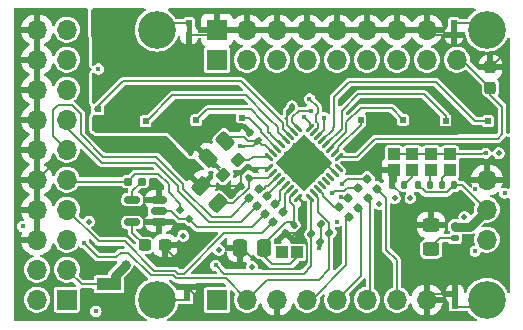
<source format=gbr>
%TF.GenerationSoftware,KiCad,Pcbnew,8.0.7*%
%TF.CreationDate,2025-04-21T06:01:31-04:00*%
%TF.ProjectId,tac5212_audio_board_single_ended,74616335-3231-4325-9f61-7564696f5f62,rev?*%
%TF.SameCoordinates,Original*%
%TF.FileFunction,Copper,L1,Top*%
%TF.FilePolarity,Positive*%
%FSLAX46Y46*%
G04 Gerber Fmt 4.6, Leading zero omitted, Abs format (unit mm)*
G04 Created by KiCad (PCBNEW 8.0.7) date 2025-04-21 06:01:31*
%MOMM*%
%LPD*%
G01*
G04 APERTURE LIST*
G04 Aperture macros list*
%AMRoundRect*
0 Rectangle with rounded corners*
0 $1 Rounding radius*
0 $2 $3 $4 $5 $6 $7 $8 $9 X,Y pos of 4 corners*
0 Add a 4 corners polygon primitive as box body*
4,1,4,$2,$3,$4,$5,$6,$7,$8,$9,$2,$3,0*
0 Add four circle primitives for the rounded corners*
1,1,$1+$1,$2,$3*
1,1,$1+$1,$4,$5*
1,1,$1+$1,$6,$7*
1,1,$1+$1,$8,$9*
0 Add four rect primitives between the rounded corners*
20,1,$1+$1,$2,$3,$4,$5,0*
20,1,$1+$1,$4,$5,$6,$7,0*
20,1,$1+$1,$6,$7,$8,$9,0*
20,1,$1+$1,$8,$9,$2,$3,0*%
%AMRotRect*
0 Rectangle, with rotation*
0 The origin of the aperture is its center*
0 $1 length*
0 $2 width*
0 $3 Rotation angle, in degrees counterclockwise*
0 Add horizontal line*
21,1,$1,$2,0,0,$3*%
G04 Aperture macros list end*
%TA.AperFunction,EtchedComponent*%
%ADD10C,0.000000*%
%TD*%
%TA.AperFunction,SMDPad,CuDef*%
%ADD11RoundRect,0.160000X0.252791X-0.026517X-0.026517X0.252791X-0.252791X0.026517X0.026517X-0.252791X0*%
%TD*%
%TA.AperFunction,SMDPad,CuDef*%
%ADD12RoundRect,0.135000X-0.226274X-0.035355X-0.035355X-0.226274X0.226274X0.035355X0.035355X0.226274X0*%
%TD*%
%TA.AperFunction,ComponentPad*%
%ADD13R,1.700000X1.700000*%
%TD*%
%TA.AperFunction,ComponentPad*%
%ADD14O,1.700000X1.700000*%
%TD*%
%TA.AperFunction,ComponentPad*%
%ADD15C,3.200000*%
%TD*%
%TA.AperFunction,ComponentPad*%
%ADD16C,0.500000*%
%TD*%
%TA.AperFunction,SMDPad,CuDef*%
%ADD17R,1.000000X1.000000*%
%TD*%
%TA.AperFunction,SMDPad,CuDef*%
%ADD18RoundRect,0.250000X0.337500X0.475000X-0.337500X0.475000X-0.337500X-0.475000X0.337500X-0.475000X0*%
%TD*%
%TA.AperFunction,SMDPad,CuDef*%
%ADD19RoundRect,0.160000X-0.026517X-0.252791X0.252791X0.026517X0.026517X0.252791X-0.252791X-0.026517X0*%
%TD*%
%TA.AperFunction,SMDPad,CuDef*%
%ADD20RoundRect,0.140000X0.219203X0.021213X0.021213X0.219203X-0.219203X-0.021213X-0.021213X-0.219203X0*%
%TD*%
%TA.AperFunction,SMDPad,CuDef*%
%ADD21RoundRect,0.250000X0.574524X0.097227X0.097227X0.574524X-0.574524X-0.097227X-0.097227X-0.574524X0*%
%TD*%
%TA.AperFunction,SMDPad,CuDef*%
%ADD22RoundRect,0.150000X0.512500X0.150000X-0.512500X0.150000X-0.512500X-0.150000X0.512500X-0.150000X0*%
%TD*%
%TA.AperFunction,SMDPad,CuDef*%
%ADD23RoundRect,0.135000X-0.185000X0.135000X-0.185000X-0.135000X0.185000X-0.135000X0.185000X0.135000X0*%
%TD*%
%TA.AperFunction,SMDPad,CuDef*%
%ADD24R,0.508000X0.500000*%
%TD*%
%TA.AperFunction,SMDPad,CuDef*%
%ADD25R,0.508000X0.508000*%
%TD*%
%TA.AperFunction,SMDPad,CuDef*%
%ADD26RoundRect,0.237500X0.237500X-0.300000X0.237500X0.300000X-0.237500X0.300000X-0.237500X-0.300000X0*%
%TD*%
%TA.AperFunction,SMDPad,CuDef*%
%ADD27RoundRect,0.062500X-0.220971X-0.309359X0.309359X0.220971X0.220971X0.309359X-0.309359X-0.220971X0*%
%TD*%
%TA.AperFunction,SMDPad,CuDef*%
%ADD28RoundRect,0.062500X0.220971X-0.309359X0.309359X-0.220971X-0.220971X0.309359X-0.309359X0.220971X0*%
%TD*%
%TA.AperFunction,HeatsinkPad*%
%ADD29C,0.500000*%
%TD*%
%TA.AperFunction,HeatsinkPad*%
%ADD30RotRect,3.450000X3.450000X45.000000*%
%TD*%
%TA.AperFunction,SMDPad,CuDef*%
%ADD31RoundRect,0.140000X-0.021213X0.219203X-0.219203X0.021213X0.021213X-0.219203X0.219203X-0.021213X0*%
%TD*%
%TA.AperFunction,SMDPad,CuDef*%
%ADD32RoundRect,0.250000X-0.097227X0.574524X-0.574524X0.097227X0.097227X-0.574524X0.574524X-0.097227X0*%
%TD*%
%TA.AperFunction,SMDPad,CuDef*%
%ADD33RoundRect,0.250000X-0.450000X0.325000X-0.450000X-0.325000X0.450000X-0.325000X0.450000X0.325000X0*%
%TD*%
%TA.AperFunction,SMDPad,CuDef*%
%ADD34RotRect,0.508000X0.508000X315.000000*%
%TD*%
%TA.AperFunction,SMDPad,CuDef*%
%ADD35R,1.100000X1.000000*%
%TD*%
%TA.AperFunction,SMDPad,CuDef*%
%ADD36RoundRect,0.237500X-0.300000X-0.237500X0.300000X-0.237500X0.300000X0.237500X-0.300000X0.237500X0*%
%TD*%
%TA.AperFunction,SMDPad,CuDef*%
%ADD37RoundRect,0.135000X-0.135000X-0.185000X0.135000X-0.185000X0.135000X0.185000X-0.135000X0.185000X0*%
%TD*%
%TA.AperFunction,SMDPad,CuDef*%
%ADD38RoundRect,0.237500X-0.044194X-0.380070X0.380070X0.044194X0.044194X0.380070X-0.380070X-0.044194X0*%
%TD*%
%TA.AperFunction,SMDPad,CuDef*%
%ADD39RoundRect,0.135000X0.135000X0.185000X-0.135000X0.185000X-0.135000X-0.185000X0.135000X-0.185000X0*%
%TD*%
%TA.AperFunction,SMDPad,CuDef*%
%ADD40C,0.200000*%
%TD*%
%TA.AperFunction,SMDPad,CuDef*%
%ADD41RoundRect,0.160000X-0.197500X-0.160000X0.197500X-0.160000X0.197500X0.160000X-0.197500X0.160000X0*%
%TD*%
%TA.AperFunction,SMDPad,CuDef*%
%ADD42RoundRect,0.135000X0.226274X0.035355X0.035355X0.226274X-0.226274X-0.035355X-0.035355X-0.226274X0*%
%TD*%
%TA.AperFunction,ComponentPad*%
%ADD43R,0.500000X0.500000*%
%TD*%
%TA.AperFunction,ViaPad*%
%ADD44C,0.450000*%
%TD*%
%TA.AperFunction,ViaPad*%
%ADD45C,0.800000*%
%TD*%
%TA.AperFunction,Conductor*%
%ADD46C,0.200000*%
%TD*%
%TA.AperFunction,Conductor*%
%ADD47C,0.750000*%
%TD*%
%TA.AperFunction,Conductor*%
%ADD48C,0.250000*%
%TD*%
G04 APERTURE END LIST*
%TA.AperFunction,EtchedComponent*%
%TO.C,E108*%
G36*
X99471000Y-99979000D02*
G01*
X99929000Y-99979000D01*
X99929000Y-99404000D01*
X99471000Y-99404000D01*
X99471000Y-99979000D01*
G37*
%TD.AperFunction*%
%TA.AperFunction,EtchedComponent*%
%TO.C,E109*%
G36*
X121871000Y-99979000D02*
G01*
X122329000Y-99979000D01*
X122329000Y-99404000D01*
X121871000Y-99404000D01*
X121871000Y-99979000D01*
G37*
%TD.AperFunction*%
D10*
%TA.AperFunction,EtchedComponent*%
%TO.C,5V108*%
G36*
X93175000Y-121500000D02*
G01*
X92625000Y-121500000D01*
X92625000Y-121100000D01*
X93175000Y-121100000D01*
X93175000Y-121500000D01*
G37*
%TD.AperFunction*%
%TA.AperFunction,EtchedComponent*%
%TO.C,G118*%
G36*
X121971000Y-122879000D02*
G01*
X122429000Y-122879000D01*
X122429000Y-122304000D01*
X121971000Y-122304000D01*
X121971000Y-122879000D01*
G37*
%TD.AperFunction*%
%TA.AperFunction,EtchedComponent*%
%TO.C,NT109*%
G36*
X104825000Y-109700000D02*
G01*
X104375000Y-109700000D01*
X104375000Y-109500000D01*
X104825000Y-109500000D01*
X104825000Y-109700000D01*
G37*
%TD.AperFunction*%
%TA.AperFunction,EtchedComponent*%
%TO.C,G117*%
G36*
X99271000Y-122279000D02*
G01*
X99729000Y-122279000D01*
X99729000Y-121704000D01*
X99271000Y-121704000D01*
X99271000Y-122279000D01*
G37*
%TD.AperFunction*%
%TD*%
D11*
%TO.P,R113,1*%
%TO.N,GPIO2*%
X114022496Y-114822496D03*
%TO.P,R113,2*%
%TO.N,Net-(TAC108-Q1-GPI2A)*%
X113177504Y-113977504D03*
%TD*%
D12*
%TO.P,R121,1*%
%TO.N,5212_SCL*%
X110039376Y-117039376D03*
%TO.P,R121,2*%
%TO.N,Net-(PU_EN108-Pad1)*%
X110760624Y-117760624D03*
%TD*%
D13*
%TO.P,board_outline108,1,HELD_HIGH*%
%TO.N,EN_HELD_HIGH*%
X89337500Y-122600000D03*
D14*
%TO.P,board_outline108,2,HELD_LOW*%
%TO.N,unconnected-(board_outline108-HELD_LOW-Pad2)*%
X86797500Y-122600000D03*
%TO.P,board_outline108,3,5V*%
%TO.N,Net-(5V108-B)*%
X89337500Y-120060000D03*
%TO.P,board_outline108,4,GNDD*%
%TO.N,3.3v_IDE*%
X86797500Y-120060000D03*
%TO.P,board_outline108,5,12V*%
%TO.N,unconnected-(board_outline108-12V-Pad5)*%
X89337500Y-117520000D03*
%TO.P,board_outline108,6,GNDD*%
%TO.N,GNDD*%
X86797500Y-117520000D03*
%TO.P,board_outline108,7,DSP_DOUT*%
%TO.N,5212_DIN1*%
X89337500Y-114980000D03*
%TO.P,board_outline108,8,GNDD*%
%TO.N,GNDD*%
X86797500Y-114980000D03*
%TO.P,board_outline108,9,DSP_DIN*%
%TO.N,5212_DOUT1+*%
X89337500Y-112440000D03*
%TO.P,board_outline108,10,GNDD*%
%TO.N,GNDD*%
X86797500Y-112440000D03*
%TO.P,board_outline108,11,BCLK*%
%TO.N,5212_BCLK1*%
X89337500Y-109900000D03*
%TO.P,board_outline108,12,GNDD*%
%TO.N,GNDD*%
X86797500Y-109900000D03*
%TO.P,board_outline108,13,LRCK*%
%TO.N,5212_LRCK1*%
X89337500Y-107360000D03*
%TO.P,board_outline108,14,GNDD*%
%TO.N,GNDD*%
X86797500Y-107360000D03*
%TO.P,board_outline108,15,SDA*%
%TO.N,DSP_SDA*%
X89337500Y-104820000D03*
%TO.P,board_outline108,16,GNDD*%
%TO.N,GNDD*%
X86797500Y-104820000D03*
%TO.P,board_outline108,17,SCL*%
%TO.N,DSP_SCL*%
X89337500Y-102280000D03*
%TO.P,board_outline108,18,GNDD*%
%TO.N,GNDD*%
X86797500Y-102280000D03*
%TO.P,board_outline108,19,MCLK*%
%TO.N,5212_MCLK1*%
X89337500Y-99740000D03*
%TO.P,board_outline108,20,GNDD*%
%TO.N,GNDD*%
X86797500Y-99740000D03*
D13*
%TO.P,board_outline108,21,OUTP*%
%TO.N,OUT1P+*%
X102047500Y-102285000D03*
%TO.P,board_outline108,22,AGND*%
%TO.N,Earth*%
X102047500Y-99745000D03*
D14*
%TO.P,board_outline108,23,OUT1M*%
%TO.N,OUT1M+*%
X104587500Y-102285000D03*
%TO.P,board_outline108,24,AGND*%
%TO.N,Earth*%
X104587500Y-99745000D03*
%TO.P,board_outline108,25,OUT2P*%
%TO.N,OUT2P+*%
X107127500Y-102285000D03*
%TO.P,board_outline108,26,AGND*%
%TO.N,Earth*%
X107127500Y-99745000D03*
%TO.P,board_outline108,27,OUT2M*%
%TO.N,OUT2M+*%
X109667500Y-102285000D03*
%TO.P,board_outline108,28,AGND*%
%TO.N,Earth*%
X109667500Y-99745000D03*
%TO.P,board_outline108,29,IN1P*%
%TO.N,IN1P+*%
X112207500Y-102285000D03*
%TO.P,board_outline108,30,AGND*%
%TO.N,Earth*%
X112207500Y-99745000D03*
%TO.P,board_outline108,31,IN1M*%
%TO.N,IN1M+*%
X114747500Y-102285000D03*
%TO.P,board_outline108,32,AGND*%
%TO.N,Earth*%
X114747500Y-99745000D03*
%TO.P,board_outline108,33,IN2P*%
%TO.N,IN2P+*%
X117287500Y-102285000D03*
%TO.P,board_outline108,34,AGND*%
%TO.N,Earth*%
X117287500Y-99745000D03*
%TO.P,board_outline108,35,IN2M*%
%TO.N,IN2M+*%
X119827500Y-102285000D03*
%TO.P,board_outline108,36,AGND*%
%TO.N,Earth*%
X119827500Y-99745000D03*
D13*
%TO.P,board_outline108,37,SCL*%
%TO.N,5212_SCL*%
X102047500Y-122605000D03*
D14*
%TO.P,board_outline108,38,SDA*%
%TO.N,5212_SDA*%
X104587500Y-122605000D03*
%TO.P,board_outline108,39,GNDD*%
%TO.N,GNDD*%
X107127500Y-122605000D03*
%TO.P,board_outline108,40,GPIO1*%
%TO.N,GPIO1*%
X109667500Y-122605000D03*
%TO.P,board_outline108,41,GPIO2*%
%TO.N,GPIO2*%
X112207500Y-122605000D03*
%TO.P,board_outline108,42,GPO1*%
%TO.N,GPO1*%
X114747500Y-122605000D03*
%TO.P,board_outline108,43,GPI1*%
%TO.N,GPI1*%
X117287500Y-122605000D03*
%TO.P,board_outline108,44,GNDD*%
%TO.N,GNDD*%
X119827500Y-122605000D03*
%TO.P,board_outline108,45,5V*%
%TO.N,5V*%
X124892500Y-117525000D03*
%TO.P,board_outline108,46,3.3V*%
%TO.N,3.3V_LDO*%
X124892500Y-114985000D03*
%TO.P,board_outline108,47,GNDD*%
%TO.N,GNDD*%
X124892500Y-112445000D03*
%TO.P,board_outline108,48,MIC_BIAS*%
%TO.N,MICBIAS*%
X122352500Y-102285000D03*
D15*
%TO.P,board_outline108,49,AGND*%
%TO.N,Net-(E108-B)*%
X96952500Y-99745000D03*
%TO.P,board_outline108,50,AGND*%
%TO.N,Net-(E109-B)*%
X124892500Y-99745000D03*
%TO.P,board_outline108,51,DGND*%
%TO.N,Net-(G117-A)*%
X96952500Y-122605000D03*
%TO.P,board_outline108,52,DGND*%
%TO.N,Net-(G118-A)*%
X124892500Y-122605000D03*
%TD*%
D16*
%TO.P,G110,1,1*%
%TO.N,Earth*%
X117100000Y-114000000D03*
%TD*%
D17*
%TO.P,ADD108,1,1*%
%TO.N,GNDD*%
X117000000Y-111600000D03*
%TO.P,ADD108,2,2*%
%TO.N,Net-(TAC108-Q1-ADDRA)*%
X117000000Y-110300000D03*
%TD*%
D11*
%TO.P,R112,1*%
%TO.N,GPO1*%
X114822496Y-114022496D03*
%TO.P,R112,2*%
%TO.N,Net-(TAC108-Q1-GPO1A)*%
X113977504Y-113177504D03*
%TD*%
D18*
%TO.P,C111,1*%
%TO.N,3.3v_IDE*%
X106037500Y-118200000D03*
%TO.P,C111,2*%
%TO.N,GNDD*%
X103962500Y-118200000D03*
%TD*%
D11*
%TO.P,R114,1*%
%TO.N,GPIO1*%
X113222496Y-115622496D03*
%TO.P,R114,2*%
%TO.N,Net-(TAC108-Q1-GPIO1)*%
X112377504Y-114777504D03*
%TD*%
D19*
%TO.P,R115,1*%
%TO.N,5212_LRCK1*%
X105445334Y-114708704D03*
%TO.P,R115,2*%
%TO.N,Net-(TAC108-Q1-FSYNC)*%
X106290326Y-113863712D03*
%TD*%
D17*
%TO.P,ADD112,1,1*%
%TO.N,Net-(ADD112-Pad1)*%
X118600000Y-111600000D03*
%TO.P,ADD112,2,2*%
%TO.N,Net-(TAC108-Q1-ADDRA)*%
X118600000Y-110300000D03*
%TD*%
D20*
%TO.P,C109,1*%
%TO.N,3.3V_THIN*%
X105539411Y-109139411D03*
%TO.P,C109,2*%
%TO.N,Earth*%
X104860589Y-108460589D03*
%TD*%
D17*
%TO.P,ADD110,1,1*%
%TO.N,Net-(ADD110-Pad1)*%
X120200000Y-111600000D03*
%TO.P,ADD110,2,2*%
%TO.N,Net-(TAC108-Q1-ADDRA)*%
X120200000Y-110300000D03*
%TD*%
D21*
%TO.P,C115,1*%
%TO.N,Net-(TAC108-Q1-DREG)*%
X102133623Y-114433623D03*
%TO.P,C115,2*%
%TO.N,GNDD*%
X100666377Y-112966377D03*
%TD*%
D16*
%TO.P,G109,1,1*%
%TO.N,Earth*%
X99200000Y-117200000D03*
%TD*%
%TO.P,G112,1,1*%
%TO.N,Earth*%
X118400000Y-114000000D03*
%TD*%
D22*
%TO.P,U108,1,OE*%
%TO.N,GNDD*%
X97137500Y-116050000D03*
%TO.P,U108,2,A*%
%TO.N,5212_DOUT1*%
X97137500Y-115100000D03*
%TO.P,U108,3,GND*%
%TO.N,GNDD*%
X97137500Y-114150000D03*
%TO.P,U108,4,Y*%
%TO.N,Net-(U108-Y)*%
X94862500Y-114150000D03*
%TO.P,U108,5,VCC*%
%TO.N,3.3v_IDE*%
X94862500Y-116050000D03*
%TD*%
D19*
%TO.P,R118,1*%
%TO.N,5212_DIN1*%
X106788837Y-116052207D03*
%TO.P,R118,2*%
%TO.N,Net-(TAC108-Q1-DIN)*%
X107633829Y-115207215D03*
%TD*%
D16*
%TO.P,G111,1,1*%
%TO.N,Earth*%
X91200000Y-116000000D03*
%TD*%
%TO.P,G113,1,1*%
%TO.N,Earth*%
X102200000Y-118400000D03*
%TD*%
D23*
%TO.P,R126,1*%
%TO.N,3.3V_LDO*%
X122200000Y-116390000D03*
%TO.P,R126,2*%
%TO.N,Net-(D116-A)*%
X122200000Y-117410000D03*
%TD*%
D24*
%TO.P,E108,1,A*%
%TO.N,Earth*%
X99700000Y-100204000D03*
D25*
%TO.P,E108,2,B*%
%TO.N,Net-(E108-B)*%
X99700000Y-99200000D03*
%TD*%
D26*
%TO.P,C118,1*%
%TO.N,MICBIAS*%
X125200000Y-104662501D03*
%TO.P,C118,2*%
%TO.N,Earth*%
X125200000Y-102937499D03*
%TD*%
D27*
%TO.P,TAC108-Q1,1,VSS*%
%TO.N,GNDD*%
X106438990Y-111486136D03*
%TO.P,TAC108-Q1,2,DREG*%
%TO.N,Net-(TAC108-Q1-DREG)*%
X106792544Y-111839689D03*
%TO.P,TAC108-Q1,3,BCLK*%
%TO.N,Net-(TAC108-Q1-BCLK)*%
X107146097Y-112193243D03*
%TO.P,TAC108-Q1,4,FSYNC*%
%TO.N,Net-(TAC108-Q1-FSYNC)*%
X107499651Y-112546796D03*
%TO.P,TAC108-Q1,5,DOUT*%
%TO.N,Net-(TAC108-Q1-DOUT)*%
X107853204Y-112900349D03*
%TO.P,TAC108-Q1,6,DIN*%
%TO.N,Net-(TAC108-Q1-DIN)*%
X108206757Y-113253903D03*
%TO.P,TAC108-Q1,7,IOVDD*%
%TO.N,3.3v_IDE*%
X108560311Y-113607456D03*
%TO.P,TAC108-Q1,8,IOVSS*%
%TO.N,GNDD*%
X108913864Y-113961010D03*
D28*
%TO.P,TAC108-Q1,9,SCL*%
%TO.N,5212_SCL*%
X109886136Y-113961010D03*
%TO.P,TAC108-Q1,10,SDA*%
%TO.N,5212_SDA*%
X110239689Y-113607456D03*
%TO.P,TAC108-Q1,11,GPIO1*%
%TO.N,Net-(TAC108-Q1-GPIO1)*%
X110593243Y-113253903D03*
%TO.P,TAC108-Q1,12,VBATIN*%
%TO.N,unconnected-(TAC108-Q1-VBATIN-Pad12)*%
X110946796Y-112900349D03*
%TO.P,TAC108-Q1,13,BSTVDD*%
%TO.N,unconnected-(TAC108-Q1-BSTVDD-Pad13)*%
X111300349Y-112546796D03*
%TO.P,TAC108-Q1,14,BSTSW*%
%TO.N,unconnected-(TAC108-Q1-BSTSW-Pad14)*%
X111653903Y-112193243D03*
%TO.P,TAC108-Q1,15,BSTVSS*%
%TO.N,GNDD*%
X112007456Y-111839689D03*
%TO.P,TAC108-Q1,16,BSTOUT*%
%TO.N,unconnected-(TAC108-Q1-BSTOUT-Pad16)*%
X112361010Y-111486136D03*
D27*
%TO.P,TAC108-Q1,17,MICBIAS*%
%TO.N,MICBIAS*%
X112361010Y-110513864D03*
%TO.P,TAC108-Q1,18,IN1P*%
%TO.N,IN1P*%
X112007456Y-110160311D03*
%TO.P,TAC108-Q1,19,IN1M*%
%TO.N,IN1M*%
X111653903Y-109806757D03*
%TO.P,TAC108-Q1,20,IN2P*%
%TO.N,IN2P*%
X111300349Y-109453204D03*
%TO.P,TAC108-Q1,21,IN2M*%
%TO.N,IN2M*%
X110946796Y-109099651D03*
%TO.P,TAC108-Q1,22,ADDRA*%
%TO.N,Net-(TAC108-Q1-ADDRA)*%
X110593243Y-108746097D03*
%TO.P,TAC108-Q1,23,GPO1A*%
%TO.N,Net-(TAC108-Q1-GPO1A)*%
X110239689Y-108392544D03*
%TO.P,TAC108-Q1,24,GPI2A*%
%TO.N,Net-(TAC108-Q1-GPI2A)*%
X109886136Y-108038990D03*
D28*
%TO.P,TAC108-Q1,25,GPI1A*%
%TO.N,Net-(TAC108-Q1-GPI1A)*%
X108913864Y-108038990D03*
%TO.P,TAC108-Q1,26,AVSS*%
%TO.N,GNDD*%
X108560311Y-108392544D03*
%TO.P,TAC108-Q1,27,OUT1M*%
%TO.N,OUT1M*%
X108206757Y-108746097D03*
%TO.P,TAC108-Q1,28,OUT1P*%
%TO.N,OUT1P*%
X107853204Y-109099651D03*
%TO.P,TAC108-Q1,29,OUT2P*%
%TO.N,OUT2P*%
X107499651Y-109453204D03*
%TO.P,TAC108-Q1,30,OUT2M*%
%TO.N,OUT2M*%
X107146097Y-109806757D03*
%TO.P,TAC108-Q1,31,AVDD*%
%TO.N,3.3V_THIN*%
X106792544Y-110160311D03*
%TO.P,TAC108-Q1,32,VREF*%
%TO.N,Net-(TAC108-Q1-VREF)*%
X106438990Y-110513864D03*
D29*
%TO.P,TAC108-Q1,33,VSS*%
%TO.N,GNDD*%
X107985786Y-111000000D03*
X108692893Y-111707107D03*
X109400000Y-112414214D03*
X108692893Y-110292893D03*
X109400000Y-111000000D03*
D30*
X109400000Y-111000000D03*
D29*
X110107107Y-111707107D03*
X109400000Y-109585786D03*
X110107107Y-110292893D03*
X110814214Y-111000000D03*
%TD*%
D31*
%TO.P,C116,1*%
%TO.N,Net-(TAC108-Q1-DREG)*%
X104739411Y-112260589D03*
%TO.P,C116,2*%
%TO.N,GNDD*%
X104060589Y-112939411D03*
%TD*%
D32*
%TO.P,C108,1*%
%TO.N,3.3V_THIN*%
X102733623Y-109166377D03*
%TO.P,C108,2*%
%TO.N,Earth*%
X101266377Y-110633623D03*
%TD*%
D33*
%TO.P,D116,1,K*%
%TO.N,GNDD*%
X120175000Y-116250000D03*
%TO.P,D116,2,A*%
%TO.N,Net-(D116-A)*%
X120175000Y-118300000D03*
%TD*%
D31*
%TO.P,C112,1*%
%TO.N,3.3v_IDE*%
X108539411Y-116260589D03*
%TO.P,C112,2*%
%TO.N,GNDD*%
X107860589Y-116939411D03*
%TD*%
D24*
%TO.P,E109,1,A*%
%TO.N,Earth*%
X122100000Y-100204000D03*
D25*
%TO.P,E109,2,B*%
%TO.N,Net-(E109-B)*%
X122100000Y-99200000D03*
%TD*%
D17*
%TO.P,ADD111,1,1*%
%TO.N,Net-(ADD111-Pad1)*%
X121800000Y-111600000D03*
%TO.P,ADD111,2,2*%
%TO.N,Net-(TAC108-Q1-ADDRA)*%
X121800000Y-110300000D03*
%TD*%
D34*
%TO.P,DOUT108,1,1*%
%TO.N,5212_DOUT1*%
X99653553Y-115753553D03*
%TO.P,DOUT108,2,2*%
%TO.N,5212_DOUT1+*%
X98946447Y-115046447D03*
%TD*%
D11*
%TO.P,R110,1*%
%TO.N,GPI1*%
X115622496Y-113222496D03*
%TO.P,R110,2*%
%TO.N,Net-(TAC108-Q1-GPI1A)*%
X114777504Y-112377504D03*
%TD*%
D35*
%TO.P,5V108,1,A*%
%TO.N,5V*%
X93404000Y-121300000D03*
%TO.P,5V108,2,B*%
%TO.N,Net-(5V108-B)*%
X92400000Y-121300000D03*
%TD*%
D36*
%TO.P,C128,1*%
%TO.N,3.3v_IDE*%
X95937500Y-118000000D03*
%TO.P,C128,2*%
%TO.N,GNDD*%
X97662500Y-118000000D03*
%TD*%
D37*
%TO.P,R123,1*%
%TO.N,Net-(ADD111-Pad1)*%
X121090000Y-112900000D03*
%TO.P,R123,2*%
%TO.N,3.3V_LDO*%
X122110000Y-112900000D03*
%TD*%
D38*
%TO.P,C119,1*%
%TO.N,Earth*%
X102590120Y-112009880D03*
%TO.P,C119,2*%
%TO.N,Net-(TAC108-Q1-VREF)*%
X103809880Y-110790120D03*
%TD*%
D39*
%TO.P,R124,1*%
%TO.N,Net-(ADD112-Pad1)*%
X117910000Y-112900000D03*
%TO.P,R124,2*%
%TO.N,GNDD*%
X116890000Y-112900000D03*
%TD*%
D19*
%TO.P,R119,1*%
%TO.N,5212_BCLK1*%
X104773583Y-114036952D03*
%TO.P,R119,2*%
%TO.N,Net-(TAC108-Q1-BCLK)*%
X105618575Y-113191960D03*
%TD*%
D17*
%TO.P,PU_EN108,1,1*%
%TO.N,Net-(PU_EN108-Pad1)*%
X107550000Y-118600000D03*
%TO.P,PU_EN108,2,2*%
%TO.N,3.3v_IDE*%
X108850000Y-118600000D03*
%TD*%
D19*
%TO.P,R117,1*%
%TO.N,5212_DOUT1*%
X106117086Y-115380455D03*
%TO.P,R117,2*%
%TO.N,Net-(TAC108-Q1-DOUT)*%
X106962078Y-114535463D03*
%TD*%
D24*
%TO.P,G118,1,A*%
%TO.N,Net-(G118-A)*%
X122200000Y-123104000D03*
D25*
%TO.P,G118,2,B*%
%TO.N,GNDD*%
X122200000Y-122100000D03*
%TD*%
D39*
%TO.P,R122,1*%
%TO.N,Net-(ADD110-Pad1)*%
X120110000Y-112900000D03*
%TO.P,R122,2*%
%TO.N,3.3V_LDO*%
X119090000Y-112900000D03*
%TD*%
D40*
%TO.P,NT109,1,1*%
%TO.N,3.3V_LDO*%
X104375000Y-109600000D03*
%TO.P,NT109,2,2*%
%TO.N,3.3V_THIN*%
X104825000Y-109600000D03*
%TD*%
D16*
%TO.P,G115,1,1*%
%TO.N,Earth*%
X105000000Y-119800000D03*
%TD*%
%TO.P,G114,1,1*%
%TO.N,Earth*%
X123000000Y-115600000D03*
%TD*%
D41*
%TO.P,R125,1*%
%TO.N,5212_DOUT1+*%
X94502500Y-112600000D03*
%TO.P,R125,2*%
%TO.N,Net-(U108-Y)*%
X95697500Y-112600000D03*
%TD*%
D24*
%TO.P,G117,1,A*%
%TO.N,Net-(G117-A)*%
X99500000Y-122504000D03*
D25*
%TO.P,G117,2,B*%
%TO.N,GNDD*%
X99500000Y-121500000D03*
%TD*%
D16*
%TO.P,G116,1,1*%
%TO.N,Earth*%
X125900000Y-110200000D03*
%TD*%
%TO.P,G108,1,1*%
%TO.N,Earth*%
X115800000Y-114500000D03*
%TD*%
D42*
%TO.P,R120,1*%
%TO.N,5212_SDA*%
X111560624Y-116960624D03*
%TO.P,R120,2*%
%TO.N,Net-(PU_EN108-Pad1)*%
X110839376Y-116239376D03*
%TD*%
D43*
%TO.P,OP2,2,2*%
%TO.N,OUT2P*%
X100300000Y-107425000D03*
%TD*%
%TO.P,INP2,2,2*%
%TO.N,IN2P*%
X121400000Y-107435000D03*
%TD*%
%TO.P,INM2,2,2*%
%TO.N,IN2M*%
X125000000Y-107482500D03*
%TD*%
%TO.P,OM2,2,2*%
%TO.N,OUT2M*%
X104200000Y-107200000D03*
%TD*%
%TO.P,OP1,2,2*%
%TO.N,OUT1P*%
X96000000Y-107500000D03*
%TD*%
%TO.P,INM1,2,2*%
%TO.N,IN1M*%
X117800000Y-107362500D03*
%TD*%
%TO.P,OM1,2,2*%
%TO.N,OUT1M*%
X92000000Y-106500000D03*
%TD*%
%TO.P,INP1,2,2*%
%TO.N,IN1P*%
X114200000Y-107425000D03*
%TD*%
D44*
%TO.N,Net-(TAC108-Q1-GPO1A)*%
X111800000Y-113600000D03*
X109879002Y-105600000D03*
%TO.N,GNDD*%
X93000000Y-114800000D03*
X112200000Y-118400000D03*
X99400000Y-123800000D03*
X92250000Y-112000000D03*
X119400000Y-114600000D03*
X108400000Y-106199998D03*
X93363425Y-118278913D03*
X98000000Y-110000000D03*
X115600000Y-115400000D03*
X117200000Y-117600000D03*
X104000000Y-118100000D03*
X115800000Y-111200000D03*
X99006587Y-119580000D03*
X124800000Y-119000000D03*
X123929785Y-113270215D03*
X93200000Y-123600000D03*
%TO.N,5V*%
X123908750Y-118508750D03*
D45*
X94314682Y-119660000D03*
D44*
%TO.N,Earth*%
X94600000Y-105800000D03*
X94400000Y-101000000D03*
X91800000Y-123600000D03*
X103224739Y-107762663D03*
X126400000Y-113600000D03*
X96200000Y-103200000D03*
X94400000Y-98400000D03*
X107753490Y-104649666D03*
X111200000Y-104200000D03*
X126200000Y-102000000D03*
X122150000Y-104650000D03*
%TO.N,EN_HELD_HIGH*%
X112200000Y-116000000D03*
%TO.N,5212_SCL*%
X101934085Y-119700000D03*
%TO.N,5212_SDA*%
X90762790Y-117786552D03*
X92007954Y-103082209D03*
%TO.N,3.3V_LDO*%
X104000000Y-109600000D03*
%TO.N,GPI1*%
X85600000Y-116400000D03*
%TO.N,Net-(PU_EN108-Pad1)*%
X110704037Y-118225583D03*
X107303448Y-118794456D03*
%TO.N,3.3v_IDE*%
X108861982Y-118748569D03*
X94800000Y-116000000D03*
X95900000Y-118000000D03*
%TO.N,Net-(TAC108-Q1-ADDRA)*%
X124800000Y-110200000D03*
X111131931Y-107223692D03*
%TO.N,Net-(TAC108-Q1-GPI1A)*%
X112600000Y-112800000D03*
X110000000Y-106600000D03*
%TO.N,Net-(TAC108-Q1-GPI2A)*%
X112548812Y-113950000D03*
X109375000Y-107150000D03*
%TD*%
D46*
%TO.N,GNDD*%
X97662500Y-118235913D02*
X99006587Y-119580000D01*
X97662500Y-118000000D02*
X97662500Y-118235913D01*
%TO.N,Net-(TAC108-Q1-GPI2A)*%
X109886136Y-107661136D02*
X109375000Y-107150000D01*
X109886136Y-108038990D02*
X109886136Y-107661136D01*
%TO.N,GNDD*%
X107995730Y-106604268D02*
X108400000Y-106199998D01*
X108560311Y-108392544D02*
X107995730Y-107827963D01*
X107995730Y-107827963D02*
X107995730Y-106604268D01*
%TO.N,Net-(TAC108-Q1-GPI1A)*%
X108975000Y-106600000D02*
X110000000Y-106600000D01*
X108395730Y-107179270D02*
X108975000Y-106600000D01*
X108395730Y-107520856D02*
X108395730Y-107179270D01*
X108913864Y-108038990D02*
X108395730Y-107520856D01*
%TO.N,Net-(TAC108-Q1-ADDRA)*%
X111131931Y-108207409D02*
X111131931Y-107223692D01*
X110593243Y-108746097D02*
X111131931Y-108207409D01*
%TO.N,Net-(TAC108-Q1-GPO1A)*%
X110559220Y-106827607D02*
X110559220Y-106280218D01*
X110559220Y-106280218D02*
X109879002Y-105600000D01*
X110425000Y-107534870D02*
X110425000Y-106961827D01*
X110559220Y-107669090D02*
X110425000Y-107534870D01*
X110559220Y-108073013D02*
X110559220Y-107669090D01*
X110239689Y-108392544D02*
X110559220Y-108073013D01*
X110425000Y-106961827D02*
X110559220Y-106827607D01*
%TO.N,Net-(TAC108-Q1-GPI2A)*%
X113131848Y-114023160D02*
X112621972Y-114023160D01*
X112621972Y-114023160D02*
X112548812Y-113950000D01*
%TO.N,Net-(TAC108-Q1-GPO1A)*%
X113035669Y-113177504D02*
X113977504Y-113177504D01*
X112838173Y-113375000D02*
X113035669Y-113177504D01*
X112025000Y-113375000D02*
X112838173Y-113375000D01*
%TO.N,Net-(TAC108-Q1-GPI1A)*%
X113022496Y-112377504D02*
X112600000Y-112800000D01*
X114777504Y-112377504D02*
X113022496Y-112377504D01*
%TO.N,Net-(TAC108-Q1-GPO1A)*%
X111800000Y-113600000D02*
X112025000Y-113375000D01*
%TO.N,Net-(TAC108-Q1-GPIO1)*%
X111964331Y-114777504D02*
X112377504Y-114777504D01*
X111025000Y-113838173D02*
X111964331Y-114777504D01*
X110593243Y-113253903D02*
X111025000Y-113685660D01*
X111025000Y-113685660D02*
X111025000Y-113838173D01*
%TO.N,GNDD*%
X100350000Y-122850000D02*
X100350000Y-122350000D01*
X108498026Y-117200000D02*
X108121178Y-117200000D01*
X104033623Y-112966377D02*
X104060589Y-112939411D01*
X109650000Y-119400000D02*
X109050000Y-120000000D01*
X108913864Y-113961010D02*
X109226358Y-114273504D01*
X109050000Y-120000000D02*
X105977818Y-120000000D01*
X87972500Y-111265000D02*
X91515000Y-111265000D01*
X109650000Y-117800000D02*
X109650000Y-119400000D01*
X117850000Y-113860000D02*
X117850000Y-114450000D01*
X108789411Y-116939411D02*
X109650000Y-117800000D01*
X100666377Y-112966377D02*
X104033623Y-112966377D01*
X104060589Y-112076741D02*
X104060589Y-112939411D01*
X117850000Y-114450000D02*
X118000000Y-114600000D01*
X100350000Y-122350000D02*
X99500000Y-121500000D01*
X104651194Y-111486136D02*
X104060589Y-112076741D01*
X109226358Y-116471668D02*
X108498026Y-117200000D01*
X99400000Y-123800000D02*
X100350000Y-122850000D01*
X120332500Y-122100000D02*
X119827500Y-122605000D01*
X111167767Y-111000000D02*
X110814214Y-111000000D01*
X86797500Y-112440000D02*
X87972500Y-111265000D01*
X118000000Y-114600000D02*
X119400000Y-114600000D01*
X106438990Y-111486136D02*
X104651194Y-111486136D01*
X104177818Y-118200000D02*
X103962500Y-118200000D01*
X107860589Y-116939411D02*
X108789411Y-116939411D01*
X109226358Y-114273504D02*
X109226358Y-116471668D01*
X122200000Y-122100000D02*
X120332500Y-122100000D01*
X112007456Y-111839689D02*
X111167767Y-111000000D01*
X91515000Y-111265000D02*
X92250000Y-112000000D01*
X105977818Y-120000000D02*
X104177818Y-118200000D01*
X108121178Y-117200000D02*
X107860589Y-116939411D01*
X116890000Y-112900000D02*
X117850000Y-113860000D01*
D47*
%TO.N,5V*%
X93404000Y-121300000D02*
X93404000Y-120570682D01*
X93404000Y-120570682D02*
X94314682Y-119660000D01*
D46*
%TO.N,Earth*%
X103162076Y-107700000D02*
X101175000Y-107700000D01*
X99950000Y-109174291D02*
X101266377Y-110490668D01*
X100875000Y-108000000D02*
X100523681Y-108000000D01*
X125200000Y-102937499D02*
X125262501Y-102937499D01*
X104860589Y-108460589D02*
X104162663Y-107762663D01*
X122100000Y-100200000D02*
X120282500Y-100200000D01*
X99950000Y-108573681D02*
X99950000Y-109174291D01*
X101175000Y-107700000D02*
X100875000Y-108000000D01*
X125262501Y-102937499D02*
X126200000Y-102000000D01*
X103224739Y-107762663D02*
X103162076Y-107700000D01*
X100523681Y-108000000D02*
X99950000Y-108573681D01*
X102590120Y-111957366D02*
X102590120Y-112009880D01*
X120282500Y-100200000D02*
X119827500Y-99745000D01*
X104162663Y-107762663D02*
X103224739Y-107762663D01*
X99700000Y-100200000D02*
X101592500Y-100200000D01*
X101266377Y-110490668D02*
X101266377Y-110633623D01*
X101266377Y-110633623D02*
X102590120Y-111957366D01*
X101592500Y-100200000D02*
X102047500Y-99745000D01*
%TO.N,Net-(5V108-B)*%
X90577500Y-121300000D02*
X89337500Y-120060000D01*
X92400000Y-121300000D02*
X90577500Y-121300000D01*
%TO.N,Net-(ADD110-Pad1)*%
X120110000Y-111690000D02*
X120200000Y-111600000D01*
X120110000Y-112900000D02*
X120110000Y-111690000D01*
%TO.N,Net-(ADD111-Pad1)*%
X121090001Y-112900000D02*
X121090001Y-112309999D01*
X121090001Y-112309999D02*
X121800000Y-111600000D01*
%TO.N,Net-(ADD112-Pad1)*%
X118600000Y-112210000D02*
X118600000Y-111600000D01*
X117910000Y-112900000D02*
X118600000Y-112210000D01*
%TO.N,Net-(G118-A)*%
X124297500Y-123200000D02*
X122200000Y-123200000D01*
X124892500Y-122605000D02*
X124297500Y-123200000D01*
%TO.N,Net-(E108-B)*%
X99700000Y-99196000D02*
X97501500Y-99196000D01*
X97501500Y-99196000D02*
X96952500Y-99745000D01*
%TO.N,Net-(E109-B)*%
X124343500Y-99196000D02*
X124892500Y-99745000D01*
X122100000Y-99196000D02*
X124343500Y-99196000D01*
%TO.N,IN2P*%
X112600000Y-108153553D02*
X112600000Y-106600000D01*
X119565000Y-105200000D02*
X121400000Y-107035000D01*
X112600000Y-106600000D02*
X114000000Y-105200000D01*
X114000000Y-105200000D02*
X119565000Y-105200000D01*
X121400000Y-107035000D02*
X121400000Y-107435000D01*
X111300349Y-109453204D02*
X112600000Y-108153553D01*
%TO.N,Net-(G117-A)*%
X96952500Y-122605000D02*
X99399000Y-122605000D01*
X99399000Y-122605000D02*
X99500000Y-122504000D01*
%TO.N,IN1M*%
X114200000Y-106400000D02*
X116837500Y-106400000D01*
X113000000Y-108434314D02*
X113000000Y-107600000D01*
X111653903Y-109806757D02*
X111653903Y-109780411D01*
X116837500Y-106400000D02*
X117800000Y-107362500D01*
X111653903Y-109780411D02*
X113000000Y-108434314D01*
X113000000Y-107600000D02*
X114200000Y-106400000D01*
%TO.N,IN1P*%
X112007456Y-110160311D02*
X112326987Y-109840780D01*
X112326987Y-109673013D02*
X114200000Y-107800000D01*
X114200000Y-107800000D02*
X114200000Y-107425000D01*
X112326987Y-109840780D02*
X112326987Y-109673013D01*
X114200000Y-107425000D02*
X114175000Y-107425000D01*
%TO.N,IN2M*%
X120600000Y-104200000D02*
X113200000Y-104200000D01*
X111848529Y-108056497D02*
X111848529Y-108197918D01*
X111950000Y-107955026D02*
X111848529Y-108056497D01*
X111950000Y-105450000D02*
X111950000Y-107955026D01*
X123882500Y-107482500D02*
X120600000Y-104200000D01*
X125000000Y-107482500D02*
X123882500Y-107482500D01*
X113200000Y-104200000D02*
X111950000Y-105450000D01*
X111848529Y-108197918D02*
X110946796Y-109099651D01*
%TO.N,OUT1P*%
X107853204Y-109099651D02*
X107191422Y-108437869D01*
X98281250Y-105300000D02*
X104500000Y-105300000D01*
X107191422Y-107991422D02*
X106400000Y-107200000D01*
X104500000Y-105300000D02*
X106400000Y-107200000D01*
X107191422Y-108437869D02*
X107191422Y-107991422D01*
X96100000Y-107481250D02*
X98281250Y-105300000D01*
%TO.N,OUT1M*%
X104067767Y-104100000D02*
X94100000Y-104100000D01*
X107595730Y-107627963D02*
X104067767Y-104100000D01*
X108206757Y-108746097D02*
X107595730Y-108135070D01*
X107595730Y-108135070D02*
X107595730Y-107627963D01*
X94100000Y-104100000D02*
X91700000Y-106500001D01*
%TO.N,OUT2P*%
X101225000Y-106500000D02*
X100300000Y-107425000D01*
X106400000Y-108000000D02*
X105800000Y-107400000D01*
X107499651Y-109453204D02*
X107405717Y-109453204D01*
X105800000Y-107400000D02*
X104900000Y-106500000D01*
X107405717Y-109453204D02*
X106600000Y-108647487D01*
X106600000Y-108600000D02*
X106400000Y-108400000D01*
X106400000Y-108400000D02*
X106400000Y-108000000D01*
X104900000Y-106500000D02*
X101225000Y-106500000D01*
X106600000Y-108647487D02*
X106600000Y-108600000D01*
%TO.N,OUT2M*%
X104800000Y-107200000D02*
X104200000Y-107200000D01*
X107146097Y-109806757D02*
X107158228Y-109806757D01*
X105800000Y-108200000D02*
X104800000Y-107200000D01*
X105800000Y-108448529D02*
X105800000Y-108200000D01*
X107158228Y-109806757D02*
X105800000Y-108448529D01*
%TO.N,5212_BCLK1*%
X88162500Y-108725000D02*
X89337500Y-109900000D01*
X89739201Y-106100000D02*
X88600000Y-106100000D01*
X99200000Y-113200000D02*
X99200000Y-112800000D01*
X103222490Y-115588045D02*
X101588045Y-115588045D01*
X90512500Y-108604533D02*
X90512500Y-106873299D01*
X88600000Y-106100000D02*
X88162500Y-106537500D01*
X99200000Y-112800000D02*
X96900000Y-110500000D01*
X92407967Y-110500000D02*
X90512500Y-108604533D01*
X88162500Y-106537500D02*
X88162500Y-108725000D01*
X101588045Y-115588045D02*
X99200000Y-113200000D01*
X90512500Y-106873299D02*
X89739201Y-106100000D01*
X104773583Y-114036952D02*
X103222490Y-115588045D01*
X96900000Y-110500000D02*
X92407967Y-110500000D01*
%TO.N,5212_LRCK1*%
X89337500Y-108065929D02*
X89337500Y-107360000D01*
X105445334Y-114708704D02*
X104115993Y-116038045D01*
X98750000Y-112986396D02*
X96763604Y-111000000D01*
X101401649Y-116038045D02*
X98750000Y-113386396D01*
X92271571Y-111000000D02*
X89337500Y-108065929D01*
X98750000Y-113386396D02*
X98750000Y-112986396D01*
X96763604Y-111000000D02*
X92271571Y-111000000D01*
X104115993Y-116038045D02*
X101401649Y-116038045D01*
%TO.N,5212_SCL*%
X110039376Y-117039376D02*
X110039376Y-114114250D01*
X109400000Y-120400000D02*
X102634085Y-120400000D01*
X102634085Y-120400000D02*
X101934085Y-119700000D01*
X110050000Y-117050000D02*
X110050000Y-119750000D01*
X110050000Y-119750000D02*
X109400000Y-120400000D01*
X110039376Y-114114250D02*
X109886136Y-113961010D01*
X110039376Y-117039376D02*
X110050000Y-117050000D01*
%TO.N,5212_SDA*%
X94546016Y-118625000D02*
X93903984Y-118625000D01*
X110239689Y-113607456D02*
X110625000Y-113992767D01*
X111560624Y-116960624D02*
X111541009Y-116980239D01*
X111541009Y-120043963D02*
X110662986Y-120921986D01*
X93903984Y-118625000D02*
X93528984Y-119000000D01*
X111541009Y-116980239D02*
X111541009Y-120043963D01*
X98352728Y-120550000D02*
X96471016Y-120550000D01*
X98602728Y-120800000D02*
X98352728Y-120550000D01*
X110662986Y-120921986D02*
X106270514Y-120921986D01*
X93528984Y-119000000D02*
X91976238Y-119000000D01*
X91976238Y-119000000D02*
X90762790Y-117786552D01*
X111560624Y-116083810D02*
X111560624Y-116960624D01*
X102782500Y-120800000D02*
X98602728Y-120800000D01*
X110625000Y-113992767D02*
X110625000Y-115148186D01*
X110625000Y-115148186D02*
X111560624Y-116083810D01*
X104587500Y-122605000D02*
X102782500Y-120800000D01*
X96471016Y-120550000D02*
X94546016Y-118625000D01*
X106270514Y-120921986D02*
X104587500Y-122605000D01*
%TO.N,5212_DOUT1*%
X97137500Y-115100000D02*
X98181170Y-115100000D01*
X99653553Y-115753553D02*
X100388045Y-116488045D01*
X100388045Y-116488045D02*
X105009496Y-116488045D01*
X98181170Y-115100000D02*
X98834723Y-115753553D01*
X105009496Y-116488045D02*
X106117086Y-115380455D01*
X98834723Y-115753553D02*
X99653553Y-115753553D01*
%TO.N,5212_DIN1*%
X92036413Y-117678913D02*
X94276837Y-117678913D01*
X102644760Y-117000000D02*
X105841044Y-117000000D01*
X98768414Y-120400000D02*
X99244760Y-120400000D01*
X105841044Y-117000000D02*
X106788837Y-116052207D01*
X94276837Y-117678913D02*
X96747924Y-120150000D01*
X99244760Y-120400000D02*
X102644760Y-117000000D01*
X98518414Y-120150000D02*
X98768414Y-120400000D01*
X89337500Y-114980000D02*
X92036413Y-117678913D01*
X96747924Y-120150000D02*
X98518414Y-120150000D01*
%TO.N,5212_DOUT1+*%
X96200000Y-111955000D02*
X95147500Y-111955000D01*
X97950000Y-112822792D02*
X97082208Y-111955000D01*
X89337500Y-112440000D02*
X89497500Y-112600000D01*
X98946447Y-115046447D02*
X98946447Y-114482843D01*
X97082208Y-111955000D02*
X96200000Y-111955000D01*
X97950000Y-113486396D02*
X97950000Y-112822792D01*
X98946447Y-114482843D02*
X97950000Y-113486396D01*
X89497500Y-112600000D02*
X94502500Y-112600000D01*
X95147500Y-111955000D02*
X94502500Y-112600000D01*
%TO.N,MICBIAS*%
X122352500Y-102285000D02*
X122822499Y-102285000D01*
X113886136Y-110513864D02*
X115400000Y-109000000D01*
X115400000Y-109000000D02*
X125800000Y-109000000D01*
X112361010Y-110513864D02*
X113886136Y-110513864D01*
X122822499Y-102285000D02*
X125200000Y-104662501D01*
X126200000Y-108600000D02*
X126200000Y-106262502D01*
X125800000Y-109000000D02*
X126200000Y-108600000D01*
X126200000Y-106262502D02*
X125200000Y-105262502D01*
X125200000Y-105262502D02*
X125200000Y-104662501D01*
%TO.N,3.3V_LDO*%
X121490000Y-113520000D02*
X122110000Y-112900000D01*
D47*
X122200000Y-116390000D02*
X122235000Y-116425000D01*
X122235000Y-116425000D02*
X123452500Y-116425000D01*
D46*
X122110000Y-112900000D02*
X122807500Y-112900000D01*
X119710000Y-113520000D02*
X121490000Y-113520000D01*
X119090000Y-112900000D02*
X119710000Y-113520000D01*
D48*
X104375000Y-109600000D02*
X104000000Y-109600000D01*
D47*
X123452500Y-116425000D02*
X124892500Y-114985000D01*
D46*
X122807500Y-112900000D02*
X124892500Y-114985000D01*
%TO.N,5212_MCLK1*%
X89397500Y-99800000D02*
X89337500Y-99740000D01*
%TO.N,GPI1*%
X116375000Y-113975000D02*
X116375000Y-118375000D01*
X117287500Y-119287500D02*
X117287500Y-122605000D01*
X115622496Y-113222496D02*
X116375000Y-113975000D01*
X116375000Y-118375000D02*
X117287500Y-119287500D01*
%TO.N,Net-(D116-A)*%
X122200000Y-117410000D02*
X120890000Y-117410000D01*
X120890000Y-117410000D02*
X120200000Y-118100000D01*
%TO.N,GPO1*%
X115000000Y-114200000D02*
X114822496Y-114022496D01*
X115000000Y-122352500D02*
X115000000Y-114200000D01*
X114747500Y-122605000D02*
X115000000Y-122352500D01*
%TO.N,GPIO1*%
X113000000Y-115844992D02*
X113222496Y-115622496D01*
X110052412Y-122605000D02*
X113000000Y-119657412D01*
X109667500Y-122605000D02*
X110052412Y-122605000D01*
X113000000Y-119657412D02*
X113000000Y-115844992D01*
%TO.N,GPIO2*%
X112207500Y-122605000D02*
X114200000Y-120612500D01*
X114200000Y-115000000D02*
X114022496Y-114822496D01*
X114200000Y-120612500D02*
X114200000Y-115000000D01*
%TO.N,Net-(PU_EN108-Pad1)*%
X110760624Y-118168996D02*
X110704037Y-118225583D01*
X110760624Y-117760624D02*
X110760624Y-118168996D01*
X110839376Y-118090244D02*
X110704037Y-118225583D01*
X110760624Y-117639376D02*
X110760624Y-117760624D01*
X110839376Y-116239376D02*
X110839376Y-118090244D01*
%TO.N,Net-(U108-Y)*%
X94862500Y-113435000D02*
X95697500Y-112600000D01*
X94862500Y-114150000D02*
X94862500Y-113435000D01*
%TO.N,3.3v_IDE*%
X108861982Y-118988018D02*
X108861982Y-118748569D01*
X106037500Y-117864474D02*
X106037500Y-118200000D01*
X108560311Y-113607456D02*
X108215780Y-113951987D01*
X108250000Y-119600000D02*
X108861982Y-118988018D01*
X94862500Y-116925000D02*
X95937500Y-118000000D01*
X108539411Y-114664895D02*
X108539411Y-116260589D01*
X107860588Y-116041386D02*
X106037500Y-117864474D01*
X106037500Y-118200000D02*
X106037500Y-118925000D01*
X108215780Y-114341264D02*
X108539411Y-114664895D01*
X94862500Y-116050000D02*
X94862500Y-116925000D01*
X106037500Y-118925000D02*
X106712500Y-119600000D01*
X108320208Y-116041386D02*
X107860588Y-116041386D01*
X106712500Y-119600000D02*
X108250000Y-119600000D01*
X108215780Y-113951987D02*
X108215780Y-114341264D01*
X108539411Y-116260589D02*
X108320208Y-116041386D01*
%TO.N,Net-(TAC108-Q1-DREG)*%
X106371644Y-112260589D02*
X104739411Y-112260589D01*
X104739411Y-112260589D02*
X104739411Y-113123259D01*
X103429047Y-114433623D02*
X102133623Y-114433623D01*
X104739411Y-113123259D02*
X103429047Y-114433623D01*
X106792544Y-111839689D02*
X106371644Y-112260589D01*
%TO.N,Net-(TAC108-Q1-FSYNC)*%
X106290326Y-113756121D02*
X107499651Y-112546796D01*
X106290326Y-113863712D02*
X106290326Y-113756121D01*
%TO.N,Net-(TAC108-Q1-DOUT)*%
X107359592Y-113393961D02*
X107359592Y-114137949D01*
X107359592Y-114137949D02*
X106962078Y-114535463D01*
X107853204Y-112900349D02*
X107359592Y-113393961D01*
%TO.N,Net-(TAC108-Q1-DIN)*%
X107790780Y-113669880D02*
X108206757Y-113253903D01*
X107633829Y-115207215D02*
X107790780Y-115050264D01*
X107790780Y-115050264D02*
X107790780Y-113669880D01*
%TO.N,Net-(TAC108-Q1-BCLK)*%
X106008040Y-113191960D02*
X106200000Y-113000000D01*
X106339340Y-113000000D02*
X107146097Y-112193243D01*
X106200000Y-113000000D02*
X106339340Y-113000000D01*
X105618575Y-113191960D02*
X106008040Y-113191960D01*
%TO.N,Net-(TAC108-Q1-VREF)*%
X106438990Y-110513864D02*
X105055286Y-110513864D01*
X105055286Y-110513864D02*
X104779030Y-110790120D01*
X104779030Y-110790120D02*
X103809880Y-110790120D01*
%TO.N,Net-(TAC108-Q1-ADDRA)*%
X124500000Y-110300000D02*
X121800000Y-110300000D01*
X124800000Y-110200000D02*
X124600000Y-110200000D01*
X124600000Y-110200000D02*
X124500000Y-110300000D01*
X117000000Y-110300000D02*
X121800000Y-110300000D01*
%TO.N,3.3V_THIN*%
X104337330Y-108800000D02*
X104676741Y-109139411D01*
X104676741Y-109139411D02*
X105539411Y-109139411D01*
X106132233Y-109500000D02*
X106792544Y-110160311D01*
X102733623Y-109166377D02*
X103100000Y-108800000D01*
X106792544Y-110160311D02*
X106760311Y-110160311D01*
X105078822Y-109600000D02*
X104825000Y-109600000D01*
X105900000Y-109500000D02*
X106132233Y-109500000D01*
X105539411Y-109139411D02*
X105900000Y-109500000D01*
X105539411Y-109139411D02*
X105078822Y-109600000D01*
X103100000Y-108800000D02*
X104337330Y-108800000D01*
%TD*%
%TA.AperFunction,Conductor*%
%TO.N,Earth*%
G36*
X103938262Y-104470185D02*
G01*
X103958904Y-104486819D01*
X104209904Y-104737819D01*
X104243389Y-104799142D01*
X104238405Y-104868834D01*
X104196533Y-104924767D01*
X104131069Y-104949184D01*
X104122223Y-104949500D01*
X98235106Y-104949500D01*
X98145962Y-104973386D01*
X98145961Y-104973386D01*
X98145959Y-104973387D01*
X98145956Y-104973388D01*
X98066044Y-105019526D01*
X98066035Y-105019533D01*
X96122387Y-106963181D01*
X96061064Y-106996666D01*
X96034706Y-106999500D01*
X95725323Y-106999500D01*
X95652264Y-107014032D01*
X95652260Y-107014033D01*
X95569399Y-107069399D01*
X95514033Y-107152260D01*
X95514032Y-107152264D01*
X95499500Y-107225321D01*
X95499500Y-107774678D01*
X95514032Y-107847735D01*
X95514033Y-107847739D01*
X95524230Y-107863000D01*
X95569399Y-107930601D01*
X95647821Y-107983000D01*
X95652260Y-107985966D01*
X95652264Y-107985967D01*
X95725321Y-108000499D01*
X95725324Y-108000500D01*
X95725326Y-108000500D01*
X96274676Y-108000500D01*
X96274677Y-108000499D01*
X96347740Y-107985966D01*
X96430601Y-107930601D01*
X96485966Y-107847740D01*
X96500500Y-107774674D01*
X96500500Y-107627793D01*
X96520185Y-107560754D01*
X96536819Y-107540112D01*
X98390112Y-105686819D01*
X98451435Y-105653334D01*
X98477793Y-105650500D01*
X104303456Y-105650500D01*
X104370495Y-105670185D01*
X104391137Y-105686819D01*
X104642137Y-105937819D01*
X104675622Y-105999142D01*
X104670638Y-106068834D01*
X104628766Y-106124767D01*
X104563302Y-106149184D01*
X104554456Y-106149500D01*
X101178856Y-106149500D01*
X101089712Y-106173386D01*
X101089709Y-106173387D01*
X101009791Y-106219527D01*
X101009786Y-106219531D01*
X100341137Y-106888181D01*
X100279814Y-106921666D01*
X100253456Y-106924500D01*
X100025323Y-106924500D01*
X99952264Y-106939032D01*
X99952260Y-106939033D01*
X99869399Y-106994399D01*
X99814033Y-107077260D01*
X99814032Y-107077264D01*
X99799500Y-107150321D01*
X99799500Y-107699678D01*
X99814032Y-107772735D01*
X99814033Y-107772739D01*
X99832405Y-107800235D01*
X99869399Y-107855601D01*
X99939750Y-107902607D01*
X99952260Y-107910966D01*
X99952264Y-107910967D01*
X100025321Y-107925499D01*
X100025324Y-107925500D01*
X100025326Y-107925500D01*
X100574676Y-107925500D01*
X100574677Y-107925499D01*
X100647740Y-107910966D01*
X100730601Y-107855601D01*
X100785966Y-107772740D01*
X100800500Y-107699674D01*
X100800500Y-107471544D01*
X100820185Y-107404505D01*
X100836819Y-107383863D01*
X101333863Y-106886819D01*
X101395186Y-106853334D01*
X101421544Y-106850500D01*
X103575500Y-106850500D01*
X103642539Y-106870185D01*
X103688294Y-106922989D01*
X103699500Y-106974500D01*
X103699500Y-107474678D01*
X103714032Y-107547735D01*
X103714033Y-107547739D01*
X103727615Y-107568066D01*
X103769399Y-107630601D01*
X103852260Y-107685966D01*
X103852264Y-107685967D01*
X103925321Y-107700499D01*
X103925324Y-107700500D01*
X104402691Y-107700500D01*
X104469730Y-107720185D01*
X104490372Y-107736819D01*
X104949684Y-108196131D01*
X104983169Y-108257454D01*
X104978185Y-108327146D01*
X104949684Y-108371493D01*
X104771493Y-108549685D01*
X104710170Y-108583170D01*
X104640479Y-108578186D01*
X104596131Y-108549685D01*
X104133123Y-108086677D01*
X104119501Y-108102626D01*
X104041600Y-108244326D01*
X104041600Y-108244328D01*
X104012842Y-108356337D01*
X103977104Y-108416375D01*
X103914580Y-108447561D01*
X103892737Y-108449500D01*
X103253218Y-108449500D01*
X103186179Y-108429815D01*
X103165537Y-108413181D01*
X102956454Y-108204099D01*
X102956448Y-108204094D01*
X102956444Y-108204090D01*
X102909769Y-108166475D01*
X102778851Y-108106687D01*
X102778853Y-108106687D01*
X102636396Y-108086206D01*
X102493939Y-108106687D01*
X102363023Y-108166475D01*
X102363018Y-108166478D01*
X102316342Y-108204091D01*
X102316334Y-108204098D01*
X101771349Y-108749086D01*
X101771343Y-108749093D01*
X101733721Y-108795778D01*
X101733720Y-108795780D01*
X101673933Y-108926693D01*
X101653452Y-109069150D01*
X101673933Y-109211606D01*
X101682713Y-109230831D01*
X101692656Y-109299990D01*
X101663630Y-109363545D01*
X101604851Y-109401319D01*
X101534981Y-109401318D01*
X101514267Y-109393151D01*
X101427414Y-109349532D01*
X101256810Y-109309098D01*
X101081490Y-109309098D01*
X100910885Y-109349532D01*
X100754209Y-109428217D01*
X100674166Y-109493422D01*
X100674157Y-109493430D01*
X100576947Y-109590640D01*
X101443154Y-110456846D01*
X102338707Y-111352399D01*
X102372192Y-111413722D01*
X102374091Y-111431393D01*
X101676740Y-111435235D01*
X101661081Y-111406557D01*
X101658247Y-111380201D01*
X101658246Y-111379046D01*
X101089600Y-110810400D01*
X100223395Y-109944194D01*
X100126182Y-110041408D01*
X100126172Y-110041419D01*
X100060976Y-110121450D01*
X100060967Y-110121463D01*
X99982284Y-110278134D01*
X99957465Y-110382853D01*
X99922851Y-110443546D01*
X99860918Y-110475890D01*
X99791330Y-110469615D01*
X99747006Y-110439764D01*
X99563028Y-110246547D01*
X97900000Y-108500000D01*
X91837544Y-108500000D01*
X91770505Y-108480315D01*
X91768761Y-108479174D01*
X91554695Y-108336463D01*
X91509834Y-108282898D01*
X91499482Y-108234265D01*
X91490594Y-107105552D01*
X91509750Y-107038364D01*
X91562192Y-106992195D01*
X91631270Y-106981707D01*
X91640176Y-106984111D01*
X91640281Y-106983584D01*
X91725321Y-107000499D01*
X91725324Y-107000500D01*
X91725326Y-107000500D01*
X92274676Y-107000500D01*
X92274677Y-107000499D01*
X92347740Y-106985966D01*
X92430601Y-106930601D01*
X92485966Y-106847740D01*
X92500500Y-106774674D01*
X92500500Y-106246543D01*
X92520185Y-106179504D01*
X92536819Y-106158862D01*
X94208863Y-104486819D01*
X94270186Y-104453334D01*
X94296544Y-104450500D01*
X103871223Y-104450500D01*
X103938262Y-104470185D01*
G37*
%TD.AperFunction*%
%TA.AperFunction,Conductor*%
G36*
X95968916Y-97964685D02*
G01*
X96014671Y-98017489D01*
X96024615Y-98086647D01*
X95995590Y-98150203D01*
X95961304Y-98177832D01*
X95949494Y-98184280D01*
X95949486Y-98184285D01*
X95737592Y-98342906D01*
X95737574Y-98342922D01*
X95550422Y-98530074D01*
X95550406Y-98530092D01*
X95391785Y-98741986D01*
X95391780Y-98741994D01*
X95264928Y-98974305D01*
X95264926Y-98974309D01*
X95172421Y-99222326D01*
X95116158Y-99480965D01*
X95116157Y-99480972D01*
X95097273Y-99744998D01*
X95097273Y-99745001D01*
X95116157Y-100009027D01*
X95116158Y-100009034D01*
X95172421Y-100267673D01*
X95264926Y-100515690D01*
X95264928Y-100515694D01*
X95391780Y-100748005D01*
X95391785Y-100748013D01*
X95550406Y-100959907D01*
X95550422Y-100959925D01*
X95737574Y-101147077D01*
X95737592Y-101147093D01*
X95949486Y-101305714D01*
X95949494Y-101305719D01*
X96181805Y-101432571D01*
X96181809Y-101432573D01*
X96181811Y-101432574D01*
X96429822Y-101525077D01*
X96429825Y-101525077D01*
X96429826Y-101525078D01*
X96625052Y-101567546D01*
X96688474Y-101581343D01*
X96932160Y-101598772D01*
X96952499Y-101600227D01*
X96952500Y-101600227D01*
X96952501Y-101600227D01*
X96971385Y-101598876D01*
X97216526Y-101581343D01*
X97475178Y-101525077D01*
X97723189Y-101432574D01*
X97955511Y-101305716D01*
X98167415Y-101147087D01*
X98354587Y-100959915D01*
X98513216Y-100748011D01*
X98640074Y-100515689D01*
X98705819Y-100339418D01*
X98747689Y-100283486D01*
X98813153Y-100259069D01*
X98881426Y-100273921D01*
X98930832Y-100323326D01*
X98946000Y-100382753D01*
X98946000Y-100501844D01*
X98952401Y-100561372D01*
X98952403Y-100561379D01*
X99002645Y-100696086D01*
X99002649Y-100696093D01*
X99088809Y-100811187D01*
X99088812Y-100811190D01*
X99203906Y-100897350D01*
X99203913Y-100897354D01*
X99338620Y-100947596D01*
X99338627Y-100947598D01*
X99398155Y-100953999D01*
X99398172Y-100954000D01*
X99450000Y-100954000D01*
X99450000Y-100328000D01*
X99469685Y-100260961D01*
X99522489Y-100215206D01*
X99574000Y-100204000D01*
X99826000Y-100204000D01*
X99893039Y-100223685D01*
X99938794Y-100276489D01*
X99950000Y-100328000D01*
X99950000Y-100954000D01*
X100001828Y-100954000D01*
X100001844Y-100953999D01*
X100061372Y-100947598D01*
X100061379Y-100947596D01*
X100196086Y-100897354D01*
X100196093Y-100897350D01*
X100311187Y-100811190D01*
X100311190Y-100811187D01*
X100397350Y-100696093D01*
X100397354Y-100696086D01*
X100447596Y-100561379D01*
X100447598Y-100561372D01*
X100450211Y-100537075D01*
X100476949Y-100472524D01*
X100534342Y-100432676D01*
X100604167Y-100430183D01*
X100664256Y-100465836D01*
X100695530Y-100528316D01*
X100697500Y-100550331D01*
X100697500Y-100642844D01*
X100703901Y-100702372D01*
X100703903Y-100702379D01*
X100754145Y-100837086D01*
X100754149Y-100837093D01*
X100840309Y-100952187D01*
X100840312Y-100952190D01*
X100955406Y-101038350D01*
X100955412Y-101038353D01*
X100976768Y-101046319D01*
X101032701Y-101088191D01*
X101057118Y-101153656D01*
X101042266Y-101221928D01*
X101021119Y-101250179D01*
X101016900Y-101254397D01*
X100961533Y-101337260D01*
X100961532Y-101337264D01*
X100947000Y-101410321D01*
X100947000Y-103159678D01*
X100961532Y-103232735D01*
X100961533Y-103232739D01*
X100961534Y-103232740D01*
X101016899Y-103315601D01*
X101099760Y-103370966D01*
X101099764Y-103370967D01*
X101172821Y-103385499D01*
X101172824Y-103385500D01*
X101172826Y-103385500D01*
X102922176Y-103385500D01*
X102922177Y-103385499D01*
X102995240Y-103370966D01*
X103078101Y-103315601D01*
X103133466Y-103232740D01*
X103148000Y-103159674D01*
X103148000Y-101410326D01*
X103148000Y-101410323D01*
X103147999Y-101410321D01*
X103133467Y-101337264D01*
X103133466Y-101337260D01*
X103112388Y-101305714D01*
X103078101Y-101254399D01*
X103078099Y-101254397D01*
X103078098Y-101254396D01*
X103073884Y-101250182D01*
X103040399Y-101188859D01*
X103045383Y-101119167D01*
X103087255Y-101063234D01*
X103118232Y-101046319D01*
X103139586Y-101038354D01*
X103139593Y-101038350D01*
X103254687Y-100952190D01*
X103254690Y-100952187D01*
X103340850Y-100837093D01*
X103340854Y-100837086D01*
X103390114Y-100705013D01*
X103431985Y-100649079D01*
X103497449Y-100624662D01*
X103565722Y-100639513D01*
X103593977Y-100660665D01*
X103716417Y-100783105D01*
X103909921Y-100918600D01*
X104124007Y-101018429D01*
X104124016Y-101018433D01*
X104163083Y-101028901D01*
X104222744Y-101065266D01*
X104253273Y-101128113D01*
X104244979Y-101197488D01*
X104200493Y-101251366D01*
X104175784Y-101264302D01*
X104094873Y-101295647D01*
X104094857Y-101295655D01*
X103921460Y-101403017D01*
X103921458Y-101403019D01*
X103770737Y-101540418D01*
X103647827Y-101703178D01*
X103556922Y-101885739D01*
X103556917Y-101885752D01*
X103501102Y-102081917D01*
X103482285Y-102284999D01*
X103482285Y-102285000D01*
X103501102Y-102488082D01*
X103556917Y-102684247D01*
X103556922Y-102684260D01*
X103647827Y-102866821D01*
X103770737Y-103029581D01*
X103921458Y-103166980D01*
X103921460Y-103166982D01*
X104003137Y-103217554D01*
X104094863Y-103274348D01*
X104285044Y-103348024D01*
X104485524Y-103385500D01*
X104485526Y-103385500D01*
X104689474Y-103385500D01*
X104689476Y-103385500D01*
X104889956Y-103348024D01*
X105080137Y-103274348D01*
X105253541Y-103166981D01*
X105404264Y-103029579D01*
X105527173Y-102866821D01*
X105618082Y-102684250D01*
X105673897Y-102488083D01*
X105692715Y-102285000D01*
X105673897Y-102081917D01*
X105618082Y-101885750D01*
X105527173Y-101703179D01*
X105404264Y-101540421D01*
X105404262Y-101540418D01*
X105253541Y-101403019D01*
X105253539Y-101403017D01*
X105080142Y-101295655D01*
X105080135Y-101295651D01*
X104999215Y-101264303D01*
X104943813Y-101221730D01*
X104920223Y-101155963D01*
X104935934Y-101087883D01*
X104985958Y-101039104D01*
X105011917Y-101028901D01*
X105050981Y-101018434D01*
X105050992Y-101018429D01*
X105265078Y-100918600D01*
X105458582Y-100783105D01*
X105625605Y-100616082D01*
X105755925Y-100429968D01*
X105810502Y-100386344D01*
X105880001Y-100379151D01*
X105942355Y-100410673D01*
X105959075Y-100429968D01*
X106089394Y-100616082D01*
X106256417Y-100783105D01*
X106449921Y-100918600D01*
X106664007Y-101018429D01*
X106664016Y-101018433D01*
X106703083Y-101028901D01*
X106762744Y-101065266D01*
X106793273Y-101128113D01*
X106784979Y-101197488D01*
X106740493Y-101251366D01*
X106715784Y-101264302D01*
X106634873Y-101295647D01*
X106634857Y-101295655D01*
X106461460Y-101403017D01*
X106461458Y-101403019D01*
X106310737Y-101540418D01*
X106187827Y-101703178D01*
X106096922Y-101885739D01*
X106096917Y-101885752D01*
X106041102Y-102081917D01*
X106022285Y-102284999D01*
X106022285Y-102285000D01*
X106041102Y-102488082D01*
X106096917Y-102684247D01*
X106096922Y-102684260D01*
X106187827Y-102866821D01*
X106310737Y-103029581D01*
X106461458Y-103166980D01*
X106461460Y-103166982D01*
X106543137Y-103217554D01*
X106634863Y-103274348D01*
X106825044Y-103348024D01*
X107025524Y-103385500D01*
X107025526Y-103385500D01*
X107229474Y-103385500D01*
X107229476Y-103385500D01*
X107429956Y-103348024D01*
X107620137Y-103274348D01*
X107793541Y-103166981D01*
X107944264Y-103029579D01*
X108067173Y-102866821D01*
X108158082Y-102684250D01*
X108213897Y-102488083D01*
X108232715Y-102285000D01*
X108213897Y-102081917D01*
X108158082Y-101885750D01*
X108067173Y-101703179D01*
X107944264Y-101540421D01*
X107944262Y-101540418D01*
X107793541Y-101403019D01*
X107793539Y-101403017D01*
X107620142Y-101295655D01*
X107620135Y-101295651D01*
X107539215Y-101264303D01*
X107483813Y-101221730D01*
X107460223Y-101155963D01*
X107475934Y-101087883D01*
X107525958Y-101039104D01*
X107551917Y-101028901D01*
X107590981Y-101018434D01*
X107590992Y-101018429D01*
X107805078Y-100918600D01*
X107998582Y-100783105D01*
X108165605Y-100616082D01*
X108295925Y-100429968D01*
X108350502Y-100386344D01*
X108420001Y-100379151D01*
X108482355Y-100410673D01*
X108499075Y-100429968D01*
X108629394Y-100616082D01*
X108796417Y-100783105D01*
X108989921Y-100918600D01*
X109204007Y-101018429D01*
X109204016Y-101018433D01*
X109243083Y-101028901D01*
X109302744Y-101065266D01*
X109333273Y-101128113D01*
X109324979Y-101197488D01*
X109280493Y-101251366D01*
X109255784Y-101264302D01*
X109174873Y-101295647D01*
X109174857Y-101295655D01*
X109001460Y-101403017D01*
X109001458Y-101403019D01*
X108850737Y-101540418D01*
X108727827Y-101703178D01*
X108636922Y-101885739D01*
X108636917Y-101885752D01*
X108581102Y-102081917D01*
X108562285Y-102284999D01*
X108562285Y-102285000D01*
X108581102Y-102488082D01*
X108636917Y-102684247D01*
X108636922Y-102684260D01*
X108727827Y-102866821D01*
X108850737Y-103029581D01*
X109001458Y-103166980D01*
X109001460Y-103166982D01*
X109083137Y-103217554D01*
X109174863Y-103274348D01*
X109365044Y-103348024D01*
X109565524Y-103385500D01*
X109565526Y-103385500D01*
X109769474Y-103385500D01*
X109769476Y-103385500D01*
X109969956Y-103348024D01*
X110160137Y-103274348D01*
X110333541Y-103166981D01*
X110484264Y-103029579D01*
X110607173Y-102866821D01*
X110698082Y-102684250D01*
X110753897Y-102488083D01*
X110772715Y-102285000D01*
X110753897Y-102081917D01*
X110698082Y-101885750D01*
X110607173Y-101703179D01*
X110484264Y-101540421D01*
X110484262Y-101540418D01*
X110333541Y-101403019D01*
X110333539Y-101403017D01*
X110160142Y-101295655D01*
X110160135Y-101295651D01*
X110079215Y-101264303D01*
X110023813Y-101221730D01*
X110000223Y-101155963D01*
X110015934Y-101087883D01*
X110065958Y-101039104D01*
X110091917Y-101028901D01*
X110130981Y-101018434D01*
X110130992Y-101018429D01*
X110345078Y-100918600D01*
X110538582Y-100783105D01*
X110705605Y-100616082D01*
X110835925Y-100429968D01*
X110890502Y-100386344D01*
X110960001Y-100379151D01*
X111022355Y-100410673D01*
X111039075Y-100429968D01*
X111169394Y-100616082D01*
X111336417Y-100783105D01*
X111529921Y-100918600D01*
X111744007Y-101018429D01*
X111744016Y-101018433D01*
X111783083Y-101028901D01*
X111842744Y-101065266D01*
X111873273Y-101128113D01*
X111864979Y-101197488D01*
X111820493Y-101251366D01*
X111795784Y-101264302D01*
X111714873Y-101295647D01*
X111714857Y-101295655D01*
X111541460Y-101403017D01*
X111541458Y-101403019D01*
X111390737Y-101540418D01*
X111267827Y-101703178D01*
X111176922Y-101885739D01*
X111176917Y-101885752D01*
X111121102Y-102081917D01*
X111102285Y-102284999D01*
X111102285Y-102285000D01*
X111121102Y-102488082D01*
X111176917Y-102684247D01*
X111176922Y-102684260D01*
X111267827Y-102866821D01*
X111390737Y-103029581D01*
X111541458Y-103166980D01*
X111541460Y-103166982D01*
X111623137Y-103217554D01*
X111714863Y-103274348D01*
X111905044Y-103348024D01*
X112105524Y-103385500D01*
X112105526Y-103385500D01*
X112309474Y-103385500D01*
X112309476Y-103385500D01*
X112509956Y-103348024D01*
X112700137Y-103274348D01*
X112873541Y-103166981D01*
X113024264Y-103029579D01*
X113147173Y-102866821D01*
X113238082Y-102684250D01*
X113293897Y-102488083D01*
X113312715Y-102285000D01*
X113293897Y-102081917D01*
X113238082Y-101885750D01*
X113147173Y-101703179D01*
X113024264Y-101540421D01*
X113024262Y-101540418D01*
X112873541Y-101403019D01*
X112873539Y-101403017D01*
X112700142Y-101295655D01*
X112700135Y-101295651D01*
X112619215Y-101264303D01*
X112563813Y-101221730D01*
X112540223Y-101155963D01*
X112555934Y-101087883D01*
X112605958Y-101039104D01*
X112631917Y-101028901D01*
X112670981Y-101018434D01*
X112670992Y-101018429D01*
X112885078Y-100918600D01*
X113078582Y-100783105D01*
X113245605Y-100616082D01*
X113375925Y-100429968D01*
X113430502Y-100386344D01*
X113500001Y-100379151D01*
X113562355Y-100410673D01*
X113579075Y-100429968D01*
X113709394Y-100616082D01*
X113876417Y-100783105D01*
X114069921Y-100918600D01*
X114284007Y-101018429D01*
X114284016Y-101018433D01*
X114323083Y-101028901D01*
X114382744Y-101065266D01*
X114413273Y-101128113D01*
X114404979Y-101197488D01*
X114360493Y-101251366D01*
X114335784Y-101264302D01*
X114254873Y-101295647D01*
X114254857Y-101295655D01*
X114081460Y-101403017D01*
X114081458Y-101403019D01*
X113930737Y-101540418D01*
X113807827Y-101703178D01*
X113716922Y-101885739D01*
X113716917Y-101885752D01*
X113661102Y-102081917D01*
X113642285Y-102284999D01*
X113642285Y-102285000D01*
X113661102Y-102488082D01*
X113716917Y-102684247D01*
X113716922Y-102684260D01*
X113807827Y-102866821D01*
X113930737Y-103029581D01*
X114081458Y-103166980D01*
X114081460Y-103166982D01*
X114163137Y-103217554D01*
X114254863Y-103274348D01*
X114445044Y-103348024D01*
X114645524Y-103385500D01*
X114645526Y-103385500D01*
X114849474Y-103385500D01*
X114849476Y-103385500D01*
X115049956Y-103348024D01*
X115240137Y-103274348D01*
X115413541Y-103166981D01*
X115564264Y-103029579D01*
X115687173Y-102866821D01*
X115778082Y-102684250D01*
X115833897Y-102488083D01*
X115852715Y-102285000D01*
X115833897Y-102081917D01*
X115778082Y-101885750D01*
X115687173Y-101703179D01*
X115564264Y-101540421D01*
X115564262Y-101540418D01*
X115413541Y-101403019D01*
X115413539Y-101403017D01*
X115240142Y-101295655D01*
X115240135Y-101295651D01*
X115159215Y-101264303D01*
X115103813Y-101221730D01*
X115080223Y-101155963D01*
X115095934Y-101087883D01*
X115145958Y-101039104D01*
X115171917Y-101028901D01*
X115210981Y-101018434D01*
X115210992Y-101018429D01*
X115425078Y-100918600D01*
X115618582Y-100783105D01*
X115785605Y-100616082D01*
X115915925Y-100429968D01*
X115970502Y-100386344D01*
X116040001Y-100379151D01*
X116102355Y-100410673D01*
X116119075Y-100429968D01*
X116249394Y-100616082D01*
X116416417Y-100783105D01*
X116609921Y-100918600D01*
X116824007Y-101018429D01*
X116824016Y-101018433D01*
X116863083Y-101028901D01*
X116922744Y-101065266D01*
X116953273Y-101128113D01*
X116944979Y-101197488D01*
X116900493Y-101251366D01*
X116875784Y-101264302D01*
X116794873Y-101295647D01*
X116794857Y-101295655D01*
X116621460Y-101403017D01*
X116621458Y-101403019D01*
X116470737Y-101540418D01*
X116347827Y-101703178D01*
X116256922Y-101885739D01*
X116256917Y-101885752D01*
X116201102Y-102081917D01*
X116182285Y-102284999D01*
X116182285Y-102285000D01*
X116201102Y-102488082D01*
X116256917Y-102684247D01*
X116256922Y-102684260D01*
X116347827Y-102866821D01*
X116470737Y-103029581D01*
X116621458Y-103166980D01*
X116621460Y-103166982D01*
X116703137Y-103217554D01*
X116794863Y-103274348D01*
X116985044Y-103348024D01*
X117185524Y-103385500D01*
X117185526Y-103385500D01*
X117389474Y-103385500D01*
X117389476Y-103385500D01*
X117589956Y-103348024D01*
X117780137Y-103274348D01*
X117953541Y-103166981D01*
X118104264Y-103029579D01*
X118227173Y-102866821D01*
X118318082Y-102684250D01*
X118373897Y-102488083D01*
X118392715Y-102285000D01*
X118373897Y-102081917D01*
X118318082Y-101885750D01*
X118227173Y-101703179D01*
X118104264Y-101540421D01*
X118104262Y-101540418D01*
X117953541Y-101403019D01*
X117953539Y-101403017D01*
X117780142Y-101295655D01*
X117780135Y-101295651D01*
X117699215Y-101264303D01*
X117643813Y-101221730D01*
X117620223Y-101155963D01*
X117635934Y-101087883D01*
X117685958Y-101039104D01*
X117711917Y-101028901D01*
X117750981Y-101018434D01*
X117750992Y-101018429D01*
X117965078Y-100918600D01*
X118158582Y-100783105D01*
X118325605Y-100616082D01*
X118455925Y-100429968D01*
X118510502Y-100386344D01*
X118580001Y-100379151D01*
X118642355Y-100410673D01*
X118659075Y-100429968D01*
X118789394Y-100616082D01*
X118956417Y-100783105D01*
X119149921Y-100918600D01*
X119364007Y-101018429D01*
X119364016Y-101018433D01*
X119403083Y-101028901D01*
X119462744Y-101065266D01*
X119493273Y-101128113D01*
X119484979Y-101197488D01*
X119440493Y-101251366D01*
X119415784Y-101264302D01*
X119334873Y-101295647D01*
X119334857Y-101295655D01*
X119161460Y-101403017D01*
X119161458Y-101403019D01*
X119010737Y-101540418D01*
X118887827Y-101703178D01*
X118796922Y-101885739D01*
X118796917Y-101885752D01*
X118741102Y-102081917D01*
X118722285Y-102284999D01*
X118722285Y-102285000D01*
X118741102Y-102488082D01*
X118796917Y-102684247D01*
X118796922Y-102684260D01*
X118887827Y-102866821D01*
X119010737Y-103029581D01*
X119161458Y-103166980D01*
X119161460Y-103166982D01*
X119243137Y-103217554D01*
X119334863Y-103274348D01*
X119525044Y-103348024D01*
X119725524Y-103385500D01*
X119725526Y-103385500D01*
X119929474Y-103385500D01*
X119929476Y-103385500D01*
X120129956Y-103348024D01*
X120320137Y-103274348D01*
X120493541Y-103166981D01*
X120644264Y-103029579D01*
X120767173Y-102866821D01*
X120858082Y-102684250D01*
X120913897Y-102488083D01*
X120932715Y-102285000D01*
X120913897Y-102081917D01*
X120858082Y-101885750D01*
X120767173Y-101703179D01*
X120644264Y-101540421D01*
X120644262Y-101540418D01*
X120493541Y-101403019D01*
X120493539Y-101403017D01*
X120320142Y-101295655D01*
X120320135Y-101295651D01*
X120239215Y-101264303D01*
X120183813Y-101221730D01*
X120160223Y-101155963D01*
X120175934Y-101087883D01*
X120225958Y-101039104D01*
X120251917Y-101028901D01*
X120290981Y-101018434D01*
X120290992Y-101018429D01*
X120505078Y-100918600D01*
X120698582Y-100783105D01*
X120865605Y-100616082D01*
X120945597Y-100501844D01*
X121346000Y-100501844D01*
X121352401Y-100561372D01*
X121352403Y-100561379D01*
X121402645Y-100696086D01*
X121402649Y-100696093D01*
X121488809Y-100811187D01*
X121488812Y-100811190D01*
X121603906Y-100897350D01*
X121603913Y-100897354D01*
X121738620Y-100947596D01*
X121738627Y-100947598D01*
X121798155Y-100953999D01*
X121798172Y-100954000D01*
X121850000Y-100954000D01*
X122350000Y-100954000D01*
X122368819Y-100972819D01*
X122390314Y-101012184D01*
X122420436Y-100969379D01*
X122454299Y-100950237D01*
X122596086Y-100897354D01*
X122596093Y-100897350D01*
X122711187Y-100811190D01*
X122711190Y-100811187D01*
X122797350Y-100696093D01*
X122797354Y-100696086D01*
X122847596Y-100561379D01*
X122847598Y-100561372D01*
X122853999Y-100501844D01*
X122854000Y-100501827D01*
X122854000Y-100454000D01*
X122350000Y-100454000D01*
X122350000Y-100954000D01*
X121850000Y-100954000D01*
X121850000Y-100454000D01*
X121346000Y-100454000D01*
X121346000Y-100501844D01*
X120945597Y-100501844D01*
X121001100Y-100422578D01*
X121100929Y-100208492D01*
X121100932Y-100208486D01*
X121150913Y-100021956D01*
X121167344Y-99995000D01*
X120260512Y-99995000D01*
X120293425Y-99937993D01*
X120327500Y-99810826D01*
X120327500Y-99679174D01*
X120293425Y-99552007D01*
X120260512Y-99495000D01*
X121158136Y-99495000D01*
X121158135Y-99494999D01*
X121100932Y-99281513D01*
X121100929Y-99281507D01*
X121001100Y-99067422D01*
X121001099Y-99067420D01*
X120865613Y-98873926D01*
X120865608Y-98873920D01*
X120698582Y-98706894D01*
X120505078Y-98571399D01*
X120290992Y-98471570D01*
X120290986Y-98471567D01*
X120077500Y-98414364D01*
X120077500Y-99311988D01*
X120020493Y-99279075D01*
X119893326Y-99245000D01*
X119761674Y-99245000D01*
X119634507Y-99279075D01*
X119577500Y-99311988D01*
X119577500Y-98414364D01*
X119577499Y-98414364D01*
X119364013Y-98471567D01*
X119364007Y-98471570D01*
X119149922Y-98571399D01*
X119149920Y-98571400D01*
X118956426Y-98706886D01*
X118956420Y-98706891D01*
X118789391Y-98873920D01*
X118789390Y-98873922D01*
X118659075Y-99060031D01*
X118604498Y-99103655D01*
X118534999Y-99110848D01*
X118472645Y-99079326D01*
X118455925Y-99060031D01*
X118325609Y-98873922D01*
X118325608Y-98873920D01*
X118158582Y-98706894D01*
X117965078Y-98571399D01*
X117750992Y-98471570D01*
X117750986Y-98471567D01*
X117537500Y-98414364D01*
X117537500Y-99311988D01*
X117480493Y-99279075D01*
X117353326Y-99245000D01*
X117221674Y-99245000D01*
X117094507Y-99279075D01*
X117037500Y-99311988D01*
X117037500Y-98414364D01*
X117037499Y-98414364D01*
X116824013Y-98471567D01*
X116824007Y-98471570D01*
X116609922Y-98571399D01*
X116609920Y-98571400D01*
X116416426Y-98706886D01*
X116416420Y-98706891D01*
X116249391Y-98873920D01*
X116249390Y-98873922D01*
X116119075Y-99060031D01*
X116064498Y-99103655D01*
X115994999Y-99110848D01*
X115932645Y-99079326D01*
X115915925Y-99060031D01*
X115785609Y-98873922D01*
X115785608Y-98873920D01*
X115618582Y-98706894D01*
X115425078Y-98571399D01*
X115210992Y-98471570D01*
X115210986Y-98471567D01*
X114997500Y-98414364D01*
X114997500Y-99311988D01*
X114940493Y-99279075D01*
X114813326Y-99245000D01*
X114681674Y-99245000D01*
X114554507Y-99279075D01*
X114497500Y-99311988D01*
X114497500Y-98414364D01*
X114497499Y-98414364D01*
X114284013Y-98471567D01*
X114284007Y-98471570D01*
X114069922Y-98571399D01*
X114069920Y-98571400D01*
X113876426Y-98706886D01*
X113876420Y-98706891D01*
X113709391Y-98873920D01*
X113709390Y-98873922D01*
X113579075Y-99060031D01*
X113524498Y-99103655D01*
X113454999Y-99110848D01*
X113392645Y-99079326D01*
X113375925Y-99060031D01*
X113245609Y-98873922D01*
X113245608Y-98873920D01*
X113078582Y-98706894D01*
X112885078Y-98571399D01*
X112670992Y-98471570D01*
X112670986Y-98471567D01*
X112457500Y-98414364D01*
X112457500Y-99311988D01*
X112400493Y-99279075D01*
X112273326Y-99245000D01*
X112141674Y-99245000D01*
X112014507Y-99279075D01*
X111957500Y-99311988D01*
X111957500Y-98414364D01*
X111957499Y-98414364D01*
X111744013Y-98471567D01*
X111744007Y-98471570D01*
X111529922Y-98571399D01*
X111529920Y-98571400D01*
X111336426Y-98706886D01*
X111336420Y-98706891D01*
X111169391Y-98873920D01*
X111169390Y-98873922D01*
X111039075Y-99060031D01*
X110984498Y-99103655D01*
X110914999Y-99110848D01*
X110852645Y-99079326D01*
X110835925Y-99060031D01*
X110705609Y-98873922D01*
X110705608Y-98873920D01*
X110538582Y-98706894D01*
X110345078Y-98571399D01*
X110130992Y-98471570D01*
X110130986Y-98471567D01*
X109917500Y-98414364D01*
X109917500Y-99311988D01*
X109860493Y-99279075D01*
X109733326Y-99245000D01*
X109601674Y-99245000D01*
X109474507Y-99279075D01*
X109417500Y-99311988D01*
X109417500Y-98414364D01*
X109417499Y-98414364D01*
X109204013Y-98471567D01*
X109204007Y-98471570D01*
X108989922Y-98571399D01*
X108989920Y-98571400D01*
X108796426Y-98706886D01*
X108796420Y-98706891D01*
X108629391Y-98873920D01*
X108629390Y-98873922D01*
X108499075Y-99060031D01*
X108444498Y-99103655D01*
X108374999Y-99110848D01*
X108312645Y-99079326D01*
X108295925Y-99060031D01*
X108165609Y-98873922D01*
X108165608Y-98873920D01*
X107998582Y-98706894D01*
X107805078Y-98571399D01*
X107590992Y-98471570D01*
X107590986Y-98471567D01*
X107377500Y-98414364D01*
X107377500Y-99311988D01*
X107320493Y-99279075D01*
X107193326Y-99245000D01*
X107061674Y-99245000D01*
X106934507Y-99279075D01*
X106877500Y-99311988D01*
X106877500Y-98414364D01*
X106877499Y-98414364D01*
X106664013Y-98471567D01*
X106664007Y-98471570D01*
X106449922Y-98571399D01*
X106449920Y-98571400D01*
X106256426Y-98706886D01*
X106256420Y-98706891D01*
X106089391Y-98873920D01*
X106089390Y-98873922D01*
X105959075Y-99060031D01*
X105904498Y-99103655D01*
X105834999Y-99110848D01*
X105772645Y-99079326D01*
X105755925Y-99060031D01*
X105625609Y-98873922D01*
X105625608Y-98873920D01*
X105458582Y-98706894D01*
X105265078Y-98571399D01*
X105050992Y-98471570D01*
X105050986Y-98471567D01*
X104837500Y-98414364D01*
X104837500Y-99311988D01*
X104780493Y-99279075D01*
X104653326Y-99245000D01*
X104521674Y-99245000D01*
X104394507Y-99279075D01*
X104337500Y-99311988D01*
X104337500Y-98414364D01*
X104337499Y-98414364D01*
X104124013Y-98471567D01*
X104124007Y-98471570D01*
X103909922Y-98571399D01*
X103909920Y-98571400D01*
X103716426Y-98706886D01*
X103593977Y-98829335D01*
X103532654Y-98862819D01*
X103462962Y-98857835D01*
X103407029Y-98815963D01*
X103390114Y-98784986D01*
X103340854Y-98652913D01*
X103340850Y-98652906D01*
X103254690Y-98537812D01*
X103254687Y-98537809D01*
X103139593Y-98451649D01*
X103139586Y-98451645D01*
X103004879Y-98401403D01*
X103004872Y-98401401D01*
X102945344Y-98395000D01*
X102297500Y-98395000D01*
X102297500Y-99311988D01*
X102240493Y-99279075D01*
X102113326Y-99245000D01*
X101981674Y-99245000D01*
X101854507Y-99279075D01*
X101797500Y-99311988D01*
X101797500Y-98395000D01*
X101149655Y-98395000D01*
X101090127Y-98401401D01*
X101090120Y-98401403D01*
X100955413Y-98451645D01*
X100955406Y-98451649D01*
X100840312Y-98537809D01*
X100840309Y-98537812D01*
X100754149Y-98652906D01*
X100754145Y-98652913D01*
X100703903Y-98787620D01*
X100703901Y-98787627D01*
X100697500Y-98847155D01*
X100697500Y-99495000D01*
X101614488Y-99495000D01*
X101581575Y-99552007D01*
X101547500Y-99679174D01*
X101547500Y-99810826D01*
X101581575Y-99937993D01*
X101614488Y-99995000D01*
X100697500Y-99995000D01*
X100665681Y-100026819D01*
X100604358Y-100060304D01*
X100534666Y-100055320D01*
X100478733Y-100013448D01*
X100454316Y-99947984D01*
X100454000Y-99939138D01*
X100454000Y-99906172D01*
X100453999Y-99906155D01*
X100447598Y-99846627D01*
X100447596Y-99846620D01*
X100397354Y-99711913D01*
X100397350Y-99711906D01*
X100311191Y-99596814D01*
X100311185Y-99596807D01*
X100254188Y-99554139D01*
X100212318Y-99498205D01*
X100204500Y-99454873D01*
X100204500Y-98921323D01*
X100204499Y-98921321D01*
X100189967Y-98848264D01*
X100189966Y-98848260D01*
X100168386Y-98815963D01*
X100134601Y-98765399D01*
X100051740Y-98710034D01*
X100051739Y-98710033D01*
X100051735Y-98710032D01*
X99978677Y-98695500D01*
X99978674Y-98695500D01*
X99421326Y-98695500D01*
X99421323Y-98695500D01*
X99348264Y-98710032D01*
X99348260Y-98710033D01*
X99265398Y-98765399D01*
X99248700Y-98790391D01*
X99195088Y-98835196D01*
X99145598Y-98845500D01*
X98643310Y-98845500D01*
X98576271Y-98825815D01*
X98534478Y-98780926D01*
X98513222Y-98741999D01*
X98513214Y-98741986D01*
X98354593Y-98530092D01*
X98354577Y-98530074D01*
X98167425Y-98342922D01*
X98167407Y-98342906D01*
X97955513Y-98184285D01*
X97955505Y-98184280D01*
X97943696Y-98177832D01*
X97894291Y-98128427D01*
X97879439Y-98060154D01*
X97903856Y-97994689D01*
X97959790Y-97952818D01*
X98003123Y-97945000D01*
X123841877Y-97945000D01*
X123908916Y-97964685D01*
X123954671Y-98017489D01*
X123964615Y-98086647D01*
X123935590Y-98150203D01*
X123901304Y-98177832D01*
X123889494Y-98184280D01*
X123889486Y-98184285D01*
X123677592Y-98342906D01*
X123677574Y-98342922D01*
X123490422Y-98530074D01*
X123490406Y-98530092D01*
X123331785Y-98741986D01*
X123331777Y-98741999D01*
X123310522Y-98780926D01*
X123261117Y-98830332D01*
X123201690Y-98845500D01*
X122654402Y-98845500D01*
X122587363Y-98825815D01*
X122551300Y-98790391D01*
X122534601Y-98765399D01*
X122451739Y-98710033D01*
X122451735Y-98710032D01*
X122378677Y-98695500D01*
X122378674Y-98695500D01*
X121821326Y-98695500D01*
X121821323Y-98695500D01*
X121748264Y-98710032D01*
X121748260Y-98710033D01*
X121665399Y-98765399D01*
X121610033Y-98848260D01*
X121610032Y-98848264D01*
X121595500Y-98921321D01*
X121595500Y-99454873D01*
X121575815Y-99521912D01*
X121545812Y-99554139D01*
X121488814Y-99596807D01*
X121488808Y-99596814D01*
X121402649Y-99711906D01*
X121402645Y-99711913D01*
X121352403Y-99846620D01*
X121352401Y-99846626D01*
X121347645Y-99890864D01*
X121325565Y-99944166D01*
X121340094Y-99954000D01*
X122857632Y-99954000D01*
X122910950Y-99924885D01*
X122980642Y-99929869D01*
X123036576Y-99971739D01*
X123058476Y-100019692D01*
X123110550Y-100259069D01*
X123112423Y-100267678D01*
X123154000Y-100379151D01*
X123204926Y-100515690D01*
X123204928Y-100515694D01*
X123331780Y-100748005D01*
X123331785Y-100748013D01*
X123490406Y-100959907D01*
X123490422Y-100959925D01*
X123677574Y-101147077D01*
X123677592Y-101147093D01*
X123889486Y-101305714D01*
X123889494Y-101305719D01*
X124121805Y-101432571D01*
X124121809Y-101432573D01*
X124121811Y-101432574D01*
X124369822Y-101525077D01*
X124369825Y-101525077D01*
X124369826Y-101525078D01*
X124565052Y-101567546D01*
X124628474Y-101581343D01*
X124872160Y-101598772D01*
X124892499Y-101600227D01*
X124892500Y-101600227D01*
X124892501Y-101600227D01*
X124911385Y-101598876D01*
X125156526Y-101581343D01*
X125415178Y-101525077D01*
X125663189Y-101432574D01*
X125895511Y-101305716D01*
X126107415Y-101147087D01*
X126294587Y-100959915D01*
X126453216Y-100748011D01*
X126580074Y-100515689D01*
X126592318Y-100482860D01*
X126634188Y-100426927D01*
X126699653Y-100402509D01*
X126767926Y-100417360D01*
X126817332Y-100466765D01*
X126832500Y-100526193D01*
X126832500Y-108426304D01*
X126812815Y-108493343D01*
X126760011Y-108539098D01*
X126710145Y-108550293D01*
X126676145Y-108550744D01*
X126608850Y-108531950D01*
X126562399Y-108479758D01*
X126550500Y-108426755D01*
X126550500Y-106216360D01*
X126550500Y-106216358D01*
X126526614Y-106127214D01*
X126525201Y-106124767D01*
X126505324Y-106090338D01*
X126505322Y-106090336D01*
X126495537Y-106073388D01*
X126480470Y-106047290D01*
X125844189Y-105411009D01*
X125810704Y-105349686D01*
X125815688Y-105279994D01*
X125832602Y-105249019D01*
X125870212Y-105198779D01*
X125919251Y-105067300D01*
X125925499Y-105009191D01*
X125925500Y-105009174D01*
X125925500Y-104315827D01*
X125925499Y-104315810D01*
X125919251Y-104257701D01*
X125904665Y-104218595D01*
X125870212Y-104126223D01*
X125803458Y-104037052D01*
X125779042Y-103971591D01*
X125793893Y-103903318D01*
X125837629Y-103857204D01*
X125898039Y-103819942D01*
X126019944Y-103698037D01*
X126019947Y-103698033D01*
X126110448Y-103551310D01*
X126110453Y-103551299D01*
X126164680Y-103387651D01*
X126174999Y-103286653D01*
X126175000Y-103286640D01*
X126175000Y-103187499D01*
X124272042Y-103187499D01*
X124205003Y-103167814D01*
X124184361Y-103151180D01*
X123621525Y-102588344D01*
X124225000Y-102588344D01*
X124225000Y-102687499D01*
X124950000Y-102687499D01*
X125450000Y-102687499D01*
X126174999Y-102687499D01*
X126174999Y-102588359D01*
X126174998Y-102588344D01*
X126164680Y-102487346D01*
X126110453Y-102323698D01*
X126110448Y-102323687D01*
X126019947Y-102176964D01*
X126019944Y-102176960D01*
X125898038Y-102055054D01*
X125898034Y-102055051D01*
X125751311Y-101964550D01*
X125751300Y-101964545D01*
X125587652Y-101910318D01*
X125486654Y-101899999D01*
X125450000Y-101899999D01*
X125450000Y-102687499D01*
X124950000Y-102687499D01*
X124950000Y-101899999D01*
X124913361Y-101899999D01*
X124913343Y-101900000D01*
X124812347Y-101910318D01*
X124648699Y-101964545D01*
X124648688Y-101964550D01*
X124501965Y-102055051D01*
X124501961Y-102055054D01*
X124380055Y-102176960D01*
X124380052Y-102176964D01*
X124289551Y-102323687D01*
X124289546Y-102323698D01*
X124235319Y-102487346D01*
X124225000Y-102588344D01*
X123621525Y-102588344D01*
X123487042Y-102453861D01*
X123453557Y-102392538D01*
X123451252Y-102354743D01*
X123457715Y-102285000D01*
X123438897Y-102081917D01*
X123383082Y-101885750D01*
X123292173Y-101703179D01*
X123169264Y-101540421D01*
X123169262Y-101540418D01*
X123018541Y-101403019D01*
X123018539Y-101403017D01*
X122845142Y-101295655D01*
X122845135Y-101295651D01*
X122730821Y-101251366D01*
X122654956Y-101221976D01*
X122474846Y-101188307D01*
X122412566Y-101156640D01*
X122388541Y-101115560D01*
X122355448Y-101159767D01*
X122289984Y-101184184D01*
X122281138Y-101184500D01*
X122250524Y-101184500D01*
X122050044Y-101221976D01*
X122050041Y-101221976D01*
X122050041Y-101221977D01*
X121859864Y-101295651D01*
X121859857Y-101295655D01*
X121686460Y-101403017D01*
X121686458Y-101403019D01*
X121535737Y-101540418D01*
X121412827Y-101703178D01*
X121321922Y-101885739D01*
X121321917Y-101885752D01*
X121266102Y-102081917D01*
X121247285Y-102284999D01*
X121247285Y-102285000D01*
X121266102Y-102488082D01*
X121321917Y-102684247D01*
X121321922Y-102684260D01*
X121412827Y-102866821D01*
X121535737Y-103029581D01*
X121686458Y-103166980D01*
X121686460Y-103166982D01*
X121768137Y-103217554D01*
X121859863Y-103274348D01*
X122050044Y-103348024D01*
X122250524Y-103385500D01*
X122250526Y-103385500D01*
X122454474Y-103385500D01*
X122454476Y-103385500D01*
X122654956Y-103348024D01*
X122845137Y-103274348D01*
X123018541Y-103166981D01*
X123030567Y-103156017D01*
X123093367Y-103125399D01*
X123162755Y-103133593D01*
X123201788Y-103159971D01*
X124438181Y-104396364D01*
X124471666Y-104457687D01*
X124474500Y-104484045D01*
X124474500Y-105009191D01*
X124480748Y-105067300D01*
X124529789Y-105198781D01*
X124556741Y-105234784D01*
X124613884Y-105311117D01*
X124726222Y-105395213D01*
X124857701Y-105444252D01*
X124857706Y-105444252D01*
X124860572Y-105444930D01*
X124862697Y-105446115D01*
X124864970Y-105446963D01*
X124864840Y-105447310D01*
X124919742Y-105477927D01*
X125813181Y-106371365D01*
X125846666Y-106432688D01*
X125849500Y-106459046D01*
X125849500Y-108403454D01*
X125829815Y-108470493D01*
X125813180Y-108491136D01*
X125776802Y-108527513D01*
X125715478Y-108560998D01*
X125690767Y-108563820D01*
X119235415Y-108649489D01*
X119233770Y-108649500D01*
X115353856Y-108649500D01*
X115266096Y-108673015D01*
X115266095Y-108673014D01*
X115264715Y-108673384D01*
X115264709Y-108673387D01*
X115184791Y-108719527D01*
X115184786Y-108719531D01*
X113777273Y-110127045D01*
X113715950Y-110160530D01*
X113689592Y-110163364D01*
X113029315Y-110163364D01*
X112962276Y-110143679D01*
X112930939Y-110114850D01*
X112917632Y-110097508D01*
X112917630Y-110097505D01*
X112777369Y-109957246D01*
X112777366Y-109957243D01*
X112754348Y-109939580D01*
X112713146Y-109883152D01*
X112708993Y-109813406D01*
X112742153Y-109753527D01*
X114480469Y-108015212D01*
X114521752Y-107943708D01*
X114560246Y-107902609D01*
X114630601Y-107855601D01*
X114685966Y-107772740D01*
X114700500Y-107699674D01*
X114700500Y-107150326D01*
X114700500Y-107150323D01*
X114700499Y-107150321D01*
X114685967Y-107077264D01*
X114685966Y-107077260D01*
X114644208Y-107014764D01*
X114630601Y-106994399D01*
X114627302Y-106992195D01*
X114605462Y-106977602D01*
X114560657Y-106923990D01*
X114551950Y-106854665D01*
X114582104Y-106791638D01*
X114641547Y-106754918D01*
X114674353Y-106750500D01*
X116640956Y-106750500D01*
X116707995Y-106770185D01*
X116728637Y-106786819D01*
X117263181Y-107321363D01*
X117296666Y-107382686D01*
X117299500Y-107409044D01*
X117299500Y-107637178D01*
X117314032Y-107710235D01*
X117314033Y-107710239D01*
X117314034Y-107710240D01*
X117369399Y-107793101D01*
X117441513Y-107841285D01*
X117452260Y-107848466D01*
X117452264Y-107848467D01*
X117525321Y-107862999D01*
X117525324Y-107863000D01*
X117525326Y-107863000D01*
X118074676Y-107863000D01*
X118074677Y-107862999D01*
X118147740Y-107848466D01*
X118230601Y-107793101D01*
X118285966Y-107710240D01*
X118300500Y-107637174D01*
X118300500Y-107087826D01*
X118300500Y-107087823D01*
X118300499Y-107087821D01*
X118285967Y-107014764D01*
X118285966Y-107014760D01*
X118285480Y-107014032D01*
X118230601Y-106931899D01*
X118147740Y-106876534D01*
X118147739Y-106876533D01*
X118147735Y-106876532D01*
X118074677Y-106862000D01*
X118074674Y-106862000D01*
X117846544Y-106862000D01*
X117779505Y-106842315D01*
X117758863Y-106825681D01*
X117052713Y-106119531D01*
X117052708Y-106119527D01*
X116972790Y-106073387D01*
X116972783Y-106073384D01*
X116957909Y-106069398D01*
X116957909Y-106069399D01*
X116920776Y-106059449D01*
X116883644Y-106049500D01*
X114153856Y-106049500D01*
X114079591Y-106069399D01*
X114079590Y-106069398D01*
X114064711Y-106073386D01*
X114064706Y-106073388D01*
X113984794Y-106119526D01*
X113984785Y-106119533D01*
X113162181Y-106942137D01*
X113100858Y-106975622D01*
X113031166Y-106970638D01*
X112975233Y-106928766D01*
X112950816Y-106863302D01*
X112950500Y-106854456D01*
X112950500Y-106796544D01*
X112970185Y-106729505D01*
X112986819Y-106708863D01*
X114108863Y-105586819D01*
X114170186Y-105553334D01*
X114196544Y-105550500D01*
X119368456Y-105550500D01*
X119435495Y-105570185D01*
X119456137Y-105586819D01*
X120874225Y-107004907D01*
X120907710Y-107066230D01*
X120908162Y-107116778D01*
X120899500Y-107160326D01*
X120899500Y-107709678D01*
X120914032Y-107782735D01*
X120914033Y-107782739D01*
X120920956Y-107793100D01*
X120969399Y-107865601D01*
X121040489Y-107913101D01*
X121052260Y-107920966D01*
X121052264Y-107920967D01*
X121125321Y-107935499D01*
X121125324Y-107935500D01*
X121125326Y-107935500D01*
X121674676Y-107935500D01*
X121674677Y-107935499D01*
X121747740Y-107920966D01*
X121830601Y-107865601D01*
X121885966Y-107782740D01*
X121900500Y-107709674D01*
X121900500Y-107160326D01*
X121900500Y-107160323D01*
X121900499Y-107160321D01*
X121885967Y-107087264D01*
X121885966Y-107087260D01*
X121853295Y-107038364D01*
X121830601Y-107004399D01*
X121776908Y-106968523D01*
X121732104Y-106914913D01*
X121727754Y-106902464D01*
X121726615Y-106899714D01*
X121725092Y-106897076D01*
X121725093Y-106897075D01*
X121725088Y-106897070D01*
X121680470Y-106819788D01*
X119780212Y-104919530D01*
X119780211Y-104919529D01*
X119780208Y-104919527D01*
X119700290Y-104873387D01*
X119700289Y-104873386D01*
X119700288Y-104873386D01*
X119611144Y-104849500D01*
X113953856Y-104849500D01*
X113864712Y-104873386D01*
X113864709Y-104873387D01*
X113784791Y-104919527D01*
X113784786Y-104919531D01*
X112512181Y-106192137D01*
X112450858Y-106225622D01*
X112381166Y-106220638D01*
X112325233Y-106178766D01*
X112300816Y-106113302D01*
X112300500Y-106104456D01*
X112300500Y-105646544D01*
X112320185Y-105579505D01*
X112336819Y-105558863D01*
X113308863Y-104586819D01*
X113370186Y-104553334D01*
X113396544Y-104550500D01*
X120403456Y-104550500D01*
X120470495Y-104570185D01*
X120491137Y-104586819D01*
X123667288Y-107762970D01*
X123667290Y-107762971D01*
X123667294Y-107762974D01*
X123733720Y-107801325D01*
X123733721Y-107801325D01*
X123747212Y-107809114D01*
X123836356Y-107833000D01*
X124449598Y-107833000D01*
X124516637Y-107852685D01*
X124552700Y-107888109D01*
X124569399Y-107913101D01*
X124652260Y-107968466D01*
X124652264Y-107968467D01*
X124725321Y-107982999D01*
X124725324Y-107983000D01*
X124725326Y-107983000D01*
X125274676Y-107983000D01*
X125274677Y-107982999D01*
X125347740Y-107968466D01*
X125430601Y-107913101D01*
X125485966Y-107830240D01*
X125500500Y-107757174D01*
X125500500Y-107207826D01*
X125500500Y-107207823D01*
X125500499Y-107207821D01*
X125485967Y-107134764D01*
X125485966Y-107134760D01*
X125466450Y-107105552D01*
X125430601Y-107051899D01*
X125373928Y-107014032D01*
X125347739Y-106996533D01*
X125347735Y-106996532D01*
X125274677Y-106982000D01*
X125274674Y-106982000D01*
X124725326Y-106982000D01*
X124725323Y-106982000D01*
X124652264Y-106996532D01*
X124652260Y-106996533D01*
X124569398Y-107051899D01*
X124552700Y-107076891D01*
X124499088Y-107121696D01*
X124449598Y-107132000D01*
X124079044Y-107132000D01*
X124012005Y-107112315D01*
X123991363Y-107095681D01*
X120815213Y-103919531D01*
X120815208Y-103919527D01*
X120735290Y-103873387D01*
X120735289Y-103873386D01*
X120735288Y-103873386D01*
X120646144Y-103849500D01*
X113153856Y-103849500D01*
X113064712Y-103873386D01*
X113064709Y-103873387D01*
X112984791Y-103919527D01*
X112984786Y-103919531D01*
X111669533Y-105234783D01*
X111669532Y-105234784D01*
X111658522Y-105253856D01*
X111658520Y-105253858D01*
X111623388Y-105314706D01*
X111623387Y-105314709D01*
X111599500Y-105403856D01*
X111599500Y-106731862D01*
X111579815Y-106798901D01*
X111527011Y-106844656D01*
X111457853Y-106854600D01*
X111408462Y-106836178D01*
X111339154Y-106791638D01*
X111331492Y-106786714D01*
X111331491Y-106786713D01*
X111331490Y-106786713D01*
X111200299Y-106748192D01*
X111200298Y-106748192D01*
X111063564Y-106748192D01*
X111063563Y-106748192D01*
X111054785Y-106749454D01*
X111054389Y-106746701D01*
X110998756Y-106746688D01*
X110939987Y-106708899D01*
X110910978Y-106645336D01*
X110909720Y-106627719D01*
X110909720Y-106234076D01*
X110909720Y-106234074D01*
X110885834Y-106144930D01*
X110844875Y-106073987D01*
X110839692Y-106065009D01*
X110839688Y-106065004D01*
X110386007Y-105611323D01*
X110352522Y-105550000D01*
X110350950Y-105541288D01*
X110339933Y-105464662D01*
X110339933Y-105464658D01*
X110339931Y-105464654D01*
X110308217Y-105395211D01*
X110283132Y-105340282D01*
X110260973Y-105314709D01*
X110193592Y-105236946D01*
X110193588Y-105236942D01*
X110078561Y-105163021D01*
X109947370Y-105124500D01*
X109947369Y-105124500D01*
X109810635Y-105124500D01*
X109810634Y-105124500D01*
X109679442Y-105163021D01*
X109564415Y-105236942D01*
X109564411Y-105236946D01*
X109474874Y-105340278D01*
X109474869Y-105340285D01*
X109418072Y-105464654D01*
X109418070Y-105464662D01*
X109398612Y-105600000D01*
X109418070Y-105735337D01*
X109418072Y-105735345D01*
X109474869Y-105859714D01*
X109474874Y-105859721D01*
X109564411Y-105963053D01*
X109564415Y-105963057D01*
X109654865Y-106021184D01*
X109700621Y-106073987D01*
X109710565Y-106143146D01*
X109681541Y-106206702D01*
X109622763Y-106244477D01*
X109587827Y-106249500D01*
X108994954Y-106249500D01*
X108927915Y-106229815D01*
X108882160Y-106177011D01*
X108872216Y-106143147D01*
X108869925Y-106127211D01*
X108860931Y-106064656D01*
X108848291Y-106036978D01*
X108804132Y-105940283D01*
X108804127Y-105940276D01*
X108714590Y-105836944D01*
X108714586Y-105836940D01*
X108599559Y-105763019D01*
X108468368Y-105724498D01*
X108468367Y-105724498D01*
X108331633Y-105724498D01*
X108331632Y-105724498D01*
X108200440Y-105763019D01*
X108085413Y-105836940D01*
X108085409Y-105836944D01*
X107995872Y-105940276D01*
X107995869Y-105940281D01*
X107939069Y-106064654D01*
X107939068Y-106064659D01*
X107928050Y-106141288D01*
X107899024Y-106204844D01*
X107892994Y-106211321D01*
X107715258Y-106389058D01*
X107715257Y-106389059D01*
X107677848Y-106453855D01*
X107677848Y-106453856D01*
X107669116Y-106468978D01*
X107645230Y-106558124D01*
X107645230Y-106882419D01*
X107625545Y-106949458D01*
X107572741Y-106995213D01*
X107503583Y-107005157D01*
X107440027Y-106976132D01*
X107433549Y-106970100D01*
X104282980Y-103819531D01*
X104282975Y-103819527D01*
X104203057Y-103773387D01*
X104203056Y-103773386D01*
X104203055Y-103773386D01*
X104113911Y-103749500D01*
X94053856Y-103749500D01*
X93964712Y-103773386D01*
X93964711Y-103773386D01*
X93964709Y-103773387D01*
X93964706Y-103773388D01*
X93884794Y-103819526D01*
X93884785Y-103819533D01*
X91726324Y-105977993D01*
X91665001Y-106011478D01*
X91662839Y-106011928D01*
X91640286Y-106016415D01*
X91640055Y-106015257D01*
X91583072Y-106021378D01*
X91520596Y-105990097D01*
X91484949Y-105930005D01*
X91481105Y-105900334D01*
X91462299Y-103512024D01*
X91481455Y-103444835D01*
X91533897Y-103398666D01*
X91602975Y-103388178D01*
X91666757Y-103416702D01*
X91680001Y-103429841D01*
X91693365Y-103445264D01*
X91693368Y-103445266D01*
X91693367Y-103445266D01*
X91753933Y-103484188D01*
X91808393Y-103519187D01*
X91873990Y-103538448D01*
X91939586Y-103557709D01*
X91939587Y-103557709D01*
X92076321Y-103557709D01*
X92207515Y-103519187D01*
X92322543Y-103445264D01*
X92412084Y-103341927D01*
X92468885Y-103217551D01*
X92488344Y-103082209D01*
X92468885Y-102946867D01*
X92432329Y-102866821D01*
X92412086Y-102822494D01*
X92412081Y-102822487D01*
X92322544Y-102719155D01*
X92322540Y-102719151D01*
X92207513Y-102645230D01*
X92076322Y-102606709D01*
X92076321Y-102606709D01*
X91939587Y-102606709D01*
X91939586Y-102606709D01*
X91808394Y-102645230D01*
X91693367Y-102719151D01*
X91693366Y-102719153D01*
X91673314Y-102742294D01*
X91614535Y-102780068D01*
X91544666Y-102780067D01*
X91485888Y-102742292D01*
X91456864Y-102678736D01*
X91455607Y-102662081D01*
X91419449Y-98069975D01*
X91438605Y-98002784D01*
X91491047Y-97956615D01*
X91543445Y-97945000D01*
X95901877Y-97945000D01*
X95968916Y-97964685D01*
G37*
%TD.AperFunction*%
%TA.AperFunction,Conductor*%
G36*
X104121575Y-99552007D02*
G01*
X104087500Y-99679174D01*
X104087500Y-99810826D01*
X104121575Y-99937993D01*
X104154488Y-99995000D01*
X102480512Y-99995000D01*
X102513425Y-99937993D01*
X102547500Y-99810826D01*
X102547500Y-99679174D01*
X102513425Y-99552007D01*
X102480512Y-99495000D01*
X104154488Y-99495000D01*
X104121575Y-99552007D01*
G37*
%TD.AperFunction*%
%TA.AperFunction,Conductor*%
G36*
X106661575Y-99552007D02*
G01*
X106627500Y-99679174D01*
X106627500Y-99810826D01*
X106661575Y-99937993D01*
X106694488Y-99995000D01*
X105020512Y-99995000D01*
X105053425Y-99937993D01*
X105087500Y-99810826D01*
X105087500Y-99679174D01*
X105053425Y-99552007D01*
X105020512Y-99495000D01*
X106694488Y-99495000D01*
X106661575Y-99552007D01*
G37*
%TD.AperFunction*%
%TA.AperFunction,Conductor*%
G36*
X109201575Y-99552007D02*
G01*
X109167500Y-99679174D01*
X109167500Y-99810826D01*
X109201575Y-99937993D01*
X109234488Y-99995000D01*
X107560512Y-99995000D01*
X107593425Y-99937993D01*
X107627500Y-99810826D01*
X107627500Y-99679174D01*
X107593425Y-99552007D01*
X107560512Y-99495000D01*
X109234488Y-99495000D01*
X109201575Y-99552007D01*
G37*
%TD.AperFunction*%
%TA.AperFunction,Conductor*%
G36*
X111741575Y-99552007D02*
G01*
X111707500Y-99679174D01*
X111707500Y-99810826D01*
X111741575Y-99937993D01*
X111774488Y-99995000D01*
X110100512Y-99995000D01*
X110133425Y-99937993D01*
X110167500Y-99810826D01*
X110167500Y-99679174D01*
X110133425Y-99552007D01*
X110100512Y-99495000D01*
X111774488Y-99495000D01*
X111741575Y-99552007D01*
G37*
%TD.AperFunction*%
%TA.AperFunction,Conductor*%
G36*
X114281575Y-99552007D02*
G01*
X114247500Y-99679174D01*
X114247500Y-99810826D01*
X114281575Y-99937993D01*
X114314488Y-99995000D01*
X112640512Y-99995000D01*
X112673425Y-99937993D01*
X112707500Y-99810826D01*
X112707500Y-99679174D01*
X112673425Y-99552007D01*
X112640512Y-99495000D01*
X114314488Y-99495000D01*
X114281575Y-99552007D01*
G37*
%TD.AperFunction*%
%TA.AperFunction,Conductor*%
G36*
X116821575Y-99552007D02*
G01*
X116787500Y-99679174D01*
X116787500Y-99810826D01*
X116821575Y-99937993D01*
X116854488Y-99995000D01*
X115180512Y-99995000D01*
X115213425Y-99937993D01*
X115247500Y-99810826D01*
X115247500Y-99679174D01*
X115213425Y-99552007D01*
X115180512Y-99495000D01*
X116854488Y-99495000D01*
X116821575Y-99552007D01*
G37*
%TD.AperFunction*%
%TA.AperFunction,Conductor*%
G36*
X119361575Y-99552007D02*
G01*
X119327500Y-99679174D01*
X119327500Y-99810826D01*
X119361575Y-99937993D01*
X119394488Y-99995000D01*
X117720512Y-99995000D01*
X117753425Y-99937993D01*
X117787500Y-99810826D01*
X117787500Y-99679174D01*
X117753425Y-99552007D01*
X117720512Y-99495000D01*
X119394488Y-99495000D01*
X119361575Y-99552007D01*
G37*
%TD.AperFunction*%
%TD*%
%TA.AperFunction,Conductor*%
%TO.N,GNDD*%
G36*
X91126039Y-97963907D02*
G01*
X91162003Y-98013407D01*
X91165948Y-98057317D01*
X91163956Y-98071984D01*
X91200114Y-102664102D01*
X91200831Y-102681305D01*
X91202088Y-102697962D01*
X91223198Y-102780000D01*
X91224452Y-102784871D01*
X91253476Y-102848427D01*
X91253481Y-102848436D01*
X91253484Y-102848442D01*
X91276012Y-102888005D01*
X91276013Y-102888008D01*
X91334904Y-102944832D01*
X91347753Y-102957231D01*
X91406531Y-102995006D01*
X91417672Y-103000834D01*
X91460470Y-103044558D01*
X91469394Y-103105090D01*
X91441034Y-103159305D01*
X91421449Y-103174197D01*
X91365068Y-103206893D01*
X91365056Y-103206901D01*
X91312640Y-103253047D01*
X91312615Y-103253071D01*
X91281260Y-103286083D01*
X91281255Y-103286089D01*
X91235745Y-103374782D01*
X91235744Y-103374787D01*
X91216590Y-103441967D01*
X91216588Y-103441978D01*
X91206806Y-103514033D01*
X91225613Y-105902343D01*
X91227725Y-105933184D01*
X91231562Y-105962800D01*
X91232044Y-105966338D01*
X91232045Y-105966343D01*
X91232046Y-105966344D01*
X91265204Y-106060359D01*
X91300851Y-106120451D01*
X91327485Y-106157395D01*
X91327486Y-106157395D01*
X91327487Y-106157397D01*
X91373658Y-106193271D01*
X91408008Y-106243904D01*
X91406037Y-106305057D01*
X91398654Y-106320946D01*
X91373386Y-106364712D01*
X91373384Y-106364716D01*
X91349501Y-106453856D01*
X91349501Y-106546145D01*
X91373384Y-106635285D01*
X91373386Y-106635289D01*
X91402784Y-106686209D01*
X91415505Y-106746057D01*
X91390618Y-106801953D01*
X91382466Y-106810014D01*
X91340918Y-106846592D01*
X91309552Y-106879614D01*
X91264040Y-106968310D01*
X91264038Y-106968315D01*
X91244884Y-107035498D01*
X91235101Y-107107562D01*
X91243990Y-108236282D01*
X91243990Y-108236290D01*
X91249579Y-108287446D01*
X91249584Y-108287480D01*
X91259931Y-108336085D01*
X91266088Y-108359500D01*
X91266088Y-108359501D01*
X91291961Y-108406766D01*
X91313956Y-108446947D01*
X91325307Y-108460500D01*
X91358811Y-108500506D01*
X91358817Y-108500512D01*
X91412969Y-108549052D01*
X91482803Y-108595608D01*
X91626950Y-108691707D01*
X91627035Y-108691763D01*
X91628879Y-108692981D01*
X91629046Y-108693090D01*
X91630621Y-108694121D01*
X91630622Y-108694122D01*
X91637977Y-108697517D01*
X91698520Y-108725465D01*
X91765559Y-108745150D01*
X91805550Y-108750900D01*
X91837540Y-108755500D01*
X91837544Y-108755500D01*
X97748049Y-108755500D01*
X97806240Y-108774407D01*
X97819746Y-108786232D01*
X99364846Y-110408928D01*
X99364847Y-110408930D01*
X99377992Y-110422735D01*
X99511600Y-110563053D01*
X99561973Y-110615955D01*
X99585718Y-110636007D01*
X99604283Y-110651685D01*
X99648607Y-110681536D01*
X99672750Y-110695931D01*
X99768384Y-110724083D01*
X99837972Y-110730358D01*
X99877014Y-110730383D01*
X99883518Y-110730388D01*
X99883518Y-110730387D01*
X99883521Y-110730388D01*
X99883523Y-110730387D01*
X99883525Y-110730387D01*
X99905051Y-110724082D01*
X99979193Y-110702366D01*
X100041126Y-110670022D01*
X100041135Y-110670016D01*
X100041136Y-110670016D01*
X100069700Y-110651685D01*
X100069951Y-110651523D01*
X100129136Y-110636007D01*
X100186138Y-110658242D01*
X100213474Y-110693715D01*
X100266474Y-110809766D01*
X100266476Y-110809769D01*
X100304094Y-110856451D01*
X100857687Y-111410043D01*
X100920493Y-111472848D01*
X100948271Y-111527365D01*
X100938700Y-111587797D01*
X100895435Y-111631062D01*
X100850490Y-111641852D01*
X100675941Y-111641852D01*
X100505350Y-111682282D01*
X100505345Y-111682284D01*
X100348666Y-111760971D01*
X100268611Y-111826185D01*
X100268607Y-111826189D01*
X100074175Y-112020620D01*
X100666376Y-112612821D01*
X101355805Y-111923393D01*
X101313382Y-111880971D01*
X101285604Y-111826455D01*
X101295175Y-111766023D01*
X101338439Y-111722758D01*
X101369294Y-111712975D01*
X101424289Y-111705068D01*
X101506059Y-111693313D01*
X101515257Y-111689112D01*
X101532378Y-111681292D01*
X101592281Y-111674142D01*
X101678148Y-111690731D01*
X101684922Y-111690693D01*
X101743216Y-111709275D01*
X101779455Y-111758573D01*
X101779797Y-111819758D01*
X101775527Y-111830816D01*
X101737002Y-111915176D01*
X101717033Y-112054070D01*
X101717033Y-112054072D01*
X101717033Y-112054074D01*
X101723488Y-112098968D01*
X101737031Y-112193173D01*
X101726596Y-112253462D01*
X101709042Y-112277265D01*
X100913157Y-113073150D01*
X100858640Y-113100927D01*
X100798208Y-113091356D01*
X100773149Y-113073150D01*
X100666376Y-112966377D01*
X100559603Y-113073150D01*
X100505087Y-113100927D01*
X100444655Y-113091355D01*
X100419596Y-113073150D01*
X99720621Y-112374176D01*
X99565243Y-112529554D01*
X99510727Y-112557331D01*
X99450295Y-112547760D01*
X99425236Y-112529554D01*
X98272657Y-111376975D01*
X97115212Y-110219530D01*
X97035288Y-110173386D01*
X97035285Y-110173385D01*
X97012925Y-110167393D01*
X97012925Y-110167394D01*
X96946144Y-110149500D01*
X96946142Y-110149500D01*
X92594157Y-110149500D01*
X92535966Y-110130593D01*
X92524153Y-110120504D01*
X90891996Y-108488347D01*
X90864219Y-108433830D01*
X90863000Y-108418343D01*
X90863000Y-106827156D01*
X90853141Y-106790362D01*
X90839114Y-106738011D01*
X90832534Y-106726614D01*
X90792970Y-106658087D01*
X89988977Y-105854094D01*
X89961202Y-105799580D01*
X89970773Y-105739148D01*
X90001045Y-105706266D01*
X89999891Y-105704737D01*
X90003533Y-105701985D01*
X90003541Y-105701981D01*
X90154264Y-105564579D01*
X90277173Y-105401821D01*
X90368082Y-105219250D01*
X90423897Y-105023083D01*
X90442715Y-104820000D01*
X90423897Y-104616917D01*
X90368082Y-104420750D01*
X90277173Y-104238179D01*
X90154264Y-104075421D01*
X90003541Y-103938019D01*
X89830137Y-103830652D01*
X89639956Y-103756976D01*
X89639955Y-103756975D01*
X89639953Y-103756975D01*
X89439476Y-103719500D01*
X89235524Y-103719500D01*
X89035046Y-103756975D01*
X88970743Y-103781886D01*
X88844863Y-103830652D01*
X88671459Y-103938019D01*
X88520737Y-104075420D01*
X88397828Y-104238177D01*
X88397823Y-104238186D01*
X88306919Y-104420747D01*
X88292333Y-104472011D01*
X88258222Y-104522806D01*
X88200769Y-104543850D01*
X88141920Y-104527106D01*
X88104152Y-104478968D01*
X88101485Y-104470541D01*
X88070929Y-104356504D01*
X87971105Y-104142432D01*
X87971101Y-104142424D01*
X87835613Y-103948926D01*
X87668573Y-103781886D01*
X87475076Y-103646398D01*
X87475074Y-103646397D01*
X87460765Y-103639725D01*
X87416016Y-103597997D01*
X87404341Y-103537936D01*
X87430198Y-103482483D01*
X87460765Y-103460275D01*
X87475074Y-103453602D01*
X87475076Y-103453601D01*
X87668573Y-103318113D01*
X87835613Y-103151073D01*
X87971100Y-102957577D01*
X88070930Y-102743490D01*
X88101485Y-102629458D01*
X88134809Y-102578144D01*
X88191930Y-102556217D01*
X88251031Y-102572052D01*
X88289536Y-102619602D01*
X88292329Y-102627978D01*
X88306918Y-102679250D01*
X88397827Y-102861821D01*
X88520736Y-103024579D01*
X88671459Y-103161981D01*
X88844863Y-103269348D01*
X89035044Y-103343024D01*
X89235524Y-103380500D01*
X89439476Y-103380500D01*
X89639956Y-103343024D01*
X89830137Y-103269348D01*
X90003541Y-103161981D01*
X90154264Y-103024579D01*
X90277173Y-102861821D01*
X90368082Y-102679250D01*
X90423897Y-102483083D01*
X90442715Y-102280000D01*
X90423897Y-102076917D01*
X90368082Y-101880750D01*
X90277173Y-101698179D01*
X90154264Y-101535421D01*
X90003541Y-101398019D01*
X89830137Y-101290652D01*
X89639956Y-101216976D01*
X89639955Y-101216975D01*
X89639953Y-101216975D01*
X89439476Y-101179500D01*
X89235524Y-101179500D01*
X89035046Y-101216975D01*
X88970743Y-101241886D01*
X88844863Y-101290652D01*
X88671459Y-101398019D01*
X88520737Y-101535420D01*
X88397828Y-101698177D01*
X88397823Y-101698186D01*
X88306919Y-101880747D01*
X88292333Y-101932011D01*
X88258222Y-101982806D01*
X88200769Y-102003850D01*
X88141920Y-101987106D01*
X88104152Y-101938968D01*
X88101485Y-101930541D01*
X88070929Y-101816504D01*
X87971105Y-101602432D01*
X87971101Y-101602424D01*
X87835613Y-101408926D01*
X87668573Y-101241886D01*
X87475076Y-101106398D01*
X87475074Y-101106397D01*
X87460765Y-101099725D01*
X87416016Y-101057997D01*
X87404341Y-100997936D01*
X87430198Y-100942483D01*
X87460765Y-100920275D01*
X87475074Y-100913602D01*
X87475076Y-100913601D01*
X87668573Y-100778113D01*
X87835613Y-100611073D01*
X87971100Y-100417577D01*
X88070930Y-100203490D01*
X88101485Y-100089458D01*
X88134809Y-100038144D01*
X88191930Y-100016217D01*
X88251031Y-100032052D01*
X88289536Y-100079602D01*
X88292329Y-100087978D01*
X88306918Y-100139250D01*
X88397827Y-100321821D01*
X88520736Y-100484579D01*
X88671459Y-100621981D01*
X88844863Y-100729348D01*
X89035044Y-100803024D01*
X89235524Y-100840500D01*
X89439476Y-100840500D01*
X89639956Y-100803024D01*
X89830137Y-100729348D01*
X90003541Y-100621981D01*
X90154264Y-100484579D01*
X90277173Y-100321821D01*
X90368082Y-100139250D01*
X90423897Y-99943083D01*
X90442715Y-99740000D01*
X90423897Y-99536917D01*
X90368082Y-99340750D01*
X90277173Y-99158179D01*
X90154264Y-98995421D01*
X90003541Y-98858019D01*
X89830137Y-98750652D01*
X89639956Y-98676976D01*
X89639955Y-98676975D01*
X89639953Y-98676975D01*
X89439476Y-98639500D01*
X89235524Y-98639500D01*
X89035046Y-98676975D01*
X88970743Y-98701886D01*
X88844863Y-98750652D01*
X88671459Y-98858019D01*
X88520737Y-98995420D01*
X88397828Y-99158177D01*
X88397823Y-99158186D01*
X88306919Y-99340747D01*
X88292333Y-99392011D01*
X88258222Y-99442806D01*
X88200769Y-99463850D01*
X88141920Y-99447106D01*
X88104152Y-99398968D01*
X88101485Y-99390541D01*
X88070929Y-99276504D01*
X87971105Y-99062432D01*
X87971101Y-99062424D01*
X87835613Y-98868926D01*
X87668573Y-98701886D01*
X87475077Y-98566399D01*
X87260989Y-98466569D01*
X87047500Y-98409364D01*
X87047500Y-99306988D01*
X86990493Y-99274075D01*
X86863326Y-99240000D01*
X86731674Y-99240000D01*
X86604507Y-99274075D01*
X86547500Y-99306988D01*
X86547500Y-98409364D01*
X86334005Y-98466570D01*
X86119932Y-98566394D01*
X86119924Y-98566398D01*
X85926426Y-98701886D01*
X85759386Y-98868926D01*
X85623898Y-99062424D01*
X85623894Y-99062432D01*
X85524070Y-99276505D01*
X85466864Y-99490000D01*
X86364488Y-99490000D01*
X86331575Y-99547007D01*
X86297500Y-99674174D01*
X86297500Y-99805826D01*
X86331575Y-99932993D01*
X86364488Y-99990000D01*
X85466864Y-99990000D01*
X85524069Y-100203489D01*
X85623899Y-100417577D01*
X85759386Y-100611073D01*
X85926426Y-100778113D01*
X86119923Y-100913601D01*
X86119925Y-100913602D01*
X86134235Y-100920275D01*
X86178984Y-100962003D01*
X86190659Y-101022064D01*
X86164802Y-101077517D01*
X86134237Y-101099724D01*
X86119928Y-101106396D01*
X86119924Y-101106398D01*
X85926426Y-101241886D01*
X85759386Y-101408926D01*
X85623898Y-101602424D01*
X85623894Y-101602432D01*
X85524070Y-101816505D01*
X85466864Y-102030000D01*
X86364488Y-102030000D01*
X86331575Y-102087007D01*
X86297500Y-102214174D01*
X86297500Y-102345826D01*
X86331575Y-102472993D01*
X86364488Y-102530000D01*
X85466864Y-102530000D01*
X85524069Y-102743489D01*
X85623899Y-102957577D01*
X85759386Y-103151073D01*
X85926426Y-103318113D01*
X86119923Y-103453601D01*
X86119925Y-103453602D01*
X86134235Y-103460275D01*
X86178984Y-103502003D01*
X86190659Y-103562064D01*
X86164802Y-103617517D01*
X86134237Y-103639724D01*
X86119928Y-103646396D01*
X86119924Y-103646398D01*
X85926426Y-103781886D01*
X85759386Y-103948926D01*
X85623898Y-104142424D01*
X85623894Y-104142432D01*
X85524070Y-104356505D01*
X85466864Y-104570000D01*
X86364488Y-104570000D01*
X86331575Y-104627007D01*
X86297500Y-104754174D01*
X86297500Y-104885826D01*
X86331575Y-105012993D01*
X86364488Y-105070000D01*
X85466864Y-105070000D01*
X85524069Y-105283489D01*
X85623899Y-105497577D01*
X85759386Y-105691073D01*
X85926426Y-105858113D01*
X86119923Y-105993601D01*
X86119925Y-105993602D01*
X86134235Y-106000275D01*
X86178984Y-106042003D01*
X86190659Y-106102064D01*
X86164802Y-106157517D01*
X86134237Y-106179724D01*
X86119928Y-106186396D01*
X86119924Y-106186398D01*
X85926426Y-106321886D01*
X85759386Y-106488926D01*
X85623898Y-106682424D01*
X85623894Y-106682432D01*
X85524070Y-106896505D01*
X85466864Y-107110000D01*
X86364488Y-107110000D01*
X86331575Y-107167007D01*
X86297500Y-107294174D01*
X86297500Y-107425826D01*
X86331575Y-107552993D01*
X86364488Y-107610000D01*
X85466864Y-107610000D01*
X85524069Y-107823489D01*
X85623899Y-108037577D01*
X85759386Y-108231073D01*
X85926426Y-108398113D01*
X86119923Y-108533601D01*
X86119925Y-108533602D01*
X86134235Y-108540275D01*
X86178984Y-108582003D01*
X86190659Y-108642064D01*
X86164802Y-108697517D01*
X86134237Y-108719724D01*
X86119928Y-108726396D01*
X86119924Y-108726398D01*
X85926426Y-108861886D01*
X85759386Y-109028926D01*
X85623898Y-109222424D01*
X85623894Y-109222432D01*
X85524070Y-109436505D01*
X85466864Y-109650000D01*
X86364488Y-109650000D01*
X86331575Y-109707007D01*
X86297500Y-109834174D01*
X86297500Y-109965826D01*
X86331575Y-110092993D01*
X86364488Y-110150000D01*
X85466864Y-110150000D01*
X85524069Y-110363489D01*
X85623899Y-110577577D01*
X85759386Y-110771073D01*
X85926426Y-110938113D01*
X86119923Y-111073601D01*
X86119925Y-111073602D01*
X86134235Y-111080275D01*
X86178984Y-111122003D01*
X86190659Y-111182064D01*
X86164802Y-111237517D01*
X86134237Y-111259724D01*
X86119928Y-111266396D01*
X86119924Y-111266398D01*
X85926426Y-111401886D01*
X85759386Y-111568926D01*
X85623898Y-111762424D01*
X85623894Y-111762432D01*
X85524070Y-111976505D01*
X85466864Y-112190000D01*
X86364488Y-112190000D01*
X86331575Y-112247007D01*
X86297500Y-112374174D01*
X86297500Y-112505826D01*
X86331575Y-112632993D01*
X86364488Y-112690000D01*
X85466864Y-112690000D01*
X85524069Y-112903489D01*
X85623899Y-113117577D01*
X85759386Y-113311073D01*
X85926426Y-113478113D01*
X86119923Y-113613601D01*
X86119925Y-113613602D01*
X86134235Y-113620275D01*
X86178984Y-113662003D01*
X86190659Y-113722064D01*
X86164802Y-113777517D01*
X86134237Y-113799724D01*
X86119928Y-113806396D01*
X86119924Y-113806398D01*
X85926426Y-113941886D01*
X85759386Y-114108926D01*
X85623898Y-114302424D01*
X85623894Y-114302432D01*
X85524070Y-114516505D01*
X85466864Y-114730000D01*
X86364488Y-114730000D01*
X86331575Y-114787007D01*
X86297500Y-114914174D01*
X86297500Y-115045826D01*
X86331575Y-115172993D01*
X86364488Y-115230000D01*
X85466864Y-115230000D01*
X85524069Y-115443489D01*
X85623899Y-115657577D01*
X85701719Y-115768716D01*
X85719608Y-115827228D01*
X85699688Y-115885080D01*
X85649568Y-115920174D01*
X85620623Y-115924500D01*
X85531631Y-115924500D01*
X85400441Y-115963021D01*
X85400439Y-115963021D01*
X85400439Y-115963022D01*
X85285411Y-116036945D01*
X85285410Y-116036945D01*
X85285410Y-116036946D01*
X85195868Y-116140284D01*
X85139069Y-116264654D01*
X85139067Y-116264662D01*
X85119610Y-116399997D01*
X85119610Y-116400002D01*
X85139067Y-116535337D01*
X85139069Y-116535345D01*
X85195868Y-116659715D01*
X85195869Y-116659716D01*
X85195870Y-116659718D01*
X85285411Y-116763055D01*
X85400439Y-116836978D01*
X85488714Y-116862897D01*
X85539220Y-116897432D01*
X85559782Y-116955059D01*
X85550547Y-116999725D01*
X85524069Y-117056507D01*
X85466864Y-117270000D01*
X86364488Y-117270000D01*
X86331575Y-117327007D01*
X86297500Y-117454174D01*
X86297500Y-117585826D01*
X86331575Y-117712993D01*
X86364488Y-117770000D01*
X85466864Y-117770000D01*
X85524069Y-117983489D01*
X85623899Y-118197577D01*
X85759386Y-118391073D01*
X85926426Y-118558113D01*
X86119922Y-118693600D01*
X86334009Y-118793430D01*
X86447018Y-118823711D01*
X86498332Y-118857035D01*
X86520259Y-118914156D01*
X86504424Y-118973257D01*
X86457157Y-119011653D01*
X86304863Y-119070652D01*
X86145878Y-119169091D01*
X86131459Y-119178019D01*
X85998201Y-119299500D01*
X85980736Y-119315421D01*
X85965223Y-119335964D01*
X85857828Y-119478177D01*
X85857823Y-119478186D01*
X85767291Y-119660000D01*
X85766918Y-119660750D01*
X85711103Y-119856917D01*
X85692285Y-120060000D01*
X85711103Y-120263083D01*
X85766918Y-120459250D01*
X85857827Y-120641821D01*
X85980736Y-120804579D01*
X86131459Y-120941981D01*
X86304863Y-121049348D01*
X86495044Y-121123024D01*
X86695524Y-121160500D01*
X86899476Y-121160500D01*
X87099956Y-121123024D01*
X87290137Y-121049348D01*
X87463541Y-120941981D01*
X87614264Y-120804579D01*
X87737173Y-120641821D01*
X87828082Y-120459250D01*
X87883897Y-120263083D01*
X87902715Y-120060000D01*
X87883897Y-119856917D01*
X87828082Y-119660750D01*
X87737173Y-119478179D01*
X87614264Y-119315421D01*
X87463541Y-119178019D01*
X87290137Y-119070652D01*
X87137840Y-119011652D01*
X87090410Y-118973001D01*
X87074756Y-118913852D01*
X87096859Y-118856799D01*
X87147981Y-118823711D01*
X87260990Y-118793430D01*
X87475077Y-118693600D01*
X87668573Y-118558113D01*
X87835613Y-118391073D01*
X87971100Y-118197577D01*
X88070930Y-117983490D01*
X88101485Y-117869458D01*
X88134809Y-117818144D01*
X88191930Y-117796217D01*
X88251031Y-117812052D01*
X88289536Y-117859602D01*
X88292329Y-117867978D01*
X88306918Y-117919250D01*
X88397827Y-118101821D01*
X88520736Y-118264579D01*
X88671459Y-118401981D01*
X88844863Y-118509348D01*
X89035044Y-118583024D01*
X89235524Y-118620500D01*
X89439476Y-118620500D01*
X89639956Y-118583024D01*
X89830137Y-118509348D01*
X90003541Y-118401981D01*
X90154264Y-118264579D01*
X90263818Y-118119505D01*
X90313972Y-118084464D01*
X90375147Y-118085595D01*
X90417639Y-118114337D01*
X90444811Y-118145695D01*
X90448201Y-118149607D01*
X90563229Y-118223530D01*
X90694423Y-118262052D01*
X90701600Y-118262052D01*
X90759791Y-118280959D01*
X90771604Y-118291048D01*
X91761026Y-119280470D01*
X91793987Y-119299500D01*
X91828676Y-119319528D01*
X91828679Y-119319529D01*
X91828682Y-119319531D01*
X91840950Y-119326614D01*
X91930094Y-119350500D01*
X91930095Y-119350500D01*
X91930096Y-119350500D01*
X93500583Y-119350500D01*
X93558774Y-119369407D01*
X93594738Y-119418907D01*
X93594738Y-119480093D01*
X93570587Y-119519504D01*
X93005270Y-120084821D01*
X93005267Y-120084824D01*
X93005266Y-120084823D01*
X92918141Y-120171949D01*
X92883915Y-120223172D01*
X92849686Y-120274397D01*
X92849686Y-120274398D01*
X92816775Y-120353856D01*
X92802537Y-120388228D01*
X92802536Y-120388231D01*
X92786310Y-120469813D01*
X92756414Y-120523197D01*
X92700849Y-120548814D01*
X92689212Y-120549500D01*
X91825326Y-120549500D01*
X91825325Y-120549500D01*
X91825315Y-120549501D01*
X91752263Y-120564033D01*
X91752257Y-120564035D01*
X91669400Y-120619397D01*
X91669397Y-120619400D01*
X91614035Y-120702257D01*
X91614033Y-120702263D01*
X91599501Y-120775315D01*
X91599500Y-120775327D01*
X91599500Y-120850500D01*
X91580593Y-120908691D01*
X91531093Y-120944655D01*
X91500500Y-120949500D01*
X90763690Y-120949500D01*
X90705499Y-120930593D01*
X90693686Y-120920504D01*
X90373357Y-120600175D01*
X90345580Y-120545658D01*
X90354740Y-120486042D01*
X90368082Y-120459250D01*
X90423897Y-120263083D01*
X90442715Y-120060000D01*
X90423897Y-119856917D01*
X90368082Y-119660750D01*
X90277173Y-119478179D01*
X90154264Y-119315421D01*
X90003541Y-119178019D01*
X89830137Y-119070652D01*
X89639956Y-118996976D01*
X89639955Y-118996975D01*
X89639953Y-118996975D01*
X89439476Y-118959500D01*
X89235524Y-118959500D01*
X89035046Y-118996975D01*
X88997158Y-119011653D01*
X88844863Y-119070652D01*
X88685878Y-119169091D01*
X88671459Y-119178019D01*
X88538201Y-119299500D01*
X88520736Y-119315421D01*
X88505223Y-119335964D01*
X88397828Y-119478177D01*
X88397823Y-119478186D01*
X88307291Y-119660000D01*
X88306918Y-119660750D01*
X88251103Y-119856917D01*
X88232285Y-120060000D01*
X88251103Y-120263083D01*
X88306918Y-120459250D01*
X88397827Y-120641821D01*
X88520736Y-120804579D01*
X88671459Y-120941981D01*
X88844863Y-121049348D01*
X89035044Y-121123024D01*
X89235524Y-121160500D01*
X89439476Y-121160500D01*
X89639956Y-121123024D01*
X89770728Y-121072362D01*
X89831816Y-121068973D01*
X89876492Y-121094674D01*
X90112314Y-121330496D01*
X90140091Y-121385013D01*
X90130520Y-121445445D01*
X90087255Y-121488710D01*
X90042310Y-121499500D01*
X88462826Y-121499500D01*
X88462825Y-121499500D01*
X88462815Y-121499501D01*
X88389763Y-121514033D01*
X88389757Y-121514035D01*
X88306900Y-121569397D01*
X88306897Y-121569400D01*
X88251535Y-121652257D01*
X88251533Y-121652263D01*
X88237001Y-121725315D01*
X88237000Y-121725327D01*
X88237000Y-123474672D01*
X88237001Y-123474684D01*
X88251533Y-123547736D01*
X88251535Y-123547742D01*
X88306897Y-123630599D01*
X88306900Y-123630602D01*
X88355424Y-123663024D01*
X88389760Y-123685966D01*
X88445308Y-123697015D01*
X88462815Y-123700498D01*
X88462820Y-123700498D01*
X88462826Y-123700500D01*
X88462827Y-123700500D01*
X90212173Y-123700500D01*
X90212174Y-123700500D01*
X90285240Y-123685966D01*
X90368101Y-123630601D01*
X90388550Y-123599997D01*
X91319610Y-123599997D01*
X91319610Y-123600002D01*
X91339067Y-123735337D01*
X91339069Y-123735345D01*
X91395868Y-123859715D01*
X91395869Y-123859716D01*
X91395870Y-123859718D01*
X91485411Y-123963055D01*
X91600439Y-124036978D01*
X91731633Y-124075500D01*
X91731634Y-124075500D01*
X91868366Y-124075500D01*
X91868367Y-124075500D01*
X91999561Y-124036978D01*
X92114589Y-123963055D01*
X92204130Y-123859718D01*
X92260931Y-123735342D01*
X92265222Y-123705498D01*
X92280390Y-123600002D01*
X92280390Y-123599997D01*
X92260932Y-123464662D01*
X92260930Y-123464654D01*
X92204131Y-123340284D01*
X92204130Y-123340283D01*
X92204130Y-123340282D01*
X92114589Y-123236945D01*
X91999561Y-123163022D01*
X91999558Y-123163021D01*
X91868368Y-123124500D01*
X91868367Y-123124500D01*
X91731633Y-123124500D01*
X91731631Y-123124500D01*
X91600441Y-123163021D01*
X91600439Y-123163021D01*
X91600439Y-123163022D01*
X91485411Y-123236945D01*
X91485410Y-123236945D01*
X91485410Y-123236946D01*
X91395868Y-123340284D01*
X91339069Y-123464654D01*
X91339067Y-123464662D01*
X91319610Y-123599997D01*
X90388550Y-123599997D01*
X90423466Y-123547740D01*
X90438000Y-123474674D01*
X90438000Y-121749500D01*
X90456907Y-121691309D01*
X90506407Y-121655345D01*
X90537000Y-121650500D01*
X91500500Y-121650500D01*
X91558691Y-121669407D01*
X91594655Y-121718907D01*
X91599500Y-121749500D01*
X91599500Y-121824672D01*
X91599501Y-121824684D01*
X91614033Y-121897736D01*
X91614035Y-121897742D01*
X91669397Y-121980599D01*
X91669400Y-121980602D01*
X91733133Y-122023186D01*
X91752260Y-122035966D01*
X91807808Y-122047015D01*
X91825315Y-122050498D01*
X91825320Y-122050498D01*
X91825326Y-122050500D01*
X91825327Y-122050500D01*
X93978673Y-122050500D01*
X93978674Y-122050500D01*
X94051740Y-122035966D01*
X94134601Y-121980601D01*
X94189966Y-121897740D01*
X94204500Y-121824674D01*
X94204500Y-120775326D01*
X94194822Y-120726673D01*
X94202012Y-120665914D01*
X94221912Y-120637358D01*
X94619589Y-120239681D01*
X94643582Y-120222029D01*
X94686922Y-120199283D01*
X94805165Y-120094530D01*
X94894902Y-119964523D01*
X94950919Y-119816818D01*
X94957944Y-119758960D01*
X94983726Y-119703475D01*
X95037199Y-119673740D01*
X95097939Y-119681114D01*
X95126225Y-119700891D01*
X96192402Y-120767068D01*
X96220178Y-120821583D01*
X96210607Y-120882015D01*
X96169843Y-120923960D01*
X95949488Y-121044283D01*
X95737590Y-121202908D01*
X95550408Y-121390090D01*
X95391783Y-121601988D01*
X95264927Y-121834307D01*
X95264926Y-121834309D01*
X95172424Y-122082317D01*
X95116156Y-122340979D01*
X95097273Y-122605000D01*
X95116156Y-122869020D01*
X95116156Y-122869023D01*
X95116157Y-122869026D01*
X95145758Y-123005099D01*
X95172424Y-123127682D01*
X95264926Y-123375690D01*
X95264927Y-123375692D01*
X95391784Y-123608011D01*
X95391783Y-123608011D01*
X95550408Y-123819909D01*
X95550409Y-123819910D01*
X95550413Y-123819915D01*
X95737585Y-124007087D01*
X95737588Y-124007089D01*
X95737590Y-124007091D01*
X95949488Y-124165716D01*
X96047272Y-124219110D01*
X96089283Y-124263592D01*
X96097125Y-124324273D01*
X96067802Y-124377974D01*
X96012514Y-124404184D01*
X95999826Y-124405000D01*
X84931500Y-124405000D01*
X84873309Y-124386093D01*
X84837345Y-124336593D01*
X84832500Y-124306000D01*
X84832500Y-122600000D01*
X85692285Y-122600000D01*
X85711103Y-122803083D01*
X85766918Y-122999250D01*
X85857827Y-123181821D01*
X85980736Y-123344579D01*
X86131459Y-123481981D01*
X86304863Y-123589348D01*
X86495044Y-123663024D01*
X86695524Y-123700500D01*
X86899476Y-123700500D01*
X87099956Y-123663024D01*
X87290137Y-123589348D01*
X87463541Y-123481981D01*
X87614264Y-123344579D01*
X87737173Y-123181821D01*
X87828082Y-122999250D01*
X87883897Y-122803083D01*
X87902715Y-122600000D01*
X87883897Y-122396917D01*
X87828082Y-122200750D01*
X87737173Y-122018179D01*
X87614264Y-121855421D01*
X87463541Y-121718019D01*
X87290137Y-121610652D01*
X87099956Y-121536976D01*
X87099955Y-121536975D01*
X87099953Y-121536975D01*
X86899476Y-121499500D01*
X86695524Y-121499500D01*
X86495046Y-121536975D01*
X86434094Y-121560588D01*
X86304863Y-121610652D01*
X86186426Y-121683985D01*
X86131459Y-121718019D01*
X85980737Y-121855420D01*
X85857828Y-122018177D01*
X85857823Y-122018186D01*
X85777509Y-122179480D01*
X85766918Y-122200750D01*
X85711103Y-122396917D01*
X85692285Y-122600000D01*
X84832500Y-122600000D01*
X84832500Y-98044000D01*
X84851407Y-97985809D01*
X84900907Y-97949845D01*
X84931500Y-97945000D01*
X91067848Y-97945000D01*
X91126039Y-97963907D01*
G37*
%TD.AperFunction*%
%TA.AperFunction,Conductor*%
G36*
X122712730Y-113300912D02*
G01*
X123856642Y-114444823D01*
X123884419Y-114499340D01*
X123875260Y-114558953D01*
X123861919Y-114585745D01*
X123806103Y-114781917D01*
X123787285Y-114985000D01*
X123801706Y-115140638D01*
X123788248Y-115200325D01*
X123773132Y-115219776D01*
X123601727Y-115391181D01*
X123547210Y-115418958D01*
X123486778Y-115409387D01*
X123443513Y-115366122D01*
X123441684Y-115362336D01*
X123425377Y-115326627D01*
X123331128Y-115217857D01*
X123331127Y-115217856D01*
X123331126Y-115217855D01*
X123210057Y-115140049D01*
X123210054Y-115140047D01*
X123210053Y-115140047D01*
X123210050Y-115140046D01*
X123071964Y-115099500D01*
X123071961Y-115099500D01*
X122928039Y-115099500D01*
X122928035Y-115099500D01*
X122789949Y-115140046D01*
X122789942Y-115140049D01*
X122668873Y-115217855D01*
X122574622Y-115326628D01*
X122514834Y-115457543D01*
X122494353Y-115599997D01*
X122494353Y-115600004D01*
X122505659Y-115678643D01*
X122495226Y-115738932D01*
X122451347Y-115781574D01*
X122390785Y-115790281D01*
X122387230Y-115789438D01*
X122387221Y-115789486D01*
X122382451Y-115788537D01*
X122344855Y-115781058D01*
X122261609Y-115764500D01*
X122261607Y-115764500D01*
X122138393Y-115764500D01*
X122138390Y-115764500D01*
X122017549Y-115788537D01*
X122017547Y-115788537D01*
X121903716Y-115835686D01*
X121801270Y-115904140D01*
X121714140Y-115991270D01*
X121645686Y-116093716D01*
X121598537Y-116207547D01*
X121598537Y-116207549D01*
X121574500Y-116328390D01*
X121574500Y-116451609D01*
X121598537Y-116572450D01*
X121598537Y-116572452D01*
X121645686Y-116686283D01*
X121706736Y-116777649D01*
X121714143Y-116788733D01*
X121749140Y-116823730D01*
X121749142Y-116823733D01*
X121765113Y-116839704D01*
X121792889Y-116894219D01*
X121783318Y-116954651D01*
X121765112Y-116979709D01*
X121714319Y-117030503D01*
X121659803Y-117058281D01*
X121644315Y-117059500D01*
X121384734Y-117059500D01*
X121326543Y-117040593D01*
X121290579Y-116991093D01*
X121290579Y-116929907D01*
X121300473Y-116908529D01*
X121309355Y-116894127D01*
X121364506Y-116727693D01*
X121375000Y-116624987D01*
X121375000Y-116500001D01*
X121374999Y-116500000D01*
X118975002Y-116500000D01*
X118975001Y-116500001D01*
X118975001Y-116624986D01*
X118985492Y-116727687D01*
X118985495Y-116727699D01*
X119040643Y-116894124D01*
X119132680Y-117043340D01*
X119256659Y-117167319D01*
X119405875Y-117259356D01*
X119565552Y-117312268D01*
X119614842Y-117348519D01*
X119633410Y-117406819D01*
X119614165Y-117464899D01*
X119569009Y-117499001D01*
X119482669Y-117531203D01*
X119367458Y-117617450D01*
X119367450Y-117617458D01*
X119281202Y-117732670D01*
X119230910Y-117867511D01*
X119230909Y-117867517D01*
X119224749Y-117924816D01*
X119224500Y-117927129D01*
X119224500Y-118672866D01*
X119224501Y-118672870D01*
X119230908Y-118732480D01*
X119230909Y-118732485D01*
X119281202Y-118867329D01*
X119361804Y-118974999D01*
X119367454Y-118982546D01*
X119367457Y-118982548D01*
X119367458Y-118982549D01*
X119482670Y-119068797D01*
X119617511Y-119119089D01*
X119617512Y-119119089D01*
X119617517Y-119119091D01*
X119677127Y-119125500D01*
X120672872Y-119125499D01*
X120732483Y-119119091D01*
X120799907Y-119093943D01*
X120867329Y-119068797D01*
X120867329Y-119068796D01*
X120867331Y-119068796D01*
X120982546Y-118982546D01*
X121068796Y-118867331D01*
X121086470Y-118819946D01*
X121119089Y-118732488D01*
X121119090Y-118732485D01*
X121119091Y-118732483D01*
X121125500Y-118672873D01*
X121125499Y-117927128D01*
X121119367Y-117870080D01*
X121131947Y-117810202D01*
X121177320Y-117769154D01*
X121217800Y-117760500D01*
X121644315Y-117760500D01*
X121702506Y-117779407D01*
X121714312Y-117789490D01*
X121787898Y-117863076D01*
X121903482Y-117919582D01*
X121978418Y-117930500D01*
X121978421Y-117930500D01*
X122421578Y-117930500D01*
X122421582Y-117930500D01*
X122496518Y-117919582D01*
X122612102Y-117863076D01*
X122703076Y-117772102D01*
X122759582Y-117656518D01*
X122770500Y-117581582D01*
X122770500Y-117238418D01*
X122759624Y-117163771D01*
X122769944Y-117103465D01*
X122813742Y-117060740D01*
X122857590Y-117050500D01*
X123514106Y-117050500D01*
X123514107Y-117050500D01*
X123574529Y-117038481D01*
X123634952Y-117026463D01*
X123682500Y-117006768D01*
X123738743Y-116983471D01*
X123799738Y-116978673D01*
X123851907Y-117010643D01*
X123875320Y-117067172D01*
X123865249Y-117119060D01*
X123861918Y-117125748D01*
X123806103Y-117321917D01*
X123787285Y-117525000D01*
X123806103Y-117728084D01*
X123862013Y-117924586D01*
X123859752Y-117985729D01*
X123821983Y-118033866D01*
X123794684Y-118046668D01*
X123709191Y-118071771D01*
X123709189Y-118071771D01*
X123709189Y-118071772D01*
X123594161Y-118145695D01*
X123594160Y-118145695D01*
X123594160Y-118145696D01*
X123504618Y-118249034D01*
X123447819Y-118373404D01*
X123447817Y-118373412D01*
X123428360Y-118508747D01*
X123428360Y-118508752D01*
X123447817Y-118644087D01*
X123447819Y-118644095D01*
X123504618Y-118768465D01*
X123504619Y-118768466D01*
X123504620Y-118768468D01*
X123594161Y-118871805D01*
X123709189Y-118945728D01*
X123840383Y-118984250D01*
X123840384Y-118984250D01*
X123977116Y-118984250D01*
X123977117Y-118984250D01*
X124108311Y-118945728D01*
X124223339Y-118871805D01*
X124312880Y-118768468D01*
X124356538Y-118672872D01*
X124369680Y-118644095D01*
X124369680Y-118644094D01*
X124369681Y-118644092D01*
X124371232Y-118633300D01*
X124398227Y-118578393D01*
X124452340Y-118549838D01*
X124504986Y-118555072D01*
X124590044Y-118588024D01*
X124790524Y-118625500D01*
X124994476Y-118625500D01*
X125194956Y-118588024D01*
X125385137Y-118514348D01*
X125558541Y-118406981D01*
X125709264Y-118269579D01*
X125832173Y-118106821D01*
X125923082Y-117924250D01*
X125978897Y-117728083D01*
X125997715Y-117525000D01*
X125978897Y-117321917D01*
X125923082Y-117125750D01*
X125832173Y-116943179D01*
X125709264Y-116780421D01*
X125558541Y-116643019D01*
X125385137Y-116535652D01*
X125194956Y-116461976D01*
X125194955Y-116461975D01*
X125194953Y-116461975D01*
X124994476Y-116424500D01*
X124790524Y-116424500D01*
X124590046Y-116461975D01*
X124554382Y-116475791D01*
X124493290Y-116479179D01*
X124441874Y-116446012D01*
X124419773Y-116388958D01*
X124435428Y-116329810D01*
X124448615Y-116313474D01*
X124657635Y-116104455D01*
X124712151Y-116076678D01*
X124745829Y-116077145D01*
X124790524Y-116085500D01*
X124994476Y-116085500D01*
X125194956Y-116048024D01*
X125385137Y-115974348D01*
X125558541Y-115866981D01*
X125709264Y-115729579D01*
X125832173Y-115566821D01*
X125923082Y-115384250D01*
X125978897Y-115188083D01*
X125997715Y-114985000D01*
X125978897Y-114781917D01*
X125923082Y-114585750D01*
X125832173Y-114403179D01*
X125709264Y-114240421D01*
X125558541Y-114103019D01*
X125385137Y-113995652D01*
X125232840Y-113936652D01*
X125185410Y-113898001D01*
X125169756Y-113838852D01*
X125191859Y-113781799D01*
X125242981Y-113748711D01*
X125355990Y-113718430D01*
X125570077Y-113618600D01*
X125767119Y-113480631D01*
X125768161Y-113482120D01*
X125818309Y-113461833D01*
X125877683Y-113476609D01*
X125917033Y-113523462D01*
X125923250Y-113574677D01*
X125919610Y-113599995D01*
X125919610Y-113600002D01*
X125939067Y-113735337D01*
X125939069Y-113735345D01*
X125995868Y-113859715D01*
X125995869Y-113859716D01*
X125995870Y-113859718D01*
X126085411Y-113963055D01*
X126200439Y-114036978D01*
X126331633Y-114075500D01*
X126331634Y-114075500D01*
X126468366Y-114075500D01*
X126468367Y-114075500D01*
X126599561Y-114036978D01*
X126679978Y-113985297D01*
X126739152Y-113969743D01*
X126796169Y-113991942D01*
X126829248Y-114043415D01*
X126832500Y-114068582D01*
X126832500Y-121962371D01*
X126813593Y-122020562D01*
X126764093Y-122056526D01*
X126702907Y-122056526D01*
X126653407Y-122020562D01*
X126640742Y-121996968D01*
X126608623Y-121910856D01*
X126580074Y-121834311D01*
X126453216Y-121601989D01*
X126453215Y-121601988D01*
X126453216Y-121601988D01*
X126294591Y-121390090D01*
X126294589Y-121390088D01*
X126294587Y-121390085D01*
X126107415Y-121202913D01*
X126107410Y-121202909D01*
X126107409Y-121202908D01*
X125895511Y-121044283D01*
X125663192Y-120917427D01*
X125663190Y-120917426D01*
X125415181Y-120824924D01*
X125415183Y-120824924D01*
X125344183Y-120809479D01*
X125156526Y-120768657D01*
X125156523Y-120768656D01*
X125156520Y-120768656D01*
X124892500Y-120749773D01*
X124628479Y-120768656D01*
X124628474Y-120768656D01*
X124628474Y-120768657D01*
X124499148Y-120796790D01*
X124369817Y-120824924D01*
X124121809Y-120917426D01*
X124121807Y-120917427D01*
X123889488Y-121044283D01*
X123677590Y-121202908D01*
X123490408Y-121390090D01*
X123331783Y-121601988D01*
X123204927Y-121834307D01*
X123204926Y-121834309D01*
X123145758Y-121992946D01*
X123107707Y-122040860D01*
X123048760Y-122057258D01*
X122991432Y-122035876D01*
X122957622Y-121984881D01*
X122954000Y-121958349D01*
X122954000Y-121798175D01*
X122947598Y-121738629D01*
X122947596Y-121738618D01*
X122897353Y-121603911D01*
X122897352Y-121603909D01*
X122811192Y-121488815D01*
X122811184Y-121488807D01*
X122696090Y-121402647D01*
X122696088Y-121402646D01*
X122561381Y-121352403D01*
X122561370Y-121352401D01*
X122501824Y-121346000D01*
X122450001Y-121346000D01*
X122450000Y-121346001D01*
X122450000Y-122001000D01*
X122431093Y-122059191D01*
X122381593Y-122095155D01*
X122351000Y-122100000D01*
X122200001Y-122100000D01*
X122200000Y-122100001D01*
X122200000Y-122251000D01*
X122181093Y-122309191D01*
X122131593Y-122345155D01*
X122101000Y-122350000D01*
X121446001Y-122350000D01*
X121446000Y-122350001D01*
X121446000Y-122401824D01*
X121445999Y-122401824D01*
X121452401Y-122461370D01*
X121452403Y-122461381D01*
X121502646Y-122596088D01*
X121502647Y-122596090D01*
X121588807Y-122711184D01*
X121588814Y-122711191D01*
X121655828Y-122761357D01*
X121691082Y-122811366D01*
X121695500Y-122840611D01*
X121695500Y-123378672D01*
X121695501Y-123378684D01*
X121710033Y-123451736D01*
X121710035Y-123451742D01*
X121765397Y-123534599D01*
X121765399Y-123534601D01*
X121848260Y-123589966D01*
X121903808Y-123601015D01*
X121921315Y-123604498D01*
X121921320Y-123604498D01*
X121921326Y-123604500D01*
X121921327Y-123604500D01*
X122478673Y-123604500D01*
X122478674Y-123604500D01*
X122551740Y-123589966D01*
X122585836Y-123567183D01*
X122640837Y-123550500D01*
X123241642Y-123550500D01*
X123299833Y-123569407D01*
X123328529Y-123602051D01*
X123331784Y-123608011D01*
X123331786Y-123608014D01*
X123490408Y-123819909D01*
X123490413Y-123819915D01*
X123677585Y-124007087D01*
X123677588Y-124007089D01*
X123677590Y-124007091D01*
X123889488Y-124165716D01*
X123987272Y-124219110D01*
X124029283Y-124263592D01*
X124037125Y-124324273D01*
X124007802Y-124377974D01*
X123952514Y-124404184D01*
X123939826Y-124405000D01*
X97905174Y-124405000D01*
X97846983Y-124386093D01*
X97811019Y-124336593D01*
X97811019Y-124275407D01*
X97846983Y-124225907D01*
X97857728Y-124219110D01*
X97955511Y-124165716D01*
X98167415Y-124007087D01*
X98354587Y-123819915D01*
X98513216Y-123608011D01*
X98640074Y-123375689D01*
X98732577Y-123127678D01*
X98745453Y-123068489D01*
X98753075Y-123033455D01*
X98783920Y-122980614D01*
X98839933Y-122955994D01*
X98849812Y-122955500D01*
X99066646Y-122955500D01*
X99121646Y-122972183D01*
X99148260Y-122989966D01*
X99194933Y-122999250D01*
X99221315Y-123004498D01*
X99221320Y-123004498D01*
X99221326Y-123004500D01*
X99221327Y-123004500D01*
X99778673Y-123004500D01*
X99778674Y-123004500D01*
X99851740Y-122989966D01*
X99934601Y-122934601D01*
X99989966Y-122851740D01*
X100004500Y-122778674D01*
X100004500Y-122240611D01*
X100023407Y-122182420D01*
X100044172Y-122161357D01*
X100111185Y-122111191D01*
X100111192Y-122111184D01*
X100197352Y-121996090D01*
X100197353Y-121996088D01*
X100247596Y-121861381D01*
X100247598Y-121861370D01*
X100254000Y-121801824D01*
X100254000Y-121750001D01*
X100253999Y-121750000D01*
X98746000Y-121750000D01*
X98741221Y-121754779D01*
X98686704Y-121782555D01*
X98626272Y-121772983D01*
X98584328Y-121732220D01*
X98540666Y-121652260D01*
X98513216Y-121601989D01*
X98513215Y-121601988D01*
X98513216Y-121601988D01*
X98354591Y-121390090D01*
X98354589Y-121390088D01*
X98354587Y-121390085D01*
X98167415Y-121202913D01*
X98167410Y-121202909D01*
X98001558Y-121078754D01*
X97966304Y-121028745D01*
X97967178Y-120967566D01*
X98003845Y-120918585D01*
X98060886Y-120900500D01*
X98166539Y-120900500D01*
X98224730Y-120919407D01*
X98236542Y-120929496D01*
X98322258Y-121015211D01*
X98322259Y-121015213D01*
X98387515Y-121080468D01*
X98387517Y-121080470D01*
X98412119Y-121094674D01*
X98467440Y-121126614D01*
X98556584Y-121150500D01*
X98647000Y-121150500D01*
X98705191Y-121169407D01*
X98741155Y-121218907D01*
X98746000Y-121249500D01*
X98746000Y-121249999D01*
X98746001Y-121250000D01*
X100253999Y-121250000D01*
X100254000Y-121249999D01*
X100254000Y-121249500D01*
X100272907Y-121191309D01*
X100322407Y-121155345D01*
X100353000Y-121150500D01*
X102596310Y-121150500D01*
X102654501Y-121169407D01*
X102666314Y-121179496D01*
X102822314Y-121335496D01*
X102850091Y-121390013D01*
X102840520Y-121450445D01*
X102797255Y-121493710D01*
X102752310Y-121504500D01*
X101172826Y-121504500D01*
X101172825Y-121504500D01*
X101172815Y-121504501D01*
X101099763Y-121519033D01*
X101099757Y-121519035D01*
X101016900Y-121574397D01*
X101016897Y-121574400D01*
X100961535Y-121657257D01*
X100961533Y-121657263D01*
X100947001Y-121730315D01*
X100947000Y-121730327D01*
X100947000Y-123479672D01*
X100947001Y-123479684D01*
X100961533Y-123552736D01*
X100961535Y-123552742D01*
X101016897Y-123635599D01*
X101016900Y-123635602D01*
X101057941Y-123663024D01*
X101099760Y-123690966D01*
X101147680Y-123700498D01*
X101172815Y-123705498D01*
X101172820Y-123705498D01*
X101172826Y-123705500D01*
X101172827Y-123705500D01*
X102922173Y-123705500D01*
X102922174Y-123705500D01*
X102995240Y-123690966D01*
X103078101Y-123635601D01*
X103133466Y-123552740D01*
X103148000Y-123479674D01*
X103148000Y-121900190D01*
X103166907Y-121841999D01*
X103216407Y-121806035D01*
X103277593Y-121806035D01*
X103317004Y-121830186D01*
X103551642Y-122064824D01*
X103579419Y-122119341D01*
X103570260Y-122178954D01*
X103556919Y-122205747D01*
X103556918Y-122205750D01*
X103501103Y-122401917D01*
X103482285Y-122605000D01*
X103501103Y-122808083D01*
X103556918Y-123004250D01*
X103647827Y-123186821D01*
X103770736Y-123349579D01*
X103921459Y-123486981D01*
X104094863Y-123594348D01*
X104285044Y-123668024D01*
X104485524Y-123705500D01*
X104689476Y-123705500D01*
X104889956Y-123668024D01*
X105080137Y-123594348D01*
X105253541Y-123486981D01*
X105404264Y-123349579D01*
X105527173Y-123186821D01*
X105618082Y-123004250D01*
X105632667Y-122952987D01*
X105666775Y-122902194D01*
X105724228Y-122881149D01*
X105783077Y-122897892D01*
X105820846Y-122946029D01*
X105823514Y-122954458D01*
X105854069Y-123068489D01*
X105953899Y-123282577D01*
X106089386Y-123476073D01*
X106256426Y-123643113D01*
X106449922Y-123778600D01*
X106664009Y-123878430D01*
X106877500Y-123935634D01*
X106877500Y-123038012D01*
X106934507Y-123070925D01*
X107061674Y-123105000D01*
X107193326Y-123105000D01*
X107320493Y-123070925D01*
X107377500Y-123038012D01*
X107377500Y-123935633D01*
X107590990Y-123878430D01*
X107805077Y-123778600D01*
X107998573Y-123643113D01*
X108165613Y-123476073D01*
X108301100Y-123282577D01*
X108400930Y-123068490D01*
X108431485Y-122954458D01*
X108464809Y-122903144D01*
X108521930Y-122881217D01*
X108581031Y-122897052D01*
X108619536Y-122944602D01*
X108622329Y-122952978D01*
X108636918Y-123004250D01*
X108727827Y-123186821D01*
X108850736Y-123349579D01*
X109001459Y-123486981D01*
X109174863Y-123594348D01*
X109365044Y-123668024D01*
X109565524Y-123705500D01*
X109769476Y-123705500D01*
X109969956Y-123668024D01*
X110160137Y-123594348D01*
X110333541Y-123486981D01*
X110484264Y-123349579D01*
X110607173Y-123186821D01*
X110698082Y-123004250D01*
X110753897Y-122808083D01*
X110772715Y-122605000D01*
X110757954Y-122445701D01*
X110771412Y-122386015D01*
X110786524Y-122366568D01*
X110998673Y-122154419D01*
X111053188Y-122126644D01*
X111113620Y-122136215D01*
X111156885Y-122179480D01*
X111166456Y-122239912D01*
X111163896Y-122251513D01*
X111121103Y-122401917D01*
X111102285Y-122605000D01*
X111121103Y-122808083D01*
X111176918Y-123004250D01*
X111267827Y-123186821D01*
X111390736Y-123349579D01*
X111541459Y-123486981D01*
X111714863Y-123594348D01*
X111905044Y-123668024D01*
X112105524Y-123705500D01*
X112309476Y-123705500D01*
X112509956Y-123668024D01*
X112700137Y-123594348D01*
X112873541Y-123486981D01*
X113024264Y-123349579D01*
X113147173Y-123186821D01*
X113238082Y-123004250D01*
X113293897Y-122808083D01*
X113312715Y-122605000D01*
X113293897Y-122401917D01*
X113238082Y-122205750D01*
X113224739Y-122178954D01*
X113215726Y-122118441D01*
X113243354Y-122064826D01*
X114480470Y-120827712D01*
X114480471Y-120827709D01*
X114480496Y-120827685D01*
X114535013Y-120799908D01*
X114595445Y-120809479D01*
X114638710Y-120852744D01*
X114649500Y-120897689D01*
X114649500Y-121421548D01*
X114630593Y-121479739D01*
X114581093Y-121515703D01*
X114568691Y-121518862D01*
X114445046Y-121541975D01*
X114394109Y-121561708D01*
X114254863Y-121615652D01*
X114132673Y-121691309D01*
X114081459Y-121723019D01*
X113959380Y-121834309D01*
X113930736Y-121860421D01*
X113930011Y-121861381D01*
X113807828Y-122023177D01*
X113807823Y-122023186D01*
X113716919Y-122205747D01*
X113716918Y-122205750D01*
X113661103Y-122401917D01*
X113642285Y-122605000D01*
X113661103Y-122808083D01*
X113716918Y-123004250D01*
X113807827Y-123186821D01*
X113930736Y-123349579D01*
X114081459Y-123486981D01*
X114254863Y-123594348D01*
X114445044Y-123668024D01*
X114645524Y-123705500D01*
X114849476Y-123705500D01*
X115049956Y-123668024D01*
X115240137Y-123594348D01*
X115413541Y-123486981D01*
X115564264Y-123349579D01*
X115687173Y-123186821D01*
X115778082Y-123004250D01*
X115833897Y-122808083D01*
X115852715Y-122605000D01*
X115833897Y-122401917D01*
X115778082Y-122205750D01*
X115687173Y-122023179D01*
X115564264Y-121860421D01*
X115413541Y-121723019D01*
X115413539Y-121723017D01*
X115413536Y-121723015D01*
X115413533Y-121723013D01*
X115397381Y-121713012D01*
X115357861Y-121666303D01*
X115350500Y-121628842D01*
X115350500Y-114987374D01*
X115369407Y-114929183D01*
X115418907Y-114893219D01*
X115480093Y-114893219D01*
X115503017Y-114904086D01*
X115589947Y-114959953D01*
X115696403Y-114991211D01*
X115728035Y-115000499D01*
X115728036Y-115000499D01*
X115728039Y-115000500D01*
X115728041Y-115000500D01*
X115871959Y-115000500D01*
X115871961Y-115000500D01*
X115897609Y-114992969D01*
X115958768Y-114994716D01*
X116007221Y-115032079D01*
X116024500Y-115087959D01*
X116024500Y-118421143D01*
X116039065Y-118475501D01*
X116048384Y-118510284D01*
X116048385Y-118510287D01*
X116048386Y-118510288D01*
X116094530Y-118590212D01*
X116908005Y-119403687D01*
X116935781Y-119458202D01*
X116937000Y-119473689D01*
X116937000Y-121492771D01*
X116918093Y-121550962D01*
X116873762Y-121585086D01*
X116794863Y-121615652D01*
X116672673Y-121691309D01*
X116621459Y-121723019D01*
X116499380Y-121834309D01*
X116470736Y-121860421D01*
X116470011Y-121861381D01*
X116347828Y-122023177D01*
X116347823Y-122023186D01*
X116256919Y-122205747D01*
X116256918Y-122205750D01*
X116201103Y-122401917D01*
X116182285Y-122605000D01*
X116201103Y-122808083D01*
X116256918Y-123004250D01*
X116347827Y-123186821D01*
X116470736Y-123349579D01*
X116621459Y-123486981D01*
X116794863Y-123594348D01*
X116985044Y-123668024D01*
X117185524Y-123705500D01*
X117389476Y-123705500D01*
X117589956Y-123668024D01*
X117780137Y-123594348D01*
X117953541Y-123486981D01*
X118104264Y-123349579D01*
X118227173Y-123186821D01*
X118318082Y-123004250D01*
X118332667Y-122952987D01*
X118366775Y-122902194D01*
X118424228Y-122881149D01*
X118483077Y-122897892D01*
X118520846Y-122946029D01*
X118523514Y-122954458D01*
X118554069Y-123068489D01*
X118653899Y-123282577D01*
X118789386Y-123476073D01*
X118956426Y-123643113D01*
X119149922Y-123778600D01*
X119364009Y-123878430D01*
X119577500Y-123935634D01*
X119577500Y-123038012D01*
X119634507Y-123070925D01*
X119761674Y-123105000D01*
X119893326Y-123105000D01*
X120020493Y-123070925D01*
X120077500Y-123038012D01*
X120077500Y-123935633D01*
X120290990Y-123878430D01*
X120505077Y-123778600D01*
X120698573Y-123643113D01*
X120865613Y-123476073D01*
X121001100Y-123282577D01*
X121100930Y-123068489D01*
X121158136Y-122855000D01*
X120260512Y-122855000D01*
X120293425Y-122797993D01*
X120327500Y-122670826D01*
X120327500Y-122539174D01*
X120293425Y-122412007D01*
X120260512Y-122355000D01*
X121158136Y-122355000D01*
X121100929Y-122141505D01*
X121001105Y-121927432D01*
X121001101Y-121927424D01*
X120910600Y-121798175D01*
X121446000Y-121798175D01*
X121446000Y-121849999D01*
X121446001Y-121850000D01*
X121949999Y-121850000D01*
X121950000Y-121849999D01*
X121950000Y-121346001D01*
X121949999Y-121346000D01*
X121898176Y-121346000D01*
X121838629Y-121352401D01*
X121838618Y-121352403D01*
X121703911Y-121402646D01*
X121703909Y-121402647D01*
X121588815Y-121488807D01*
X121588807Y-121488815D01*
X121502647Y-121603909D01*
X121502646Y-121603911D01*
X121452403Y-121738618D01*
X121452401Y-121738629D01*
X121446000Y-121798175D01*
X120910600Y-121798175D01*
X120865613Y-121733926D01*
X120698573Y-121566886D01*
X120505077Y-121431399D01*
X120290989Y-121331569D01*
X120077500Y-121274364D01*
X120077500Y-122171988D01*
X120020493Y-122139075D01*
X119893326Y-122105000D01*
X119761674Y-122105000D01*
X119634507Y-122139075D01*
X119577500Y-122171988D01*
X119577500Y-121274364D01*
X119364005Y-121331570D01*
X119149932Y-121431394D01*
X119149924Y-121431398D01*
X118956426Y-121566886D01*
X118789386Y-121733926D01*
X118653898Y-121927424D01*
X118653894Y-121927432D01*
X118554070Y-122141505D01*
X118523514Y-122255541D01*
X118490189Y-122306856D01*
X118433068Y-122328782D01*
X118373967Y-122312946D01*
X118335462Y-122265396D01*
X118332672Y-122257028D01*
X118318082Y-122205750D01*
X118227173Y-122023179D01*
X118104264Y-121860421D01*
X117953541Y-121723019D01*
X117780137Y-121615652D01*
X117701237Y-121585086D01*
X117653806Y-121546434D01*
X117638000Y-121492771D01*
X117638000Y-119241357D01*
X117632863Y-119222186D01*
X117614114Y-119152212D01*
X117595930Y-119120717D01*
X117567970Y-119072288D01*
X116754496Y-118258814D01*
X116726719Y-118204297D01*
X116725500Y-118188810D01*
X116725500Y-115875012D01*
X118975000Y-115875012D01*
X118975000Y-115999999D01*
X118975001Y-116000000D01*
X119924999Y-116000000D01*
X119925000Y-115999999D01*
X119925000Y-115175001D01*
X120425000Y-115175001D01*
X120425000Y-115999999D01*
X120425001Y-116000000D01*
X121374998Y-116000000D01*
X121374999Y-115999999D01*
X121374999Y-115875013D01*
X121364507Y-115772312D01*
X121364504Y-115772300D01*
X121309356Y-115605875D01*
X121217319Y-115456659D01*
X121093340Y-115332680D01*
X120944124Y-115240643D01*
X120777693Y-115185493D01*
X120674987Y-115175000D01*
X120425001Y-115175000D01*
X120425000Y-115175001D01*
X119925000Y-115175001D01*
X119924999Y-115175000D01*
X119675013Y-115175000D01*
X119572312Y-115185492D01*
X119572300Y-115185495D01*
X119405875Y-115240643D01*
X119256659Y-115332680D01*
X119132680Y-115456659D01*
X119040643Y-115605875D01*
X118985493Y-115772306D01*
X118975000Y-115875012D01*
X116725500Y-115875012D01*
X116725500Y-114535574D01*
X116744407Y-114477383D01*
X116793907Y-114441419D01*
X116855093Y-114441419D01*
X116878020Y-114452288D01*
X116889947Y-114459953D01*
X116958222Y-114480000D01*
X117028035Y-114500499D01*
X117028036Y-114500499D01*
X117028039Y-114500500D01*
X117028041Y-114500500D01*
X117171959Y-114500500D01*
X117171961Y-114500500D01*
X117310053Y-114459953D01*
X117431128Y-114382143D01*
X117525377Y-114273373D01*
X117585165Y-114142457D01*
X117597865Y-114054126D01*
X117605647Y-114000002D01*
X117605647Y-113999997D01*
X117585165Y-113857543D01*
X117561847Y-113806485D01*
X117525377Y-113726627D01*
X117472471Y-113665570D01*
X117448654Y-113609212D01*
X117462512Y-113549617D01*
X117477288Y-113530736D01*
X117535141Y-113472884D01*
X117537039Y-113474782D01*
X117578397Y-113446649D01*
X117639553Y-113448544D01*
X117649527Y-113452760D01*
X117663482Y-113459582D01*
X117738418Y-113470500D01*
X117738421Y-113470500D01*
X117979778Y-113470500D01*
X118037969Y-113489407D01*
X118073933Y-113538907D01*
X118073933Y-113600093D01*
X118054597Y-113634331D01*
X117974623Y-113726626D01*
X117914834Y-113857543D01*
X117894353Y-113999997D01*
X117894353Y-114000002D01*
X117914834Y-114142456D01*
X117965016Y-114252337D01*
X117974623Y-114273373D01*
X118028710Y-114335793D01*
X118068873Y-114382144D01*
X118178023Y-114452290D01*
X118189947Y-114459953D01*
X118258222Y-114480000D01*
X118328035Y-114500499D01*
X118328036Y-114500499D01*
X118328039Y-114500500D01*
X118328041Y-114500500D01*
X118471959Y-114500500D01*
X118471961Y-114500500D01*
X118610053Y-114459953D01*
X118731128Y-114382143D01*
X118825377Y-114273373D01*
X118885165Y-114142457D01*
X118897865Y-114054126D01*
X118905647Y-114000002D01*
X118905647Y-113999997D01*
X118885165Y-113857543D01*
X118861847Y-113806485D01*
X118825377Y-113726627D01*
X118731128Y-113617857D01*
X118728727Y-113615086D01*
X118704909Y-113558727D01*
X118718768Y-113499131D01*
X118765008Y-113459064D01*
X118825969Y-113453828D01*
X118836102Y-113457430D01*
X118836139Y-113457313D01*
X118843478Y-113459581D01*
X118843480Y-113459581D01*
X118843482Y-113459582D01*
X118918418Y-113470500D01*
X119123811Y-113470500D01*
X119182002Y-113489407D01*
X119193815Y-113499496D01*
X119429531Y-113735212D01*
X119429530Y-113735212D01*
X119494787Y-113800468D01*
X119494789Y-113800470D01*
X119520536Y-113815335D01*
X119574712Y-113846614D01*
X119663856Y-113870500D01*
X119663858Y-113870500D01*
X121536142Y-113870500D01*
X121536144Y-113870500D01*
X121625288Y-113846614D01*
X121625291Y-113846612D01*
X121635366Y-113840796D01*
X121668354Y-113821750D01*
X121705212Y-113800470D01*
X121925501Y-113580181D01*
X122006187Y-113499496D01*
X122060703Y-113471719D01*
X122076190Y-113470500D01*
X122281578Y-113470500D01*
X122281582Y-113470500D01*
X122356518Y-113459582D01*
X122472102Y-113403076D01*
X122563076Y-113312102D01*
X122563077Y-113312099D01*
X122568876Y-113306301D01*
X122570097Y-113307522D01*
X122611337Y-113277024D01*
X122672520Y-113276506D01*
X122712730Y-113300912D01*
G37*
%TD.AperFunction*%
%TA.AperFunction,Conductor*%
G36*
X102862350Y-117374834D02*
G01*
X102905615Y-117418099D01*
X102915186Y-117478531D01*
X102911380Y-117494184D01*
X102885493Y-117572306D01*
X102875000Y-117675012D01*
X102875000Y-117949999D01*
X102875001Y-117950000D01*
X103863500Y-117950000D01*
X103921691Y-117968907D01*
X103957655Y-118018407D01*
X103962500Y-118049000D01*
X103962500Y-118199999D01*
X103962501Y-118200000D01*
X104113500Y-118200000D01*
X104171691Y-118218907D01*
X104207655Y-118268407D01*
X104212500Y-118299000D01*
X104212500Y-119424998D01*
X104212501Y-119424999D01*
X104349986Y-119424999D01*
X104458073Y-119413957D01*
X104458210Y-119415306D01*
X104512829Y-119420956D01*
X104558367Y-119461821D01*
X104571187Y-119521648D01*
X104562766Y-119552589D01*
X104514833Y-119657545D01*
X104494353Y-119799997D01*
X104494353Y-119800002D01*
X104513965Y-119936411D01*
X104503532Y-119996700D01*
X104459654Y-120039343D01*
X104415973Y-120049500D01*
X102820275Y-120049500D01*
X102762084Y-120030593D01*
X102750271Y-120020504D01*
X102435205Y-119705438D01*
X102407428Y-119650921D01*
X102407242Y-119649694D01*
X102395016Y-119564658D01*
X102395015Y-119564655D01*
X102395015Y-119564654D01*
X102338216Y-119440284D01*
X102338215Y-119440283D01*
X102338215Y-119440282D01*
X102248674Y-119336945D01*
X102133646Y-119263022D01*
X102133643Y-119263021D01*
X102002453Y-119224500D01*
X102002452Y-119224500D01*
X101865718Y-119224500D01*
X101865716Y-119224500D01*
X101734526Y-119263021D01*
X101734524Y-119263021D01*
X101734524Y-119263022D01*
X101619496Y-119336945D01*
X101619495Y-119336945D01*
X101619495Y-119336946D01*
X101529953Y-119440284D01*
X101473154Y-119564654D01*
X101473152Y-119564662D01*
X101453695Y-119699997D01*
X101453695Y-119700002D01*
X101473152Y-119835337D01*
X101473154Y-119835345D01*
X101529953Y-119959715D01*
X101529954Y-119959716D01*
X101529955Y-119959718D01*
X101619496Y-120063055D01*
X101734524Y-120136978D01*
X101865718Y-120175500D01*
X101872895Y-120175500D01*
X101931086Y-120194407D01*
X101942899Y-120204496D01*
X102018899Y-120280496D01*
X102046676Y-120335013D01*
X102037105Y-120395445D01*
X101993840Y-120438710D01*
X101948895Y-120449500D01*
X99929950Y-120449500D01*
X99871759Y-120430593D01*
X99835795Y-120381093D01*
X99835795Y-120319907D01*
X99859946Y-120280496D01*
X100283525Y-119856917D01*
X101577378Y-118563062D01*
X101631893Y-118535287D01*
X101692325Y-118544858D01*
X101735590Y-118588123D01*
X101737433Y-118591941D01*
X101763720Y-118649500D01*
X101774623Y-118673373D01*
X101857020Y-118768465D01*
X101868873Y-118782144D01*
X101958879Y-118839987D01*
X101989947Y-118859953D01*
X102096403Y-118891211D01*
X102128035Y-118900499D01*
X102128036Y-118900499D01*
X102128039Y-118900500D01*
X102128041Y-118900500D01*
X102271959Y-118900500D01*
X102271961Y-118900500D01*
X102410053Y-118859953D01*
X102531128Y-118782143D01*
X102625377Y-118673373D01*
X102678015Y-118558113D01*
X102685948Y-118540743D01*
X102727320Y-118495666D01*
X102787287Y-118483515D01*
X102842943Y-118508933D01*
X102873029Y-118562210D01*
X102875001Y-118581870D01*
X102875001Y-118724986D01*
X102885492Y-118827687D01*
X102885495Y-118827699D01*
X102940643Y-118994124D01*
X103032680Y-119143340D01*
X103156659Y-119267319D01*
X103305875Y-119359356D01*
X103472306Y-119414506D01*
X103575013Y-119424999D01*
X103712500Y-119424999D01*
X103712500Y-118450001D01*
X103712499Y-118450000D01*
X102875000Y-118450000D01*
X102873068Y-118451932D01*
X102818551Y-118479708D01*
X102758120Y-118470136D01*
X102714856Y-118426871D01*
X102705074Y-118396015D01*
X102704363Y-118391073D01*
X102691126Y-118299000D01*
X102685166Y-118257544D01*
X102640624Y-118160013D01*
X102625377Y-118126627D01*
X102531128Y-118017857D01*
X102531127Y-118017856D01*
X102531126Y-118017855D01*
X102410057Y-117940049D01*
X102410048Y-117940045D01*
X102408082Y-117939468D01*
X102406669Y-117938502D01*
X102403612Y-117937106D01*
X102403853Y-117936576D01*
X102357574Y-117904934D01*
X102337011Y-117847307D01*
X102354248Y-117788600D01*
X102365962Y-117774479D01*
X102747403Y-117393038D01*
X102801918Y-117365263D01*
X102862350Y-117374834D01*
G37*
%TD.AperFunction*%
%TA.AperFunction,Conductor*%
G36*
X112613169Y-116381017D02*
G01*
X112646248Y-116432490D01*
X112649500Y-116457657D01*
X112649500Y-119471221D01*
X112630593Y-119529412D01*
X112620504Y-119541225D01*
X112060513Y-120101216D01*
X112005996Y-120128993D01*
X111945564Y-120119422D01*
X111902299Y-120076157D01*
X111891509Y-120031212D01*
X111891509Y-117406845D01*
X111910416Y-117348654D01*
X111920505Y-117336841D01*
X112001753Y-117255593D01*
X112085355Y-117171991D01*
X112130623Y-117111283D01*
X112133307Y-117103465D01*
X112172397Y-116989598D01*
X112172397Y-116860938D01*
X112130624Y-116739255D01*
X112111718Y-116713901D01*
X112085355Y-116678546D01*
X112050769Y-116643960D01*
X112022992Y-116589443D01*
X112032563Y-116529011D01*
X112075828Y-116485746D01*
X112124552Y-116477676D01*
X112124552Y-116475500D01*
X112268366Y-116475500D01*
X112268367Y-116475500D01*
X112399561Y-116436978D01*
X112496978Y-116374372D01*
X112556152Y-116358818D01*
X112613169Y-116381017D01*
G37*
%TD.AperFunction*%
%TA.AperFunction,Conductor*%
G36*
X96954209Y-112324407D02*
G01*
X96966022Y-112334496D01*
X97570504Y-112938978D01*
X97598281Y-112993495D01*
X97599500Y-113008982D01*
X97599500Y-113251000D01*
X97580593Y-113309191D01*
X97531093Y-113345155D01*
X97500500Y-113350000D01*
X97387501Y-113350000D01*
X97387500Y-113350001D01*
X97387500Y-114051000D01*
X97368593Y-114109191D01*
X97319093Y-114145155D01*
X97288500Y-114150000D01*
X97137501Y-114150000D01*
X97137500Y-114150001D01*
X97137500Y-114301000D01*
X97118593Y-114359191D01*
X97069093Y-114395155D01*
X97038500Y-114400000D01*
X95977704Y-114400000D01*
X95977899Y-114402486D01*
X95977901Y-114402493D01*
X96023719Y-114560200D01*
X96023719Y-114560201D01*
X96107314Y-114701552D01*
X96202469Y-114796707D01*
X96230246Y-114851224D01*
X96230246Y-114882197D01*
X96224500Y-114918477D01*
X96224500Y-115281520D01*
X96230247Y-115317800D01*
X96220675Y-115378232D01*
X96202470Y-115403290D01*
X96107316Y-115498444D01*
X96107315Y-115498446D01*
X96023719Y-115639798D01*
X96023719Y-115639799D01*
X95977901Y-115797506D01*
X95977899Y-115797513D01*
X95977704Y-115800000D01*
X98322936Y-115800000D01*
X98323136Y-115799888D01*
X98324083Y-115800000D01*
X98340599Y-115800000D01*
X98340599Y-115801952D01*
X98383898Y-115807071D01*
X98412466Y-115826979D01*
X98538266Y-115952778D01*
X98619511Y-116034023D01*
X98668835Y-116062500D01*
X98699435Y-116080167D01*
X98788579Y-116104053D01*
X98788580Y-116104053D01*
X98880867Y-116104053D01*
X99249574Y-116104053D01*
X99307765Y-116122960D01*
X99319577Y-116133049D01*
X99418047Y-116231518D01*
X99493870Y-116307341D01*
X99555812Y-116348729D01*
X99653553Y-116368172D01*
X99700856Y-116358762D01*
X99761616Y-116365953D01*
X99790173Y-116385856D01*
X99985411Y-116581093D01*
X100172833Y-116768515D01*
X100243605Y-116809375D01*
X100252757Y-116814659D01*
X100341901Y-116838545D01*
X100341902Y-116838545D01*
X100434189Y-116838545D01*
X102071525Y-116838545D01*
X102129716Y-116857452D01*
X102165680Y-116906952D01*
X102165680Y-116968138D01*
X102141529Y-117007549D01*
X99128574Y-120020504D01*
X99074057Y-120048281D01*
X99058570Y-120049500D01*
X98954602Y-120049500D01*
X98896411Y-120030593D01*
X98884598Y-120020503D01*
X98823810Y-119959715D01*
X98733626Y-119869530D01*
X98653702Y-119823386D01*
X98564558Y-119799500D01*
X98564556Y-119799500D01*
X96934114Y-119799500D01*
X96875923Y-119780593D01*
X96864110Y-119770504D01*
X95988110Y-118894504D01*
X95960333Y-118839987D01*
X95969904Y-118779555D01*
X96013169Y-118736290D01*
X96058114Y-118725500D01*
X96284170Y-118725500D01*
X96284174Y-118725500D01*
X96342299Y-118719251D01*
X96391012Y-118701082D01*
X96473776Y-118670213D01*
X96473776Y-118670212D01*
X96473778Y-118670212D01*
X96584846Y-118587065D01*
X96642758Y-118567330D01*
X96701213Y-118585404D01*
X96728433Y-118614347D01*
X96780053Y-118698035D01*
X96901964Y-118819946D01*
X97048693Y-118910451D01*
X97212351Y-118964681D01*
X97313345Y-118974999D01*
X97412500Y-118974999D01*
X97412500Y-118250001D01*
X97912500Y-118250001D01*
X97912500Y-118974998D01*
X97912501Y-118974999D01*
X98011654Y-118974999D01*
X98112642Y-118964682D01*
X98112654Y-118964679D01*
X98276306Y-118910451D01*
X98423035Y-118819946D01*
X98544946Y-118698035D01*
X98635451Y-118551306D01*
X98689681Y-118387648D01*
X98700000Y-118286655D01*
X98700000Y-118250001D01*
X98699999Y-118250000D01*
X97912501Y-118250000D01*
X97912500Y-118250001D01*
X97412500Y-118250001D01*
X97412500Y-118099000D01*
X97431407Y-118040809D01*
X97480907Y-118004845D01*
X97511500Y-118000000D01*
X97662499Y-118000000D01*
X97662500Y-117999999D01*
X97662500Y-117849000D01*
X97681407Y-117790809D01*
X97730907Y-117754845D01*
X97761500Y-117750000D01*
X98699998Y-117750000D01*
X98699999Y-117749999D01*
X98699999Y-117713345D01*
X98694070Y-117655309D01*
X98706965Y-117595498D01*
X98752554Y-117554690D01*
X98813422Y-117548472D01*
X98863469Y-117577561D01*
X98863519Y-117577505D01*
X98863818Y-117577764D01*
X98866321Y-117579219D01*
X98867336Y-117580370D01*
X98868872Y-117582143D01*
X98868874Y-117582144D01*
X98982720Y-117655309D01*
X98989947Y-117659953D01*
X99096403Y-117691211D01*
X99128035Y-117700499D01*
X99128036Y-117700499D01*
X99128039Y-117700500D01*
X99128041Y-117700500D01*
X99271959Y-117700500D01*
X99271961Y-117700500D01*
X99410053Y-117659953D01*
X99531128Y-117582143D01*
X99625377Y-117473373D01*
X99685165Y-117342457D01*
X99696913Y-117260746D01*
X99705647Y-117200002D01*
X99705647Y-117199997D01*
X99685165Y-117057543D01*
X99677828Y-117041477D01*
X99625377Y-116926627D01*
X99531128Y-116817857D01*
X99531127Y-116817856D01*
X99531126Y-116817855D01*
X99410057Y-116740049D01*
X99410054Y-116740047D01*
X99410053Y-116740047D01*
X99407356Y-116739255D01*
X99271964Y-116699500D01*
X99271961Y-116699500D01*
X99128039Y-116699500D01*
X99128035Y-116699500D01*
X98989949Y-116740046D01*
X98989942Y-116740049D01*
X98868873Y-116817855D01*
X98774622Y-116926628D01*
X98714834Y-117057543D01*
X98694353Y-117199997D01*
X98694353Y-117207081D01*
X98692863Y-117207081D01*
X98683792Y-117259461D01*
X98639908Y-117302097D01*
X98579345Y-117310797D01*
X98526235Y-117283253D01*
X98423035Y-117180053D01*
X98276306Y-117089548D01*
X98112648Y-117035318D01*
X98011655Y-117025000D01*
X97835763Y-117025000D01*
X97777572Y-117006093D01*
X97741608Y-116956593D01*
X97741608Y-116895407D01*
X97777572Y-116845907D01*
X97808143Y-116830931D01*
X97910200Y-116801280D01*
X97910201Y-116801280D01*
X98051552Y-116717685D01*
X98167685Y-116601552D01*
X98251280Y-116460201D01*
X98251280Y-116460200D01*
X98297098Y-116302493D01*
X98297100Y-116302486D01*
X98297296Y-116300000D01*
X97387501Y-116300000D01*
X97387500Y-116300001D01*
X97387500Y-116849999D01*
X97393497Y-116855996D01*
X97421274Y-116910513D01*
X97411703Y-116970945D01*
X97368438Y-117014210D01*
X97323501Y-117025000D01*
X97313345Y-117025000D01*
X97212357Y-117035317D01*
X97212345Y-117035320D01*
X97048693Y-117089548D01*
X96901964Y-117180053D01*
X96780055Y-117301962D01*
X96728433Y-117385653D01*
X96681791Y-117425253D01*
X96620781Y-117429876D01*
X96584844Y-117412932D01*
X96473776Y-117329786D01*
X96342304Y-117280750D01*
X96342299Y-117280749D01*
X96342297Y-117280748D01*
X96342293Y-117280748D01*
X96316011Y-117277922D01*
X96284174Y-117274500D01*
X96284170Y-117274500D01*
X95748690Y-117274500D01*
X95690499Y-117255593D01*
X95678686Y-117245504D01*
X95241996Y-116808814D01*
X95214219Y-116754297D01*
X95213000Y-116738810D01*
X95213000Y-116699499D01*
X95231907Y-116641308D01*
X95281407Y-116605344D01*
X95312000Y-116600499D01*
X95406521Y-116600499D01*
X95406522Y-116600498D01*
X95476329Y-116589443D01*
X95500299Y-116585647D01*
X95500299Y-116585646D01*
X95500304Y-116585646D01*
X95613342Y-116528050D01*
X95703050Y-116438342D01*
X95760646Y-116325304D01*
X95764654Y-116300000D01*
X95977704Y-116300000D01*
X95977899Y-116302486D01*
X95977901Y-116302493D01*
X96023719Y-116460200D01*
X96023719Y-116460201D01*
X96107314Y-116601552D01*
X96223447Y-116717685D01*
X96364799Y-116801280D01*
X96522510Y-116847100D01*
X96559363Y-116850000D01*
X96887499Y-116850000D01*
X96887500Y-116849999D01*
X96887500Y-116300001D01*
X96887499Y-116300000D01*
X95977704Y-116300000D01*
X95764654Y-116300000D01*
X95775500Y-116231519D01*
X95775499Y-115868482D01*
X95770305Y-115835686D01*
X95760647Y-115774700D01*
X95760646Y-115774698D01*
X95760646Y-115774696D01*
X95703050Y-115661658D01*
X95613342Y-115571950D01*
X95500304Y-115514354D01*
X95500305Y-115514354D01*
X95406521Y-115499500D01*
X94318478Y-115499500D01*
X94318476Y-115499501D01*
X94224700Y-115514352D01*
X94224695Y-115514354D01*
X94111659Y-115571949D01*
X94021949Y-115661659D01*
X93964354Y-115774695D01*
X93949500Y-115868477D01*
X93949500Y-116231520D01*
X93949501Y-116231523D01*
X93964352Y-116325299D01*
X93964354Y-116325304D01*
X94021950Y-116438342D01*
X94111658Y-116528050D01*
X94224696Y-116585646D01*
X94318481Y-116600500D01*
X94413000Y-116600499D01*
X94471190Y-116619406D01*
X94507154Y-116668905D01*
X94512000Y-116699499D01*
X94512000Y-116971144D01*
X94534221Y-117054075D01*
X94535675Y-117059500D01*
X94535680Y-117059518D01*
X94535886Y-117060290D01*
X94573679Y-117125748D01*
X94582030Y-117140212D01*
X95120505Y-117678687D01*
X95148281Y-117733202D01*
X95149500Y-117748689D01*
X95149500Y-117816886D01*
X95130593Y-117875077D01*
X95081093Y-117911041D01*
X95019907Y-117911041D01*
X94980496Y-117886890D01*
X94744812Y-117651206D01*
X94492049Y-117398443D01*
X94412125Y-117352299D01*
X94401955Y-117349574D01*
X94401951Y-117349572D01*
X94351884Y-117336157D01*
X94322981Y-117328413D01*
X94322979Y-117328413D01*
X92222602Y-117328413D01*
X92164411Y-117309506D01*
X92152598Y-117299417D01*
X91437921Y-116584740D01*
X91410144Y-116530223D01*
X91419715Y-116469791D01*
X91454402Y-116431452D01*
X91503342Y-116400000D01*
X91531128Y-116382143D01*
X91625377Y-116273373D01*
X91685165Y-116142457D01*
X91705647Y-116000000D01*
X91705152Y-115996558D01*
X91685165Y-115857543D01*
X91676102Y-115837698D01*
X91625377Y-115726627D01*
X91531128Y-115617857D01*
X91531127Y-115617856D01*
X91531126Y-115617855D01*
X91410057Y-115540049D01*
X91410054Y-115540047D01*
X91410053Y-115540047D01*
X91402394Y-115537798D01*
X91271964Y-115499500D01*
X91271961Y-115499500D01*
X91128039Y-115499500D01*
X91128035Y-115499500D01*
X90989949Y-115540046D01*
X90989942Y-115540049D01*
X90868873Y-115617855D01*
X90774622Y-115726627D01*
X90772779Y-115730665D01*
X90731405Y-115775742D01*
X90671438Y-115787891D01*
X90615783Y-115762473D01*
X90612723Y-115759541D01*
X90373357Y-115520176D01*
X90345579Y-115465659D01*
X90354739Y-115406045D01*
X90368082Y-115379250D01*
X90423897Y-115183083D01*
X90442715Y-114980000D01*
X90423897Y-114776917D01*
X90368082Y-114580750D01*
X90277173Y-114398179D01*
X90154264Y-114235421D01*
X90003541Y-114098019D01*
X89830137Y-113990652D01*
X89639956Y-113916976D01*
X89639955Y-113916975D01*
X89639953Y-113916975D01*
X89439476Y-113879500D01*
X89235524Y-113879500D01*
X89035046Y-113916975D01*
X88984251Y-113936653D01*
X88844863Y-113990652D01*
X88671459Y-114098019D01*
X88520736Y-114235421D01*
X88507962Y-114252337D01*
X88397828Y-114398177D01*
X88397823Y-114398186D01*
X88306919Y-114580747D01*
X88306918Y-114580750D01*
X88295196Y-114621950D01*
X88292333Y-114632011D01*
X88258222Y-114682806D01*
X88200769Y-114703850D01*
X88141920Y-114687106D01*
X88104152Y-114638968D01*
X88101485Y-114630541D01*
X88070929Y-114516504D01*
X87971105Y-114302432D01*
X87971101Y-114302424D01*
X87835613Y-114108926D01*
X87668573Y-113941886D01*
X87475076Y-113806398D01*
X87475074Y-113806397D01*
X87460765Y-113799725D01*
X87416016Y-113757997D01*
X87404341Y-113697936D01*
X87430198Y-113642483D01*
X87460765Y-113620275D01*
X87475074Y-113613602D01*
X87475076Y-113613601D01*
X87668573Y-113478113D01*
X87835613Y-113311073D01*
X87971100Y-113117577D01*
X88070930Y-112903490D01*
X88101485Y-112789458D01*
X88134809Y-112738144D01*
X88191930Y-112716217D01*
X88251031Y-112732052D01*
X88289536Y-112779602D01*
X88292329Y-112787978D01*
X88306918Y-112839250D01*
X88397827Y-113021821D01*
X88520736Y-113184579D01*
X88671459Y-113321981D01*
X88844863Y-113429348D01*
X89035044Y-113503024D01*
X89235524Y-113540500D01*
X89439476Y-113540500D01*
X89639956Y-113503024D01*
X89830137Y-113429348D01*
X90003541Y-113321981D01*
X90154264Y-113184579D01*
X90277173Y-113021821D01*
X90285362Y-113005372D01*
X90328223Y-112961711D01*
X90373984Y-112950500D01*
X93880682Y-112950500D01*
X93938873Y-112969407D01*
X93963625Y-112998389D01*
X93964177Y-112997988D01*
X93968755Y-113004289D01*
X93968757Y-113004291D01*
X93968759Y-113004294D01*
X94060706Y-113096241D01*
X94176567Y-113155275D01*
X94272693Y-113170500D01*
X94441489Y-113170499D01*
X94499679Y-113189406D01*
X94535643Y-113238906D01*
X94537116Y-113295122D01*
X94535886Y-113299711D01*
X94535886Y-113299712D01*
X94515999Y-113373934D01*
X94512000Y-113388857D01*
X94512000Y-113500500D01*
X94493093Y-113558691D01*
X94443593Y-113594655D01*
X94413001Y-113599500D01*
X94318479Y-113599500D01*
X94318476Y-113599501D01*
X94224700Y-113614352D01*
X94224695Y-113614354D01*
X94111659Y-113671949D01*
X94021949Y-113761659D01*
X93964354Y-113874695D01*
X93949500Y-113968477D01*
X93949500Y-114331520D01*
X93949501Y-114331523D01*
X93964352Y-114425299D01*
X93964354Y-114425304D01*
X94021950Y-114538342D01*
X94111658Y-114628050D01*
X94224696Y-114685646D01*
X94318481Y-114700500D01*
X95406518Y-114700499D01*
X95406521Y-114700499D01*
X95406522Y-114700498D01*
X95453411Y-114693072D01*
X95500299Y-114685647D01*
X95500299Y-114685646D01*
X95500304Y-114685646D01*
X95613342Y-114628050D01*
X95703050Y-114538342D01*
X95760646Y-114425304D01*
X95775500Y-114331519D01*
X95775499Y-113968482D01*
X95773403Y-113955245D01*
X95764654Y-113900000D01*
X95977704Y-113900000D01*
X96887499Y-113900000D01*
X96887500Y-113899999D01*
X96887500Y-113350001D01*
X96887499Y-113350000D01*
X96559363Y-113350000D01*
X96522510Y-113352899D01*
X96364799Y-113398719D01*
X96364798Y-113398719D01*
X96223447Y-113482314D01*
X96107314Y-113598447D01*
X96023719Y-113739798D01*
X96023719Y-113739799D01*
X95977901Y-113897506D01*
X95977899Y-113897513D01*
X95977704Y-113900000D01*
X95764654Y-113900000D01*
X95760647Y-113874700D01*
X95760646Y-113874698D01*
X95760646Y-113874696D01*
X95703050Y-113761658D01*
X95613342Y-113671950D01*
X95500304Y-113614354D01*
X95500305Y-113614354D01*
X95414687Y-113600793D01*
X95360171Y-113573015D01*
X95332394Y-113518498D01*
X95341966Y-113458066D01*
X95360166Y-113433013D01*
X95593686Y-113199493D01*
X95648201Y-113171718D01*
X95663688Y-113170499D01*
X95927308Y-113170499D01*
X95947948Y-113167229D01*
X96023433Y-113155275D01*
X96139294Y-113096241D01*
X96231241Y-113004294D01*
X96290275Y-112888433D01*
X96305500Y-112792307D01*
X96305499Y-112407694D01*
X96305499Y-112404500D01*
X96324406Y-112346309D01*
X96373906Y-112310345D01*
X96404499Y-112305500D01*
X96896018Y-112305500D01*
X96954209Y-112324407D01*
G37*
%TD.AperFunction*%
%TA.AperFunction,Conductor*%
G36*
X105189899Y-118785834D02*
G01*
X105224001Y-118830991D01*
X105256202Y-118917329D01*
X105342450Y-119032541D01*
X105342454Y-119032546D01*
X105342457Y-119032548D01*
X105342458Y-119032549D01*
X105457670Y-119118797D01*
X105592511Y-119169089D01*
X105592512Y-119169089D01*
X105592517Y-119169091D01*
X105652127Y-119175500D01*
X105751308Y-119175499D01*
X105809499Y-119194406D01*
X105821313Y-119204495D01*
X106497288Y-119880470D01*
X106497290Y-119880471D01*
X106497315Y-119880496D01*
X106525092Y-119935013D01*
X106515521Y-119995445D01*
X106472256Y-120038710D01*
X106427311Y-120049500D01*
X105584027Y-120049500D01*
X105525836Y-120030593D01*
X105489872Y-119981093D01*
X105486035Y-119936411D01*
X105505647Y-119800002D01*
X105505647Y-119799997D01*
X105485165Y-119657543D01*
X105442744Y-119564656D01*
X105425377Y-119526627D01*
X105331128Y-119417857D01*
X105331127Y-119417856D01*
X105331126Y-119417855D01*
X105210057Y-119340049D01*
X105210054Y-119340047D01*
X105210053Y-119340047D01*
X105199492Y-119336946D01*
X105071964Y-119299500D01*
X105071961Y-119299500D01*
X104973333Y-119299500D01*
X104915142Y-119280593D01*
X104879178Y-119231093D01*
X104879178Y-119169907D01*
X104890399Y-119148936D01*
X104889290Y-119148252D01*
X104984356Y-118994124D01*
X105037268Y-118834447D01*
X105073519Y-118785157D01*
X105131819Y-118766589D01*
X105189899Y-118785834D01*
G37*
%TD.AperFunction*%
%TA.AperFunction,Conductor*%
G36*
X109645445Y-119262500D02*
G01*
X109688710Y-119305765D01*
X109699500Y-119350710D01*
X109699500Y-119563810D01*
X109680593Y-119622001D01*
X109670504Y-119633814D01*
X109283814Y-120020504D01*
X109229297Y-120048281D01*
X109213810Y-120049500D01*
X108535189Y-120049500D01*
X108476998Y-120030593D01*
X108441034Y-119981093D01*
X108441034Y-119919907D01*
X108465185Y-119880496D01*
X108465209Y-119880471D01*
X108465212Y-119880470D01*
X108966185Y-119379495D01*
X109020702Y-119351719D01*
X109036189Y-119350500D01*
X109374673Y-119350500D01*
X109374674Y-119350500D01*
X109447740Y-119335966D01*
X109502316Y-119299500D01*
X109538709Y-119275184D01*
X109539375Y-119276181D01*
X109585013Y-119252929D01*
X109645445Y-119262500D01*
G37*
%TD.AperFunction*%
%TA.AperFunction,Conductor*%
G36*
X91347224Y-117490528D02*
G01*
X91368547Y-117506728D01*
X91755944Y-117894125D01*
X91755943Y-117894125D01*
X91821200Y-117959381D01*
X91821202Y-117959383D01*
X91866834Y-117985729D01*
X91901125Y-118005527D01*
X91990269Y-118029413D01*
X94090647Y-118029413D01*
X94148838Y-118048320D01*
X94160651Y-118058409D01*
X94207738Y-118105496D01*
X94235515Y-118160013D01*
X94225944Y-118220445D01*
X94182679Y-118263710D01*
X94137734Y-118274500D01*
X93857840Y-118274500D01*
X93768696Y-118298386D01*
X93692637Y-118342299D01*
X93688769Y-118344532D01*
X93412797Y-118620504D01*
X93358281Y-118648281D01*
X93342794Y-118649500D01*
X92162428Y-118649500D01*
X92104237Y-118630593D01*
X92092424Y-118620504D01*
X91263910Y-117791990D01*
X91236133Y-117737473D01*
X91235947Y-117736246D01*
X91223721Y-117651210D01*
X91223720Y-117651207D01*
X91223720Y-117651206D01*
X91208490Y-117617858D01*
X91201515Y-117557072D01*
X91231601Y-117503795D01*
X91287258Y-117478377D01*
X91347224Y-117490528D01*
G37*
%TD.AperFunction*%
%TA.AperFunction,Conductor*%
G36*
X109047197Y-113924419D02*
G01*
X109072256Y-113942625D01*
X109444194Y-114314563D01*
X109506419Y-114252337D01*
X109560935Y-114224559D01*
X109621367Y-114234130D01*
X109646422Y-114252332D01*
X109659881Y-114265791D01*
X109687657Y-114320306D01*
X109688876Y-114335793D01*
X109688876Y-116612770D01*
X109669969Y-116670961D01*
X109659880Y-116682774D01*
X109514646Y-116828007D01*
X109469375Y-116888718D01*
X109427603Y-117010401D01*
X109427603Y-117139061D01*
X109469375Y-117260744D01*
X109484293Y-117280750D01*
X109509325Y-117314320D01*
X109514646Y-117321455D01*
X109670504Y-117477313D01*
X109698281Y-117531830D01*
X109699500Y-117547317D01*
X109699500Y-117849290D01*
X109680593Y-117907481D01*
X109631093Y-117943445D01*
X109569907Y-117943445D01*
X109538940Y-117924468D01*
X109538709Y-117924816D01*
X109447742Y-117864035D01*
X109447740Y-117864034D01*
X109447737Y-117864033D01*
X109447736Y-117864033D01*
X109374684Y-117849501D01*
X109374674Y-117849500D01*
X108339145Y-117849500D01*
X108280954Y-117830593D01*
X108244990Y-117781093D01*
X108244990Y-117719907D01*
X108248389Y-117715228D01*
X108252682Y-117685059D01*
X107860588Y-117292965D01*
X107486677Y-117666875D01*
X107496450Y-117675222D01*
X107528417Y-117727392D01*
X107523615Y-117788389D01*
X107483876Y-117834913D01*
X107432152Y-117849500D01*
X107025322Y-117849500D01*
X106993813Y-117855768D01*
X106933051Y-117848576D01*
X106888122Y-117807043D01*
X106875499Y-117758670D01*
X106875499Y-117677133D01*
X106875499Y-117677128D01*
X106869091Y-117617517D01*
X106867160Y-117612342D01*
X106864537Y-117551216D01*
X106889911Y-117507743D01*
X107055559Y-117342095D01*
X107110073Y-117314320D01*
X107129448Y-117313177D01*
X107133122Y-117313321D01*
X107613808Y-116832637D01*
X107668325Y-116804860D01*
X107728757Y-116814431D01*
X107753816Y-116832637D01*
X107860589Y-116939410D01*
X107967361Y-116832638D01*
X108021878Y-116804860D01*
X108082310Y-116814431D01*
X108107369Y-116832637D01*
X108606237Y-117331504D01*
X108679578Y-117198098D01*
X108719791Y-117041477D01*
X108719792Y-117041472D01*
X108719792Y-116897277D01*
X108738699Y-116839086D01*
X108760596Y-116817188D01*
X108815016Y-116777650D01*
X109056471Y-116536194D01*
X109110889Y-116461296D01*
X109149114Y-116343651D01*
X109149114Y-116219953D01*
X109110889Y-116102309D01*
X109056472Y-116027410D01*
X108992083Y-115963021D01*
X108918907Y-115889844D01*
X108891130Y-115835328D01*
X108889911Y-115819841D01*
X108889911Y-114863756D01*
X108908818Y-114805565D01*
X108951028Y-114772291D01*
X108976568Y-114761712D01*
X108976571Y-114761711D01*
X109064566Y-114694190D01*
X109267417Y-114491340D01*
X108895479Y-114119402D01*
X108867702Y-114064885D01*
X108877273Y-114004453D01*
X108895479Y-113979394D01*
X108932248Y-113942625D01*
X108986765Y-113914848D01*
X109047197Y-113924419D01*
G37*
%TD.AperFunction*%
%TA.AperFunction,Conductor*%
G36*
X87047500Y-117086988D02*
G01*
X86990493Y-117054075D01*
X86863326Y-117020000D01*
X86731674Y-117020000D01*
X86604507Y-117054075D01*
X86547500Y-117086988D01*
X86547500Y-115413012D01*
X86604507Y-115445925D01*
X86731674Y-115480000D01*
X86863326Y-115480000D01*
X86990493Y-115445925D01*
X87047500Y-115413012D01*
X87047500Y-117086988D01*
G37*
%TD.AperFunction*%
%TA.AperFunction,Conductor*%
G36*
X87047500Y-114546988D02*
G01*
X86990493Y-114514075D01*
X86863326Y-114480000D01*
X86731674Y-114480000D01*
X86604507Y-114514075D01*
X86547500Y-114546988D01*
X86547500Y-112873012D01*
X86604507Y-112905925D01*
X86731674Y-112940000D01*
X86863326Y-112940000D01*
X86990493Y-112905925D01*
X87047500Y-112873012D01*
X87047500Y-114546988D01*
G37*
%TD.AperFunction*%
%TA.AperFunction,Conductor*%
G36*
X103226477Y-112496276D02*
G01*
X103269742Y-112539541D01*
X103279313Y-112599973D01*
X103268287Y-112632178D01*
X103241599Y-112680723D01*
X103241598Y-112680726D01*
X103201386Y-112837344D01*
X103201386Y-112999051D01*
X103241598Y-113155668D01*
X103319498Y-113297369D01*
X103319500Y-113297372D01*
X103333122Y-113313321D01*
X103813807Y-112832637D01*
X103868324Y-112804860D01*
X103928756Y-112814431D01*
X103953815Y-112832637D01*
X104167362Y-113046184D01*
X104195139Y-113100701D01*
X104185568Y-113161133D01*
X104167362Y-113186192D01*
X103673095Y-113680457D01*
X103668873Y-113695425D01*
X103656565Y-113710421D01*
X103312862Y-114054126D01*
X103258345Y-114081904D01*
X103242858Y-114083123D01*
X103197088Y-114083123D01*
X103138897Y-114064216D01*
X103120002Y-114046241D01*
X103095911Y-114016345D01*
X103095902Y-114016335D01*
X102550904Y-113471340D01*
X102504225Y-113433723D01*
X102504215Y-113433717D01*
X102373307Y-113373933D01*
X102230853Y-113353452D01*
X102230847Y-113353452D01*
X102088393Y-113373933D01*
X102088391Y-113373933D01*
X102004572Y-113412213D01*
X101943786Y-113419188D01*
X101890509Y-113389101D01*
X101865091Y-113333445D01*
X101874976Y-113277729D01*
X101950469Y-113127408D01*
X101950471Y-113127403D01*
X101990902Y-112956812D01*
X101990902Y-112781485D01*
X101990233Y-112775763D01*
X101992540Y-112775493D01*
X101996724Y-112724120D01*
X102036586Y-112677702D01*
X102096119Y-112663580D01*
X102152584Y-112687147D01*
X102158075Y-112692236D01*
X102233861Y-112768022D01*
X102233866Y-112768026D01*
X102233870Y-112768030D01*
X102279377Y-112804700D01*
X102279381Y-112804703D01*
X102279382Y-112804703D01*
X102279386Y-112804706D01*
X102407026Y-112862997D01*
X102545923Y-112882967D01*
X102545926Y-112882967D01*
X102545929Y-112882967D01*
X102684822Y-112862998D01*
X102684823Y-112862997D01*
X102684826Y-112862997D01*
X102812471Y-112804703D01*
X102857990Y-112768022D01*
X103111530Y-112514481D01*
X103166045Y-112486705D01*
X103226477Y-112496276D01*
G37*
%TD.AperFunction*%
%TA.AperFunction,Conductor*%
G36*
X126578275Y-108788687D02*
G01*
X126607419Y-108796827D01*
X126607423Y-108796827D01*
X126607425Y-108796828D01*
X126628612Y-108799588D01*
X126679534Y-108806222D01*
X126713534Y-108805771D01*
X126721933Y-108804783D01*
X126781934Y-108816762D01*
X126823435Y-108861720D01*
X126832500Y-108903105D01*
X126832500Y-113131417D01*
X126813593Y-113189608D01*
X126764093Y-113225572D01*
X126702907Y-113225572D01*
X126679978Y-113214702D01*
X126656315Y-113199495D01*
X126599561Y-113163022D01*
X126517763Y-113139004D01*
X126468368Y-113124500D01*
X126468367Y-113124500D01*
X126331633Y-113124500D01*
X126331629Y-113124500D01*
X126233138Y-113153420D01*
X126171978Y-113151672D01*
X126123525Y-113114310D01*
X126106287Y-113055603D01*
X126115523Y-113016590D01*
X126165930Y-112908492D01*
X126223136Y-112695000D01*
X125325512Y-112695000D01*
X125358425Y-112637993D01*
X125392500Y-112510826D01*
X125392500Y-112379174D01*
X125358425Y-112252007D01*
X125325512Y-112195000D01*
X126223136Y-112195000D01*
X126165929Y-111981505D01*
X126066105Y-111767432D01*
X126066101Y-111767424D01*
X125930613Y-111573926D01*
X125763573Y-111406886D01*
X125570077Y-111271399D01*
X125355989Y-111171569D01*
X125142500Y-111114364D01*
X125142500Y-112011988D01*
X125085493Y-111979075D01*
X124958326Y-111945000D01*
X124826674Y-111945000D01*
X124699507Y-111979075D01*
X124642500Y-112011988D01*
X124642500Y-111114364D01*
X124429005Y-111171570D01*
X124214932Y-111271394D01*
X124214924Y-111271398D01*
X124021426Y-111406886D01*
X123854386Y-111573926D01*
X123718898Y-111767424D01*
X123718894Y-111767432D01*
X123619070Y-111981505D01*
X123561864Y-112195000D01*
X124459488Y-112195000D01*
X124426575Y-112252007D01*
X124392500Y-112379174D01*
X124392500Y-112510826D01*
X124426575Y-112637993D01*
X124459488Y-112695000D01*
X123561864Y-112695000D01*
X123619070Y-112908494D01*
X123650370Y-112975617D01*
X123657827Y-113036346D01*
X123628164Y-113089860D01*
X123572711Y-113115718D01*
X123512650Y-113104043D01*
X123490643Y-113087460D01*
X123022714Y-112619532D01*
X123022712Y-112619530D01*
X122942788Y-112573386D01*
X122939026Y-112572378D01*
X122939020Y-112572376D01*
X122902934Y-112562707D01*
X122853644Y-112549500D01*
X122853642Y-112549500D01*
X122654990Y-112549500D01*
X122596799Y-112530593D01*
X122566050Y-112493982D01*
X122563076Y-112487898D01*
X122488052Y-112412874D01*
X122460277Y-112358360D01*
X122469848Y-112297928D01*
X122475742Y-112287872D01*
X122480599Y-112280601D01*
X122480601Y-112280601D01*
X122535966Y-112197740D01*
X122550500Y-112124674D01*
X122550500Y-111075326D01*
X122535966Y-111002260D01*
X122535962Y-111002255D01*
X122532233Y-110993248D01*
X122534248Y-110992413D01*
X122521189Y-110946120D01*
X122533773Y-110907389D01*
X122532233Y-110906752D01*
X122535961Y-110897746D01*
X122535966Y-110897740D01*
X122550500Y-110824674D01*
X122550500Y-110749500D01*
X122569407Y-110691309D01*
X122618907Y-110655345D01*
X122649500Y-110650500D01*
X124546143Y-110650500D01*
X124546144Y-110650500D01*
X124571762Y-110643635D01*
X124625276Y-110644270D01*
X124731633Y-110675500D01*
X124731634Y-110675500D01*
X124868366Y-110675500D01*
X124868367Y-110675500D01*
X124999561Y-110636978D01*
X125114589Y-110563055D01*
X125204130Y-110459718D01*
X125246206Y-110367584D01*
X125287576Y-110322509D01*
X125347543Y-110310358D01*
X125403199Y-110335775D01*
X125426311Y-110367586D01*
X125474622Y-110473371D01*
X125474623Y-110473373D01*
X125558457Y-110570123D01*
X125568873Y-110582144D01*
X125689942Y-110659950D01*
X125689947Y-110659953D01*
X125796403Y-110691211D01*
X125828035Y-110700499D01*
X125828036Y-110700499D01*
X125828039Y-110700500D01*
X125828041Y-110700500D01*
X125971959Y-110700500D01*
X125971961Y-110700500D01*
X126110053Y-110659953D01*
X126231128Y-110582143D01*
X126325377Y-110473373D01*
X126385165Y-110342457D01*
X126396587Y-110263012D01*
X126405647Y-110200002D01*
X126405647Y-110199997D01*
X126385165Y-110057543D01*
X126371802Y-110028283D01*
X126325377Y-109926627D01*
X126231128Y-109817857D01*
X126231127Y-109817856D01*
X126231126Y-109817855D01*
X126110057Y-109740049D01*
X126110054Y-109740047D01*
X126110053Y-109740047D01*
X126110050Y-109740046D01*
X125971964Y-109699500D01*
X125971961Y-109699500D01*
X125828039Y-109699500D01*
X125828035Y-109699500D01*
X125689949Y-109740046D01*
X125689942Y-109740049D01*
X125568873Y-109817855D01*
X125474622Y-109926628D01*
X125426311Y-110032413D01*
X125384939Y-110077490D01*
X125324972Y-110089641D01*
X125269316Y-110064223D01*
X125246205Y-110032413D01*
X125204130Y-109940282D01*
X125114589Y-109836945D01*
X124999561Y-109763022D01*
X124999558Y-109763021D01*
X124868368Y-109724500D01*
X124868367Y-109724500D01*
X124731633Y-109724500D01*
X124731631Y-109724500D01*
X124600438Y-109763022D01*
X124485408Y-109836946D01*
X124453845Y-109873372D01*
X124428530Y-109894275D01*
X124384789Y-109919530D01*
X124384788Y-109919530D01*
X124384788Y-109919531D01*
X124383813Y-109920505D01*
X124382936Y-109920952D01*
X124379641Y-109923481D01*
X124379172Y-109922870D01*
X124329299Y-109948281D01*
X124313812Y-109949500D01*
X122649500Y-109949500D01*
X122591309Y-109930593D01*
X122555345Y-109881093D01*
X122550500Y-109850500D01*
X122550500Y-109775327D01*
X122550498Y-109775315D01*
X122543250Y-109738879D01*
X122535966Y-109702260D01*
X122515308Y-109671342D01*
X122480602Y-109619400D01*
X122480599Y-109619397D01*
X122397742Y-109564035D01*
X122397740Y-109564034D01*
X122397737Y-109564033D01*
X122397736Y-109564033D01*
X122324684Y-109549501D01*
X122324674Y-109549500D01*
X121275326Y-109549500D01*
X121275325Y-109549500D01*
X121275315Y-109549501D01*
X121202263Y-109564033D01*
X121202257Y-109564035D01*
X121119400Y-109619397D01*
X121119397Y-109619400D01*
X121082316Y-109674898D01*
X121034266Y-109712778D01*
X120973128Y-109715180D01*
X120922254Y-109681188D01*
X120917684Y-109674898D01*
X120880602Y-109619400D01*
X120880599Y-109619397D01*
X120797742Y-109564035D01*
X120797740Y-109564034D01*
X120797737Y-109564033D01*
X120797736Y-109564033D01*
X120724684Y-109549501D01*
X120724674Y-109549500D01*
X119675326Y-109549500D01*
X119675325Y-109549500D01*
X119675315Y-109549501D01*
X119602263Y-109564033D01*
X119602257Y-109564035D01*
X119519400Y-109619397D01*
X119519397Y-109619400D01*
X119482316Y-109674898D01*
X119434266Y-109712778D01*
X119373128Y-109715180D01*
X119322254Y-109681188D01*
X119317684Y-109674898D01*
X119280602Y-109619400D01*
X119280599Y-109619397D01*
X119197742Y-109564035D01*
X119197740Y-109564034D01*
X119197737Y-109564033D01*
X119197736Y-109564033D01*
X119124684Y-109549501D01*
X119124674Y-109549500D01*
X118075326Y-109549500D01*
X118075325Y-109549500D01*
X118075315Y-109549501D01*
X118002263Y-109564033D01*
X118002257Y-109564035D01*
X117919400Y-109619397D01*
X117919397Y-109619400D01*
X117882316Y-109674898D01*
X117834266Y-109712778D01*
X117773128Y-109715180D01*
X117722254Y-109681188D01*
X117717684Y-109674898D01*
X117680602Y-109619400D01*
X117680599Y-109619397D01*
X117597742Y-109564035D01*
X117597740Y-109564034D01*
X117597737Y-109564033D01*
X117597736Y-109564033D01*
X117524684Y-109549501D01*
X117524674Y-109549500D01*
X116475326Y-109549500D01*
X116475325Y-109549500D01*
X116475315Y-109549501D01*
X116402263Y-109564033D01*
X116402257Y-109564035D01*
X116319400Y-109619397D01*
X116319397Y-109619400D01*
X116264035Y-109702257D01*
X116264033Y-109702263D01*
X116249501Y-109775315D01*
X116249500Y-109775327D01*
X116249500Y-110613387D01*
X116230593Y-110671578D01*
X116209830Y-110692640D01*
X116142812Y-110742810D01*
X116142807Y-110742815D01*
X116056647Y-110857909D01*
X116056646Y-110857911D01*
X116006403Y-110992618D01*
X116006401Y-110992629D01*
X116000000Y-111052175D01*
X116000000Y-111349999D01*
X116000001Y-111350000D01*
X116901000Y-111350000D01*
X116959191Y-111368907D01*
X116995155Y-111418407D01*
X117000000Y-111449000D01*
X117000000Y-111599999D01*
X117000001Y-111600000D01*
X117151000Y-111600000D01*
X117209191Y-111618907D01*
X117245155Y-111668407D01*
X117250000Y-111699000D01*
X117250000Y-112606000D01*
X117231093Y-112664191D01*
X117181593Y-112700155D01*
X117151000Y-112705000D01*
X117140001Y-112705000D01*
X117140000Y-112705001D01*
X117140000Y-112801000D01*
X117121093Y-112859191D01*
X117071593Y-112895155D01*
X117041000Y-112900000D01*
X116739000Y-112900000D01*
X116680809Y-112881093D01*
X116644845Y-112831593D01*
X116640000Y-112801000D01*
X116640000Y-112074000D01*
X116658907Y-112015809D01*
X116708407Y-111979845D01*
X116739000Y-111975000D01*
X116749999Y-111975000D01*
X116750000Y-111974999D01*
X116750000Y-111850001D01*
X116749999Y-111850000D01*
X116000001Y-111850000D01*
X116000000Y-111850001D01*
X116000000Y-112147824D01*
X115999999Y-112147824D01*
X116006401Y-112207370D01*
X116006403Y-112207381D01*
X116056646Y-112342088D01*
X116056647Y-112342090D01*
X116131829Y-112442520D01*
X116151566Y-112500435D01*
X116147645Y-112529468D01*
X116122833Y-112614874D01*
X116120000Y-112650877D01*
X116120000Y-112674185D01*
X116101093Y-112732376D01*
X116051593Y-112768340D01*
X115990407Y-112768340D01*
X115950997Y-112744189D01*
X115863403Y-112656595D01*
X115784665Y-112599388D01*
X115764100Y-112592706D01*
X115660996Y-112559205D01*
X115539795Y-112559205D01*
X115481604Y-112540298D01*
X115445640Y-112490798D01*
X115440795Y-112460205D01*
X115440795Y-112339006D01*
X115440795Y-112339004D01*
X115400612Y-112215335D01*
X115390932Y-112202012D01*
X115343410Y-112136602D01*
X115343405Y-112136596D01*
X115018410Y-111811603D01*
X114939673Y-111754396D01*
X114906222Y-111743527D01*
X114816004Y-111714213D01*
X114685971Y-111714213D01*
X114595750Y-111743528D01*
X114562299Y-111754397D01*
X114483569Y-111811597D01*
X114483563Y-111811602D01*
X114385078Y-111910089D01*
X114323457Y-111971711D01*
X114297161Y-111998007D01*
X114242645Y-112025785D01*
X114227157Y-112027004D01*
X113022843Y-112027004D01*
X112964652Y-112008097D01*
X112928688Y-111958597D01*
X112928688Y-111897411D01*
X112944301Y-111867737D01*
X112945615Y-111866023D01*
X112945617Y-111866021D01*
X112983369Y-111762297D01*
X112983369Y-111651916D01*
X112945617Y-111548192D01*
X112945614Y-111548189D01*
X112945614Y-111548187D01*
X112924544Y-111520729D01*
X112917630Y-111511718D01*
X112475913Y-111070003D01*
X112448136Y-111015487D01*
X112457707Y-110955055D01*
X112475909Y-110930000D01*
X112512552Y-110893358D01*
X112567068Y-110865583D01*
X112582554Y-110864364D01*
X113932278Y-110864364D01*
X113932280Y-110864364D01*
X114021424Y-110840478D01*
X114048797Y-110824674D01*
X114101348Y-110794334D01*
X115516186Y-109379496D01*
X115570703Y-109351719D01*
X115586190Y-109350500D01*
X125846142Y-109350500D01*
X125846144Y-109350500D01*
X125935288Y-109326614D01*
X125955638Y-109314864D01*
X125955640Y-109314864D01*
X125976682Y-109302715D01*
X126015212Y-109280470D01*
X126480469Y-108815212D01*
X126480470Y-108815209D01*
X126481644Y-108814036D01*
X126536161Y-108786258D01*
X126578275Y-108788687D01*
G37*
%TD.AperFunction*%
%TA.AperFunction,Conductor*%
G36*
X108674281Y-109335786D02*
G01*
X110123817Y-109335786D01*
X110137533Y-109325583D01*
X110198714Y-109324895D01*
X110206475Y-109328198D01*
X110213356Y-109330702D01*
X110213358Y-109330704D01*
X110279093Y-109354629D01*
X110327308Y-109392299D01*
X110338262Y-109413799D01*
X110364779Y-109486653D01*
X110362464Y-109487495D01*
X110371713Y-109536202D01*
X110357107Y-109567172D01*
X110357107Y-110042892D01*
X110357108Y-110042893D01*
X110830923Y-110042893D01*
X110844635Y-110032692D01*
X110905816Y-110032001D01*
X110913581Y-110035305D01*
X110920461Y-110037809D01*
X110920464Y-110037811D01*
X110986201Y-110061737D01*
X111034415Y-110099405D01*
X111045368Y-110120901D01*
X111069296Y-110186642D01*
X111069297Y-110186643D01*
X111071887Y-110193759D01*
X111069573Y-110194601D01*
X111078818Y-110243322D01*
X111064214Y-110274277D01*
X111064214Y-111723817D01*
X111074417Y-111737535D01*
X111075103Y-111798716D01*
X111071794Y-111806493D01*
X111045369Y-111879094D01*
X111007699Y-111927308D01*
X110986201Y-111938262D01*
X110913348Y-111964779D01*
X110912506Y-111962466D01*
X110863784Y-111971711D01*
X110832828Y-111957107D01*
X110357108Y-111957107D01*
X110357107Y-111957108D01*
X110357107Y-112430923D01*
X110367310Y-112444641D01*
X110367996Y-112505822D01*
X110364691Y-112513588D01*
X110338263Y-112586201D01*
X110300593Y-112634416D01*
X110279095Y-112645369D01*
X110213358Y-112669296D01*
X110213356Y-112669297D01*
X110206241Y-112671887D01*
X110205399Y-112669576D01*
X110156664Y-112678816D01*
X110125723Y-112664214D01*
X108676179Y-112664214D01*
X108662459Y-112674418D01*
X108601278Y-112675101D01*
X108593512Y-112671795D01*
X108520906Y-112645369D01*
X108472691Y-112607700D01*
X108461737Y-112586201D01*
X108437811Y-112520464D01*
X108437809Y-112520462D01*
X108435220Y-112513347D01*
X108437535Y-112512504D01*
X108428284Y-112463803D01*
X108442893Y-112432819D01*
X108442893Y-112394323D01*
X109300000Y-112394323D01*
X109300000Y-112434105D01*
X109315224Y-112470859D01*
X109343355Y-112498990D01*
X109380109Y-112514214D01*
X109419891Y-112514214D01*
X109456645Y-112498990D01*
X109484776Y-112470859D01*
X109500000Y-112434105D01*
X109500000Y-112394323D01*
X109484776Y-112357569D01*
X109456645Y-112329438D01*
X109419891Y-112314214D01*
X109380109Y-112314214D01*
X109343355Y-112329438D01*
X109315224Y-112357569D01*
X109300000Y-112394323D01*
X108442893Y-112394323D01*
X108442893Y-111957108D01*
X108942893Y-111957108D01*
X108942893Y-112164213D01*
X108942894Y-112164214D01*
X109149999Y-112164214D01*
X109150000Y-112164213D01*
X109150000Y-111957108D01*
X109650000Y-111957108D01*
X109650000Y-112164213D01*
X109650001Y-112164214D01*
X109857106Y-112164214D01*
X109857107Y-112164213D01*
X109857107Y-111957108D01*
X109857106Y-111957107D01*
X109650001Y-111957107D01*
X109650000Y-111957108D01*
X109150000Y-111957108D01*
X109149999Y-111957107D01*
X108942894Y-111957107D01*
X108942893Y-111957108D01*
X108442893Y-111957108D01*
X108442892Y-111957107D01*
X107969074Y-111957107D01*
X107955357Y-111967310D01*
X107894176Y-111967996D01*
X107886419Y-111964694D01*
X107863756Y-111956445D01*
X107813797Y-111938262D01*
X107765584Y-111900594D01*
X107754631Y-111879098D01*
X107730704Y-111813358D01*
X107730703Y-111813357D01*
X107728113Y-111806240D01*
X107730426Y-111805397D01*
X107721179Y-111756683D01*
X107735786Y-111725713D01*
X107735786Y-111687216D01*
X108592893Y-111687216D01*
X108592893Y-111726998D01*
X108608117Y-111763752D01*
X108636248Y-111791883D01*
X108673002Y-111807107D01*
X108712784Y-111807107D01*
X108749538Y-111791883D01*
X108777669Y-111763752D01*
X108792893Y-111726998D01*
X108792893Y-111687216D01*
X110007107Y-111687216D01*
X110007107Y-111726998D01*
X110022331Y-111763752D01*
X110050462Y-111791883D01*
X110087216Y-111807107D01*
X110126998Y-111807107D01*
X110163752Y-111791883D01*
X110191883Y-111763752D01*
X110207107Y-111726998D01*
X110207107Y-111687216D01*
X110191883Y-111650462D01*
X110163752Y-111622331D01*
X110126998Y-111607107D01*
X110087216Y-111607107D01*
X110050462Y-111622331D01*
X110022331Y-111650462D01*
X110007107Y-111687216D01*
X108792893Y-111687216D01*
X108777669Y-111650462D01*
X108749538Y-111622331D01*
X108712784Y-111607107D01*
X108673002Y-111607107D01*
X108636248Y-111622331D01*
X108608117Y-111650462D01*
X108592893Y-111687216D01*
X107735786Y-111687216D01*
X107735786Y-111250001D01*
X108235786Y-111250001D01*
X108235786Y-111457106D01*
X108235787Y-111457107D01*
X108442892Y-111457107D01*
X108442893Y-111457106D01*
X108442893Y-111250001D01*
X108942893Y-111250001D01*
X108942893Y-111457106D01*
X108942894Y-111457107D01*
X109149999Y-111457107D01*
X109150000Y-111457106D01*
X109150000Y-111250001D01*
X109650000Y-111250001D01*
X109650000Y-111457106D01*
X109650001Y-111457107D01*
X109857106Y-111457107D01*
X109857107Y-111457106D01*
X109857107Y-111250001D01*
X110357107Y-111250001D01*
X110357107Y-111457106D01*
X110357108Y-111457107D01*
X110564213Y-111457107D01*
X110564214Y-111457106D01*
X110564214Y-111250001D01*
X110564213Y-111250000D01*
X110357108Y-111250000D01*
X110357107Y-111250001D01*
X109857107Y-111250001D01*
X109857106Y-111250000D01*
X109650001Y-111250000D01*
X109650000Y-111250001D01*
X109150000Y-111250001D01*
X109149999Y-111250000D01*
X108942894Y-111250000D01*
X108942893Y-111250001D01*
X108442893Y-111250001D01*
X108442892Y-111250000D01*
X108235787Y-111250000D01*
X108235786Y-111250001D01*
X107735786Y-111250001D01*
X107735786Y-110980109D01*
X107885786Y-110980109D01*
X107885786Y-111019891D01*
X107901010Y-111056645D01*
X107929141Y-111084776D01*
X107965895Y-111100000D01*
X108005677Y-111100000D01*
X108042431Y-111084776D01*
X108070562Y-111056645D01*
X108085786Y-111019891D01*
X108085786Y-110980109D01*
X109300000Y-110980109D01*
X109300000Y-111019891D01*
X109315224Y-111056645D01*
X109343355Y-111084776D01*
X109380109Y-111100000D01*
X109419891Y-111100000D01*
X109456645Y-111084776D01*
X109484776Y-111056645D01*
X109500000Y-111019891D01*
X109500000Y-110980109D01*
X110714214Y-110980109D01*
X110714214Y-111019891D01*
X110729438Y-111056645D01*
X110757569Y-111084776D01*
X110794323Y-111100000D01*
X110834105Y-111100000D01*
X110870859Y-111084776D01*
X110898990Y-111056645D01*
X110914214Y-111019891D01*
X110914214Y-110980109D01*
X110898990Y-110943355D01*
X110870859Y-110915224D01*
X110834105Y-110900000D01*
X110794323Y-110900000D01*
X110757569Y-110915224D01*
X110729438Y-110943355D01*
X110714214Y-110980109D01*
X109500000Y-110980109D01*
X109484776Y-110943355D01*
X109456645Y-110915224D01*
X109419891Y-110900000D01*
X109380109Y-110900000D01*
X109343355Y-110915224D01*
X109315224Y-110943355D01*
X109300000Y-110980109D01*
X108085786Y-110980109D01*
X108070562Y-110943355D01*
X108042431Y-110915224D01*
X108005677Y-110900000D01*
X107965895Y-110900000D01*
X107929141Y-110915224D01*
X107901010Y-110943355D01*
X107885786Y-110980109D01*
X107735786Y-110980109D01*
X107735786Y-110542894D01*
X108235786Y-110542894D01*
X108235786Y-110749999D01*
X108235787Y-110750000D01*
X108442892Y-110750000D01*
X108442893Y-110749999D01*
X108442893Y-110542894D01*
X108942893Y-110542894D01*
X108942893Y-110749999D01*
X108942894Y-110750000D01*
X109149999Y-110750000D01*
X109150000Y-110749999D01*
X109150000Y-110542894D01*
X109650000Y-110542894D01*
X109650000Y-110749999D01*
X109650001Y-110750000D01*
X109857106Y-110750000D01*
X109857107Y-110749999D01*
X109857107Y-110542894D01*
X110357107Y-110542894D01*
X110357107Y-110749999D01*
X110357108Y-110750000D01*
X110564213Y-110750000D01*
X110564214Y-110749999D01*
X110564214Y-110542894D01*
X110564213Y-110542893D01*
X110357108Y-110542893D01*
X110357107Y-110542894D01*
X109857107Y-110542894D01*
X109857106Y-110542893D01*
X109650001Y-110542893D01*
X109650000Y-110542894D01*
X109150000Y-110542894D01*
X109149999Y-110542893D01*
X108942894Y-110542893D01*
X108942893Y-110542894D01*
X108442893Y-110542894D01*
X108442892Y-110542893D01*
X108235787Y-110542893D01*
X108235786Y-110542894D01*
X107735786Y-110542894D01*
X107735786Y-110276180D01*
X107733422Y-110273002D01*
X108592893Y-110273002D01*
X108592893Y-110312784D01*
X108608117Y-110349538D01*
X108636248Y-110377669D01*
X108673002Y-110392893D01*
X108712784Y-110392893D01*
X108749538Y-110377669D01*
X108777669Y-110349538D01*
X108792893Y-110312784D01*
X108792893Y-110273002D01*
X110007107Y-110273002D01*
X110007107Y-110312784D01*
X110022331Y-110349538D01*
X110050462Y-110377669D01*
X110087216Y-110392893D01*
X110126998Y-110392893D01*
X110163752Y-110377669D01*
X110191883Y-110349538D01*
X110207107Y-110312784D01*
X110207107Y-110273002D01*
X110191883Y-110236248D01*
X110163752Y-110208117D01*
X110126998Y-110192893D01*
X110087216Y-110192893D01*
X110050462Y-110208117D01*
X110022331Y-110236248D01*
X110007107Y-110273002D01*
X108792893Y-110273002D01*
X108777669Y-110236248D01*
X108749538Y-110208117D01*
X108712784Y-110192893D01*
X108673002Y-110192893D01*
X108636248Y-110208117D01*
X108608117Y-110236248D01*
X108592893Y-110273002D01*
X107733422Y-110273002D01*
X107725582Y-110262462D01*
X107724897Y-110201280D01*
X107728200Y-110193519D01*
X107730702Y-110186644D01*
X107730704Y-110186642D01*
X107754629Y-110120906D01*
X107792298Y-110072692D01*
X107813795Y-110061738D01*
X107879536Y-110037811D01*
X107879536Y-110037810D01*
X107886654Y-110035220D01*
X107887497Y-110037538D01*
X107936179Y-110028283D01*
X107967177Y-110042893D01*
X108442892Y-110042893D01*
X108442893Y-110042892D01*
X108442893Y-109835787D01*
X108942893Y-109835787D01*
X108942893Y-110042892D01*
X108942894Y-110042893D01*
X109149999Y-110042893D01*
X109150000Y-110042892D01*
X109150000Y-109835787D01*
X109650000Y-109835787D01*
X109650000Y-110042892D01*
X109650001Y-110042893D01*
X109857106Y-110042893D01*
X109857107Y-110042892D01*
X109857107Y-109835787D01*
X109857106Y-109835786D01*
X109650001Y-109835786D01*
X109650000Y-109835787D01*
X109150000Y-109835787D01*
X109149999Y-109835786D01*
X108942894Y-109835786D01*
X108942893Y-109835787D01*
X108442893Y-109835787D01*
X108442893Y-109569076D01*
X108440527Y-109565895D01*
X109300000Y-109565895D01*
X109300000Y-109605677D01*
X109315224Y-109642431D01*
X109343355Y-109670562D01*
X109380109Y-109685786D01*
X109419891Y-109685786D01*
X109456645Y-109670562D01*
X109484776Y-109642431D01*
X109500000Y-109605677D01*
X109500000Y-109565895D01*
X109484776Y-109529141D01*
X109456645Y-109501010D01*
X109419891Y-109485786D01*
X109380109Y-109485786D01*
X109343355Y-109501010D01*
X109315224Y-109529141D01*
X109300000Y-109565895D01*
X108440527Y-109565895D01*
X108432690Y-109555360D01*
X108432002Y-109494179D01*
X108435310Y-109486408D01*
X108440796Y-109471332D01*
X108461737Y-109413798D01*
X108499404Y-109365584D01*
X108520898Y-109354632D01*
X108586642Y-109330704D01*
X108586642Y-109330703D01*
X108593760Y-109328113D01*
X108594603Y-109330429D01*
X108643298Y-109321178D01*
X108674281Y-109335786D01*
G37*
%TD.AperFunction*%
%TA.AperFunction,Conductor*%
G36*
X104872149Y-111159527D02*
G01*
X104899986Y-111190628D01*
X104911003Y-111209975D01*
X104922670Y-111230464D01*
X104922675Y-111230470D01*
X104968410Y-111283252D01*
X104968419Y-111283262D01*
X105001199Y-111314893D01*
X105001202Y-111314895D01*
X105068312Y-111350000D01*
X105089534Y-111361101D01*
X105156573Y-111380786D01*
X105196564Y-111386536D01*
X105228554Y-111391136D01*
X105503501Y-111391136D01*
X105561692Y-111410043D01*
X105597656Y-111459543D01*
X105597656Y-111520729D01*
X105594965Y-111528022D01*
X105581609Y-111560263D01*
X105581608Y-111560268D01*
X105562277Y-111707106D01*
X105562277Y-111707107D01*
X105574265Y-111798167D01*
X105563115Y-111858328D01*
X105518732Y-111900445D01*
X105476112Y-111910089D01*
X105180158Y-111910089D01*
X105121967Y-111891182D01*
X105110155Y-111881093D01*
X104972588Y-111743527D01*
X104897693Y-111689112D01*
X104897691Y-111689111D01*
X104780047Y-111650886D01*
X104656349Y-111650886D01*
X104618429Y-111663207D01*
X104538702Y-111689111D01*
X104463807Y-111743526D01*
X104222351Y-111984983D01*
X104182814Y-112039400D01*
X104133313Y-112075363D01*
X104102722Y-112080208D01*
X103958522Y-112080208D01*
X103801904Y-112120420D01*
X103801898Y-112120422D01*
X103660204Y-112198319D01*
X103632529Y-112221957D01*
X103573472Y-112281014D01*
X103518955Y-112308791D01*
X103458523Y-112299219D01*
X103415259Y-112255954D01*
X103405688Y-112195522D01*
X103413414Y-112169886D01*
X103443237Y-112104586D01*
X103443237Y-112104584D01*
X103443238Y-112104583D01*
X103463207Y-111965689D01*
X103463207Y-111965682D01*
X103443238Y-111826788D01*
X103413847Y-111762432D01*
X103399216Y-111730396D01*
X103392242Y-111669610D01*
X103422328Y-111616333D01*
X103477984Y-111590915D01*
X103530396Y-111599216D01*
X103541965Y-111604500D01*
X103626788Y-111643238D01*
X103765683Y-111663207D01*
X103765686Y-111663207D01*
X103765689Y-111663207D01*
X103904582Y-111643238D01*
X103904583Y-111643237D01*
X103904586Y-111643237D01*
X104032231Y-111584943D01*
X104077750Y-111548262D01*
X104359616Y-111266396D01*
X104456397Y-111169616D01*
X104510913Y-111141839D01*
X104526400Y-111140620D01*
X104813958Y-111140620D01*
X104872149Y-111159527D01*
G37*
%TD.AperFunction*%
%TA.AperFunction,Conductor*%
G36*
X90580757Y-109814797D02*
G01*
X90611612Y-109835723D01*
X92056359Y-111280470D01*
X92089410Y-111299552D01*
X92115976Y-111314890D01*
X92115979Y-111314891D01*
X92115982Y-111314893D01*
X92136283Y-111326614D01*
X92225427Y-111350500D01*
X96577414Y-111350500D01*
X96635605Y-111369407D01*
X96647418Y-111379496D01*
X96703418Y-111435496D01*
X96731195Y-111490013D01*
X96721624Y-111550445D01*
X96678359Y-111593710D01*
X96633414Y-111604500D01*
X96246144Y-111604500D01*
X95101356Y-111604500D01*
X95055105Y-111616893D01*
X95055104Y-111616892D01*
X95012215Y-111628384D01*
X94973975Y-111650462D01*
X94936981Y-111671821D01*
X94932285Y-111674532D01*
X94606312Y-112000504D01*
X94551796Y-112028281D01*
X94536309Y-112029500D01*
X94272691Y-112029500D01*
X94176567Y-112044725D01*
X94176560Y-112044727D01*
X94060708Y-112103757D01*
X93968755Y-112195710D01*
X93964177Y-112202012D01*
X93963103Y-112201232D01*
X93925629Y-112238709D01*
X93880682Y-112249500D01*
X90502238Y-112249500D01*
X90444047Y-112230593D01*
X90408083Y-112181093D01*
X90407027Y-112177626D01*
X90368082Y-112040750D01*
X90277173Y-111858179D01*
X90154264Y-111695421D01*
X90003541Y-111558019D01*
X89830137Y-111450652D01*
X89639956Y-111376976D01*
X89639955Y-111376975D01*
X89639953Y-111376975D01*
X89439476Y-111339500D01*
X89235524Y-111339500D01*
X89035046Y-111376975D01*
X88970743Y-111401886D01*
X88844863Y-111450652D01*
X88671459Y-111558019D01*
X88554664Y-111664492D01*
X88520736Y-111695421D01*
X88506545Y-111714213D01*
X88397828Y-111858177D01*
X88397823Y-111858186D01*
X88306919Y-112040747D01*
X88306918Y-112040750D01*
X88297458Y-112074000D01*
X88292333Y-112092011D01*
X88258222Y-112142806D01*
X88200769Y-112163850D01*
X88141920Y-112147106D01*
X88104152Y-112098968D01*
X88101485Y-112090541D01*
X88070929Y-111976504D01*
X87971105Y-111762432D01*
X87971101Y-111762424D01*
X87835613Y-111568926D01*
X87668573Y-111401886D01*
X87475076Y-111266398D01*
X87475074Y-111266397D01*
X87460765Y-111259725D01*
X87416016Y-111217997D01*
X87404341Y-111157936D01*
X87430198Y-111102483D01*
X87460765Y-111080275D01*
X87475074Y-111073602D01*
X87475076Y-111073601D01*
X87668573Y-110938113D01*
X87835613Y-110771073D01*
X87971100Y-110577577D01*
X88070930Y-110363490D01*
X88101485Y-110249458D01*
X88134809Y-110198144D01*
X88191930Y-110176217D01*
X88251031Y-110192052D01*
X88289536Y-110239602D01*
X88292329Y-110247978D01*
X88306918Y-110299250D01*
X88397827Y-110481821D01*
X88520736Y-110644579D01*
X88671459Y-110781981D01*
X88844863Y-110889348D01*
X89035044Y-110963024D01*
X89235524Y-111000500D01*
X89439476Y-111000500D01*
X89639956Y-110963024D01*
X89830137Y-110889348D01*
X90003541Y-110781981D01*
X90154264Y-110644579D01*
X90277173Y-110481821D01*
X90368082Y-110299250D01*
X90423897Y-110103083D01*
X90442715Y-109900000D01*
X90442714Y-109899996D01*
X90443030Y-109896593D01*
X90467226Y-109840395D01*
X90519833Y-109809151D01*
X90580757Y-109814797D01*
G37*
%TD.AperFunction*%
%TA.AperFunction,Conductor*%
G36*
X87047500Y-112006988D02*
G01*
X86990493Y-111974075D01*
X86863326Y-111940000D01*
X86731674Y-111940000D01*
X86604507Y-111974075D01*
X86547500Y-112006988D01*
X86547500Y-110333012D01*
X86604507Y-110365925D01*
X86731674Y-110400000D01*
X86863326Y-110400000D01*
X86990493Y-110365925D01*
X87047500Y-110333012D01*
X87047500Y-112006988D01*
G37*
%TD.AperFunction*%
%TA.AperFunction,Conductor*%
G36*
X87047500Y-109466988D02*
G01*
X86990493Y-109434075D01*
X86863326Y-109400000D01*
X86731674Y-109400000D01*
X86604507Y-109434075D01*
X86547500Y-109466988D01*
X86547500Y-107793012D01*
X86604507Y-107825925D01*
X86731674Y-107860000D01*
X86863326Y-107860000D01*
X86990493Y-107825925D01*
X87047500Y-107793012D01*
X87047500Y-109466988D01*
G37*
%TD.AperFunction*%
%TA.AperFunction,Conductor*%
G36*
X108445284Y-105984006D02*
G01*
X108478681Y-105993812D01*
X108504304Y-106005514D01*
X108525781Y-106019316D01*
X108533577Y-106024327D01*
X108554870Y-106042777D01*
X108577660Y-106069079D01*
X108592891Y-106092778D01*
X108607346Y-106124429D01*
X108615284Y-106151465D01*
X108617024Y-106163567D01*
X108619313Y-106179492D01*
X108627064Y-106215123D01*
X108637020Y-106249030D01*
X108639734Y-106257696D01*
X108668368Y-106307982D01*
X108680732Y-106367905D01*
X108655513Y-106423651D01*
X108652342Y-106426973D01*
X108115259Y-106964058D01*
X108075476Y-107032964D01*
X108075477Y-107032965D01*
X108074015Y-107035498D01*
X108065885Y-107049579D01*
X108059054Y-107055729D01*
X108058826Y-107082383D01*
X108045230Y-107133126D01*
X108045230Y-107342773D01*
X108026323Y-107400964D01*
X107976823Y-107436928D01*
X107915637Y-107436928D01*
X107876226Y-107412777D01*
X107767938Y-107304489D01*
X107740161Y-107249972D01*
X107749732Y-107189540D01*
X107773112Y-107159665D01*
X107792862Y-107142552D01*
X107824487Y-107109778D01*
X107870695Y-107021443D01*
X107870697Y-107021435D01*
X107871397Y-107019703D01*
X107871950Y-107019043D01*
X107872949Y-107017134D01*
X107873367Y-107017352D01*
X107881995Y-107007064D01*
X107885159Y-106972186D01*
X107890376Y-106954416D01*
X107890380Y-106954404D01*
X107900143Y-106886505D01*
X107900730Y-106882423D01*
X107900730Y-106605923D01*
X107919637Y-106547732D01*
X107929720Y-106535925D01*
X108073660Y-106391986D01*
X108079997Y-106385419D01*
X108086027Y-106378942D01*
X108124150Y-106321886D01*
X108131435Y-106310984D01*
X108160457Y-106247435D01*
X108160460Y-106247429D01*
X108180949Y-106177651D01*
X108184713Y-106151464D01*
X108192651Y-106124432D01*
X108207107Y-106092778D01*
X108222336Y-106069079D01*
X108245129Y-106042774D01*
X108266420Y-106024327D01*
X108295697Y-106005512D01*
X108321318Y-105993812D01*
X108354715Y-105984006D01*
X108382601Y-105979998D01*
X108417398Y-105979998D01*
X108445284Y-105984006D01*
G37*
%TD.AperFunction*%
%TA.AperFunction,Conductor*%
G36*
X87047500Y-106926988D02*
G01*
X86990493Y-106894075D01*
X86863326Y-106860000D01*
X86731674Y-106860000D01*
X86604507Y-106894075D01*
X86547500Y-106926988D01*
X86547500Y-105253012D01*
X86604507Y-105285925D01*
X86731674Y-105320000D01*
X86863326Y-105320000D01*
X86990493Y-105285925D01*
X87047500Y-105253012D01*
X87047500Y-106926988D01*
G37*
%TD.AperFunction*%
%TA.AperFunction,Conductor*%
G36*
X87047500Y-104386988D02*
G01*
X86990493Y-104354075D01*
X86863326Y-104320000D01*
X86731674Y-104320000D01*
X86604507Y-104354075D01*
X86547500Y-104386988D01*
X86547500Y-102713012D01*
X86604507Y-102745925D01*
X86731674Y-102780000D01*
X86863326Y-102780000D01*
X86990493Y-102745925D01*
X87047500Y-102713012D01*
X87047500Y-104386988D01*
G37*
%TD.AperFunction*%
%TA.AperFunction,Conductor*%
G36*
X87047500Y-101846988D02*
G01*
X86990493Y-101814075D01*
X86863326Y-101780000D01*
X86731674Y-101780000D01*
X86604507Y-101814075D01*
X86547500Y-101846988D01*
X86547500Y-100173012D01*
X86604507Y-100205925D01*
X86731674Y-100240000D01*
X86863326Y-100240000D01*
X86990493Y-100205925D01*
X87047500Y-100173012D01*
X87047500Y-101846988D01*
G37*
%TD.AperFunction*%
%TD*%
M02*

</source>
